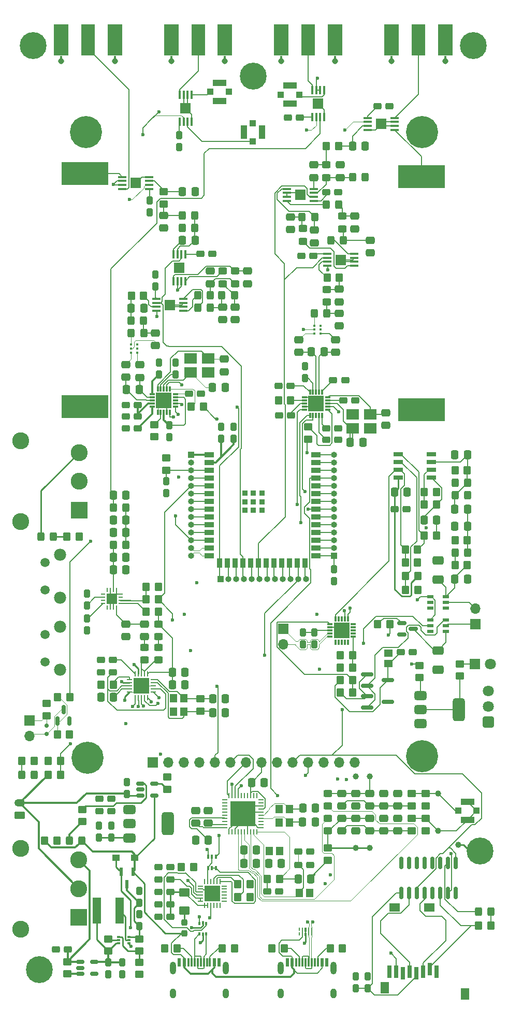
<source format=gbr>
%TF.GenerationSoftware,KiCad,Pcbnew,8.0.7*%
%TF.CreationDate,2025-02-17T14:25:55+00:00*%
%TF.ProjectId,PCB V3.1,50434220-5633-42e3-912e-6b696361645f,rev?*%
%TF.SameCoordinates,Original*%
%TF.FileFunction,Copper,L1,Top*%
%TF.FilePolarity,Positive*%
%FSLAX46Y46*%
G04 Gerber Fmt 4.6, Leading zero omitted, Abs format (unit mm)*
G04 Created by KiCad (PCBNEW 8.0.7) date 2025-02-17 14:25:55*
%MOMM*%
%LPD*%
G01*
G04 APERTURE LIST*
G04 Aperture macros list*
%AMRoundRect*
0 Rectangle with rounded corners*
0 $1 Rounding radius*
0 $2 $3 $4 $5 $6 $7 $8 $9 X,Y pos of 4 corners*
0 Add a 4 corners polygon primitive as box body*
4,1,4,$2,$3,$4,$5,$6,$7,$8,$9,$2,$3,0*
0 Add four circle primitives for the rounded corners*
1,1,$1+$1,$2,$3*
1,1,$1+$1,$4,$5*
1,1,$1+$1,$6,$7*
1,1,$1+$1,$8,$9*
0 Add four rect primitives between the rounded corners*
20,1,$1+$1,$2,$3,$4,$5,0*
20,1,$1+$1,$4,$5,$6,$7,0*
20,1,$1+$1,$6,$7,$8,$9,0*
20,1,$1+$1,$8,$9,$2,$3,0*%
G04 Aperture macros list end*
%TA.AperFunction,SMDPad,CuDef*%
%ADD10RoundRect,0.250000X-0.400000X-0.275000X0.400000X-0.275000X0.400000X0.275000X-0.400000X0.275000X0*%
%TD*%
%TA.AperFunction,SMDPad,CuDef*%
%ADD11C,1.000000*%
%TD*%
%TA.AperFunction,ComponentPad*%
%ADD12C,0.700000*%
%TD*%
%TA.AperFunction,ComponentPad*%
%ADD13C,4.400000*%
%TD*%
%TA.AperFunction,SMDPad,CuDef*%
%ADD14RoundRect,0.250000X-0.450000X0.350000X-0.450000X-0.350000X0.450000X-0.350000X0.450000X0.350000X0*%
%TD*%
%TA.AperFunction,SMDPad,CuDef*%
%ADD15RoundRect,0.250000X-0.325000X-0.450000X0.325000X-0.450000X0.325000X0.450000X-0.325000X0.450000X0*%
%TD*%
%TA.AperFunction,SMDPad,CuDef*%
%ADD16R,0.450000X1.400000*%
%TD*%
%TA.AperFunction,SMDPad,CuDef*%
%ADD17R,1.750000X1.750000*%
%TD*%
%TA.AperFunction,SMDPad,CuDef*%
%ADD18RoundRect,0.250000X0.450000X-0.325000X0.450000X0.325000X-0.450000X0.325000X-0.450000X-0.325000X0*%
%TD*%
%TA.AperFunction,SMDPad,CuDef*%
%ADD19RoundRect,0.250000X-0.350000X-0.450000X0.350000X-0.450000X0.350000X0.450000X-0.350000X0.450000X0*%
%TD*%
%TA.AperFunction,SMDPad,CuDef*%
%ADD20R,1.528000X0.650000*%
%TD*%
%TA.AperFunction,SMDPad,CuDef*%
%ADD21RoundRect,0.250000X-0.337500X-0.475000X0.337500X-0.475000X0.337500X0.475000X-0.337500X0.475000X0*%
%TD*%
%TA.AperFunction,SMDPad,CuDef*%
%ADD22RoundRect,0.250000X0.275000X-0.400000X0.275000X0.400000X-0.275000X0.400000X-0.275000X-0.400000X0*%
%TD*%
%TA.AperFunction,SMDPad,CuDef*%
%ADD23RoundRect,0.250000X0.400000X0.275000X-0.400000X0.275000X-0.400000X-0.275000X0.400000X-0.275000X0*%
%TD*%
%TA.AperFunction,SMDPad,CuDef*%
%ADD24RoundRect,0.237500X0.237500X-0.287500X0.237500X0.287500X-0.237500X0.287500X-0.237500X-0.287500X0*%
%TD*%
%TA.AperFunction,SMDPad,CuDef*%
%ADD25R,1.000000X1.000000*%
%TD*%
%TA.AperFunction,SMDPad,CuDef*%
%ADD26R,2.200000X1.050000*%
%TD*%
%TA.AperFunction,SMDPad,CuDef*%
%ADD27R,2.100000X1.800000*%
%TD*%
%TA.AperFunction,SMDPad,CuDef*%
%ADD28RoundRect,0.250000X0.350000X0.450000X-0.350000X0.450000X-0.350000X-0.450000X0.350000X-0.450000X0*%
%TD*%
%TA.AperFunction,SMDPad,CuDef*%
%ADD29RoundRect,0.250000X-0.450000X0.325000X-0.450000X-0.325000X0.450000X-0.325000X0.450000X0.325000X0*%
%TD*%
%TA.AperFunction,SMDPad,CuDef*%
%ADD30RoundRect,0.250000X0.475000X-0.337500X0.475000X0.337500X-0.475000X0.337500X-0.475000X-0.337500X0*%
%TD*%
%TA.AperFunction,SMDPad,CuDef*%
%ADD31RoundRect,0.100000X0.100000X-0.225000X0.100000X0.225000X-0.100000X0.225000X-0.100000X-0.225000X0*%
%TD*%
%TA.AperFunction,SMDPad,CuDef*%
%ADD32RoundRect,0.250000X0.337500X0.475000X-0.337500X0.475000X-0.337500X-0.475000X0.337500X-0.475000X0*%
%TD*%
%TA.AperFunction,SMDPad,CuDef*%
%ADD33RoundRect,0.250000X-0.475000X0.337500X-0.475000X-0.337500X0.475000X-0.337500X0.475000X0.337500X0*%
%TD*%
%TA.AperFunction,SMDPad,CuDef*%
%ADD34R,1.400000X0.450000*%
%TD*%
%TA.AperFunction,SMDPad,CuDef*%
%ADD35RoundRect,0.250000X0.325000X0.450000X-0.325000X0.450000X-0.325000X-0.450000X0.325000X-0.450000X0*%
%TD*%
%TA.AperFunction,SMDPad,CuDef*%
%ADD36R,0.950000X0.300000*%
%TD*%
%TA.AperFunction,SMDPad,CuDef*%
%ADD37R,0.300000X0.950000*%
%TD*%
%TA.AperFunction,ComponentPad*%
%ADD38C,0.500000*%
%TD*%
%TA.AperFunction,SMDPad,CuDef*%
%ADD39R,2.500000X2.500000*%
%TD*%
%TA.AperFunction,SMDPad,CuDef*%
%ADD40RoundRect,0.250000X-0.275000X0.400000X-0.275000X-0.400000X0.275000X-0.400000X0.275000X0.400000X0*%
%TD*%
%TA.AperFunction,ComponentPad*%
%ADD41C,1.515000*%
%TD*%
%TA.AperFunction,ComponentPad*%
%ADD42C,1.980000*%
%TD*%
%TA.AperFunction,ComponentPad*%
%ADD43R,1.000000X1.000000*%
%TD*%
%TA.AperFunction,ComponentPad*%
%ADD44O,1.000000X1.000000*%
%TD*%
%TA.AperFunction,ComponentPad*%
%ADD45RoundRect,0.250200X0.649800X-0.649800X0.649800X0.649800X-0.649800X0.649800X-0.649800X-0.649800X0*%
%TD*%
%TA.AperFunction,ComponentPad*%
%ADD46C,1.800000*%
%TD*%
%TA.AperFunction,SMDPad,CuDef*%
%ADD47RoundRect,0.162500X-0.837500X-0.162500X0.837500X-0.162500X0.837500X0.162500X-0.837500X0.162500X0*%
%TD*%
%TA.AperFunction,SMDPad,CuDef*%
%ADD48RoundRect,0.062500X-0.350000X-0.062500X0.350000X-0.062500X0.350000X0.062500X-0.350000X0.062500X0*%
%TD*%
%TA.AperFunction,SMDPad,CuDef*%
%ADD49RoundRect,0.062500X-0.062500X-0.350000X0.062500X-0.350000X0.062500X0.350000X-0.062500X0.350000X0*%
%TD*%
%TA.AperFunction,HeatsinkPad*%
%ADD50R,2.600000X2.600000*%
%TD*%
%TA.AperFunction,SMDPad,CuDef*%
%ADD51R,0.600000X1.450000*%
%TD*%
%TA.AperFunction,SMDPad,CuDef*%
%ADD52R,0.300000X1.450000*%
%TD*%
%TA.AperFunction,ComponentPad*%
%ADD53O,1.000000X2.100000*%
%TD*%
%TA.AperFunction,ComponentPad*%
%ADD54O,1.000000X1.600000*%
%TD*%
%TA.AperFunction,SMDPad,CuDef*%
%ADD55R,0.475000X0.300000*%
%TD*%
%TA.AperFunction,SMDPad,CuDef*%
%ADD56RoundRect,0.250000X0.450000X-0.350000X0.450000X0.350000X-0.450000X0.350000X-0.450000X-0.350000X0*%
%TD*%
%TA.AperFunction,SMDPad,CuDef*%
%ADD57R,7.620000X3.810000*%
%TD*%
%TA.AperFunction,ComponentPad*%
%ADD58R,1.700000X1.700000*%
%TD*%
%TA.AperFunction,ComponentPad*%
%ADD59O,1.700000X1.700000*%
%TD*%
%TA.AperFunction,ComponentPad*%
%ADD60C,0.800000*%
%TD*%
%TA.AperFunction,ComponentPad*%
%ADD61C,5.250000*%
%TD*%
%TA.AperFunction,SMDPad,CuDef*%
%ADD62R,1.100000X0.550000*%
%TD*%
%TA.AperFunction,SMDPad,CuDef*%
%ADD63RoundRect,0.150000X-0.587500X-0.150000X0.587500X-0.150000X0.587500X0.150000X-0.587500X0.150000X0*%
%TD*%
%TA.AperFunction,SMDPad,CuDef*%
%ADD64R,1.200000X1.400000*%
%TD*%
%TA.AperFunction,SMDPad,CuDef*%
%ADD65RoundRect,0.250000X0.650000X-0.412500X0.650000X0.412500X-0.650000X0.412500X-0.650000X-0.412500X0*%
%TD*%
%TA.AperFunction,SMDPad,CuDef*%
%ADD66RoundRect,0.150000X0.200000X-0.150000X0.200000X0.150000X-0.200000X0.150000X-0.200000X-0.150000X0*%
%TD*%
%TA.AperFunction,SMDPad,CuDef*%
%ADD67R,0.330000X0.410000*%
%TD*%
%TA.AperFunction,SMDPad,CuDef*%
%ADD68RoundRect,0.250001X0.624999X-0.462499X0.624999X0.462499X-0.624999X0.462499X-0.624999X-0.462499X0*%
%TD*%
%TA.AperFunction,SMDPad,CuDef*%
%ADD69RoundRect,0.093750X0.093750X-0.156250X0.093750X0.156250X-0.093750X0.156250X-0.093750X-0.156250X0*%
%TD*%
%TA.AperFunction,SMDPad,CuDef*%
%ADD70RoundRect,0.075000X0.075000X-0.250000X0.075000X0.250000X-0.075000X0.250000X-0.075000X-0.250000X0*%
%TD*%
%TA.AperFunction,SMDPad,CuDef*%
%ADD71R,1.050000X2.200000*%
%TD*%
%TA.AperFunction,SMDPad,CuDef*%
%ADD72RoundRect,0.062500X0.062500X-0.375000X0.062500X0.375000X-0.062500X0.375000X-0.062500X-0.375000X0*%
%TD*%
%TA.AperFunction,SMDPad,CuDef*%
%ADD73RoundRect,0.062500X0.375000X-0.062500X0.375000X0.062500X-0.375000X0.062500X-0.375000X-0.062500X0*%
%TD*%
%TA.AperFunction,HeatsinkPad*%
%ADD74R,4.100000X4.100000*%
%TD*%
%TA.AperFunction,SMDPad,CuDef*%
%ADD75R,1.200000X1.450000*%
%TD*%
%TA.AperFunction,SMDPad,CuDef*%
%ADD76R,0.558800X1.320800*%
%TD*%
%TA.AperFunction,SMDPad,CuDef*%
%ADD77R,2.290000X5.080000*%
%TD*%
%TA.AperFunction,SMDPad,CuDef*%
%ADD78R,2.420000X5.080000*%
%TD*%
%TA.AperFunction,SMDPad,CuDef*%
%ADD79R,0.460000X0.950000*%
%TD*%
%TA.AperFunction,ComponentPad*%
%ADD80C,0.970000*%
%TD*%
%TA.AperFunction,ComponentPad*%
%ADD81R,1.800000X1.800000*%
%TD*%
%TA.AperFunction,ComponentPad*%
%ADD82RoundRect,0.250000X0.625000X-0.350000X0.625000X0.350000X-0.625000X0.350000X-0.625000X-0.350000X0*%
%TD*%
%TA.AperFunction,ComponentPad*%
%ADD83O,1.750000X1.200000*%
%TD*%
%TA.AperFunction,SMDPad,CuDef*%
%ADD84R,1.400000X4.200000*%
%TD*%
%TA.AperFunction,SMDPad,CuDef*%
%ADD85RoundRect,0.062500X0.062500X-0.350000X0.062500X0.350000X-0.062500X0.350000X-0.062500X-0.350000X0*%
%TD*%
%TA.AperFunction,SMDPad,CuDef*%
%ADD86RoundRect,0.062500X0.350000X-0.062500X0.350000X0.062500X-0.350000X0.062500X-0.350000X-0.062500X0*%
%TD*%
%TA.AperFunction,HeatsinkPad*%
%ADD87R,2.500000X2.500000*%
%TD*%
%TA.AperFunction,SMDPad,CuDef*%
%ADD88R,0.800000X2.000000*%
%TD*%
%TA.AperFunction,SMDPad,CuDef*%
%ADD89R,1.800000X1.400000*%
%TD*%
%TA.AperFunction,SMDPad,CuDef*%
%ADD90R,1.400000X1.900000*%
%TD*%
%TA.AperFunction,SMDPad,CuDef*%
%ADD91RoundRect,0.150000X-0.512500X-0.150000X0.512500X-0.150000X0.512500X0.150000X-0.512500X0.150000X0*%
%TD*%
%TA.AperFunction,SMDPad,CuDef*%
%ADD92RoundRect,0.375000X-0.625000X-0.375000X0.625000X-0.375000X0.625000X0.375000X-0.625000X0.375000X0*%
%TD*%
%TA.AperFunction,SMDPad,CuDef*%
%ADD93RoundRect,0.500000X-0.500000X-1.400000X0.500000X-1.400000X0.500000X1.400000X-0.500000X1.400000X0*%
%TD*%
%TA.AperFunction,ComponentPad*%
%ADD94R,2.775000X2.775000*%
%TD*%
%TA.AperFunction,ComponentPad*%
%ADD95C,2.775000*%
%TD*%
%TA.AperFunction,SMDPad,CuDef*%
%ADD96R,0.250000X0.625000*%
%TD*%
%TA.AperFunction,SMDPad,CuDef*%
%ADD97R,0.450000X0.700000*%
%TD*%
%TA.AperFunction,SMDPad,CuDef*%
%ADD98R,0.450000X0.575000*%
%TD*%
%TA.AperFunction,SMDPad,CuDef*%
%ADD99RoundRect,0.150000X0.150000X-0.825000X0.150000X0.825000X-0.150000X0.825000X-0.150000X-0.825000X0*%
%TD*%
%TA.AperFunction,SMDPad,CuDef*%
%ADD100RoundRect,0.250000X-0.650000X0.412500X-0.650000X-0.412500X0.650000X-0.412500X0.650000X0.412500X0*%
%TD*%
%TA.AperFunction,SMDPad,CuDef*%
%ADD101R,1.450000X1.200000*%
%TD*%
%TA.AperFunction,SMDPad,CuDef*%
%ADD102R,0.254000X0.762000*%
%TD*%
%TA.AperFunction,SMDPad,CuDef*%
%ADD103R,0.762000X0.254000*%
%TD*%
%TA.AperFunction,SMDPad,CuDef*%
%ADD104R,1.752600X1.752600*%
%TD*%
%TA.AperFunction,SMDPad,CuDef*%
%ADD105RoundRect,0.150000X0.150000X-0.587500X0.150000X0.587500X-0.150000X0.587500X-0.150000X-0.587500X0*%
%TD*%
%TA.AperFunction,SMDPad,CuDef*%
%ADD106R,1.498600X0.889000*%
%TD*%
%TA.AperFunction,SMDPad,CuDef*%
%ADD107R,0.889000X1.498600*%
%TD*%
%TA.AperFunction,SMDPad,CuDef*%
%ADD108R,0.889000X0.889000*%
%TD*%
%TA.AperFunction,SMDPad,CuDef*%
%ADD109R,1.143000X1.092200*%
%TD*%
%TA.AperFunction,ViaPad*%
%ADD110C,0.600000*%
%TD*%
%TA.AperFunction,Conductor*%
%ADD111C,0.150000*%
%TD*%
%TA.AperFunction,Conductor*%
%ADD112C,0.237200*%
%TD*%
%TA.AperFunction,Conductor*%
%ADD113C,0.101600*%
%TD*%
%TA.AperFunction,Conductor*%
%ADD114C,0.200000*%
%TD*%
%TA.AperFunction,Conductor*%
%ADD115C,0.355600*%
%TD*%
G04 APERTURE END LIST*
D10*
%TO.P,C24,1*%
%TO.N,Net-(IC2-DCOUPL)*%
X92628500Y-84339200D03*
%TO.P,C24,2*%
%TO.N,GND*%
X94578500Y-84339200D03*
%TD*%
D11*
%TO.P,TP7,1,1*%
%TO.N,Net-(C34-Pad1)*%
X119882500Y-158639700D03*
%TD*%
D12*
%TO.P,H1,1,1*%
%TO.N,GND*%
X66473500Y-178487200D03*
X66956774Y-177320474D03*
X66956774Y-179653926D03*
X68123500Y-176837200D03*
D13*
X68123500Y-178487200D03*
D12*
X68123500Y-180137200D03*
X69290226Y-177320474D03*
X69290226Y-179653926D03*
X69773500Y-178487200D03*
%TD*%
D14*
%TO.P,R31,1*%
%TO.N,Net-(U10-XC1)*%
X94492500Y-134266200D03*
%TO.P,R31,2*%
%TO.N,Net-(U10-XC2)*%
X94492500Y-136266200D03*
%TD*%
D15*
%TO.P,D3,1,K*%
%TO.N,Net-(D3-K)*%
X65254500Y-146696200D03*
%TO.P,D3,2,A*%
%TO.N,+3V3*%
X67304500Y-146696200D03*
%TD*%
D16*
%TO.P,U13,1,V2*%
%TO.N,+3V3*%
X92034000Y-61554000D03*
%TO.P,U13,2,V1*%
%TO.N,/GPIO10_CC1101A_CTRL*%
X91384000Y-61554000D03*
%TO.P,U13,3,RFC*%
%TO.N,Net-(U13-RFC)*%
X90734000Y-61554000D03*
%TO.P,U13,4,GND*%
%TO.N,GND*%
X90084000Y-61554000D03*
%TO.P,U13,5,RF1*%
%TO.N,Net-(U13-RF1)*%
X90084000Y-65954000D03*
%TO.P,U13,6,GND*%
%TO.N,GND*%
X90734000Y-65954000D03*
%TO.P,U13,7,GND*%
X91384000Y-65954000D03*
%TO.P,U13,8,RF2*%
%TO.N,Net-(U13-RF2)*%
X92034000Y-65954000D03*
D17*
%TO.P,U13,9,EP*%
%TO.N,GND*%
X91059000Y-63754000D03*
%TD*%
D18*
%TO.P,L26,1,1*%
%TO.N,Net-(U16-RFC)*%
X115062000Y-49022000D03*
%TO.P,L26,2,2*%
%TO.N,Net-(C121-Pad1)*%
X115062000Y-46972000D03*
%TD*%
D19*
%TO.P,R35,1*%
%TO.N,Net-(U12-RXEN)*%
X85608500Y-117994200D03*
%TO.P,R35,2*%
%TO.N,/GPIO5_NRF24_CE*%
X87608500Y-117994200D03*
%TD*%
%TO.P,R51,1*%
%TO.N,Net-(U14-RFC)*%
X115199500Y-65416200D03*
%TO.P,R51,2*%
%TO.N,Net-(C116-Pad1)*%
X117199500Y-65416200D03*
%TD*%
D20*
%TO.P,U19,1*%
%TO.N,Net-(C120-Pad1)*%
X132245500Y-98055200D03*
%TO.P,U19,2,-*%
%TO.N,Net-(U19A--)*%
X132245500Y-96785200D03*
%TO.P,U19,3,+*%
%TO.N,Net-(D7-K)*%
X132245500Y-95515200D03*
%TO.P,U19,4,V-*%
%TO.N,GND*%
X132245500Y-94245200D03*
%TO.P,U19,5,+*%
%TO.N,Net-(U19B-+)*%
X126823500Y-94245200D03*
%TO.P,U19,6,-*%
%TO.N,Net-(U19B--)*%
X126823500Y-95515200D03*
%TO.P,U19,7*%
%TO.N,/RDM630_SIN*%
X126823500Y-96785200D03*
%TO.P,U19,8,V+*%
%TO.N,+5V*%
X126823500Y-98055200D03*
%TD*%
D21*
%TO.P,C43,1*%
%TO.N,Net-(U10-XC2)*%
X96503000Y-136536200D03*
%TO.P,C43,2*%
%TO.N,GND*%
X98578000Y-136536200D03*
%TD*%
D22*
%TO.P,C22,1*%
%TO.N,+3V3*%
X97921500Y-91752500D03*
%TO.P,C22,2*%
%TO.N,GND*%
X97921500Y-89802500D03*
%TD*%
D15*
%TO.P,L18,1,1*%
%TO.N,Net-(U14-RF2)*%
X115815000Y-59309000D03*
%TO.P,L18,2,2*%
%TO.N,Net-(C96-Pad1)*%
X117865000Y-59309000D03*
%TD*%
D23*
%TO.P,C2,1*%
%TO.N,Net-(U6-REGIN)*%
X89552500Y-165841200D03*
%TO.P,C2,2*%
%TO.N,GND*%
X87602500Y-165841200D03*
%TD*%
D24*
%TO.P,FB1,1*%
%TO.N,+V_USB*%
X91879500Y-172558200D03*
%TO.P,FB1,2*%
%TO.N,Net-(F1-Pad1)*%
X91879500Y-170808200D03*
%TD*%
D19*
%TO.P,R50,1*%
%TO.N,Net-(U19A--)*%
X131090500Y-100468200D03*
%TO.P,R50,2*%
%TO.N,GND*%
X133090500Y-100468200D03*
%TD*%
D25*
%TO.P,AE6,1,A*%
%TO.N,Net-(AE6-A)*%
X110623500Y-35487200D03*
D26*
%TO.P,AE6,2*%
%TO.N,N/C*%
X109123500Y-36962200D03*
D25*
X107623500Y-35487200D03*
D26*
X109123500Y-34012200D03*
%TD*%
D15*
%TO.P,D8,1,K*%
%TO.N,GND*%
X136113500Y-98944200D03*
%TO.P,D8,2,A*%
%TO.N,Net-(D7-K)*%
X138163500Y-98944200D03*
%TD*%
%TO.P,L16,1,1*%
%TO.N,GND*%
X91552500Y-57288200D03*
%TO.P,L16,2,2*%
%TO.N,Net-(U13-RFC)*%
X93602500Y-57288200D03*
%TD*%
D27*
%TO.P,Y1,1,1*%
%TO.N,Net-(IC2-XOSC_Q1)*%
X92905500Y-80917200D03*
%TO.P,Y1,2,2*%
%TO.N,GND*%
X95805500Y-80917200D03*
%TO.P,Y1,3,3*%
%TO.N,Net-(IC2-XOSC_Q2)*%
X95805500Y-78617200D03*
%TO.P,Y1,4*%
%TO.N,N/C*%
X92905500Y-78617200D03*
%TD*%
D21*
%TO.P,C26,1*%
%TO.N,Net-(IC2-XOSC_Q1)*%
X96471500Y-83323200D03*
%TO.P,C26,2*%
%TO.N,GND*%
X98546500Y-83323200D03*
%TD*%
D28*
%TO.P,R45,1*%
%TO.N,Net-(IC4-P1.2)*%
X119358500Y-129170200D03*
%TO.P,R45,2*%
%TO.N,GND*%
X117358500Y-129170200D03*
%TD*%
D10*
%TO.P,C56,1*%
%TO.N,Net-(IC3-AVDD)*%
X110519500Y-159230500D03*
%TO.P,C56,2*%
%TO.N,GND*%
X112469500Y-159230500D03*
%TD*%
D29*
%TO.P,L6,1,1*%
%TO.N,Net-(C49-Pad1)*%
X85354500Y-125859200D03*
%TO.P,L6,2,2*%
%TO.N,Net-(U10-ANT1)*%
X85354500Y-127909200D03*
%TD*%
D30*
%TO.P,C108,1*%
%TO.N,Net-(IC6-RF_P)*%
X116580500Y-77629700D03*
%TO.P,C108,2*%
%TO.N,Net-(FL2-BAL_2)*%
X116580500Y-75554700D03*
%TD*%
D18*
%TO.P,L24,1,1*%
%TO.N,Net-(C113-Pad1)*%
X115183500Y-69362200D03*
%TO.P,L24,2,2*%
%TO.N,Net-(C116-Pad1)*%
X115183500Y-67312200D03*
%TD*%
D31*
%TO.P,Q3,1,E1*%
%TO.N,/DTR*%
X95722500Y-161936200D03*
%TO.P,Q3,2,B1*%
%TO.N,/RTS*%
X96372500Y-161936200D03*
%TO.P,Q3,3,C2*%
X97022500Y-161936200D03*
%TO.P,Q3,4,E2*%
%TO.N,/EN{slash}RESET*%
X97022500Y-160036200D03*
%TO.P,Q3,5,B2*%
%TO.N,/DTR*%
X96372500Y-160036200D03*
%TO.P,Q3,6,C1*%
%TO.N,/IO0*%
X95722500Y-160036200D03*
%TD*%
D32*
%TO.P,C48,1*%
%TO.N,GND*%
X91974000Y-131964200D03*
%TO.P,C48,2*%
%TO.N,/NRF24_VDD_PA*%
X89899000Y-131964200D03*
%TD*%
D14*
%TO.P,R26,1*%
%TO.N,Net-(J5-In)*%
X131312500Y-149728200D03*
%TO.P,R26,2*%
%TO.N,GND*%
X131312500Y-151728200D03*
%TD*%
D33*
%TO.P,C53,1*%
%TO.N,Net-(C53-Pad1)*%
X100164000Y-70183000D03*
%TO.P,C53,2*%
%TO.N,GND*%
X100164000Y-72258000D03*
%TD*%
D19*
%TO.P,R4,1*%
%TO.N,Net-(Q2-G)*%
X71105500Y-140092200D03*
%TO.P,R4,2*%
%TO.N,GND*%
X73105500Y-140092200D03*
%TD*%
D34*
%TO.P,U17,1,V2*%
%TO.N,+3V3*%
X121879000Y-39284000D03*
%TO.P,U17,2,V1*%
%TO.N,/ANT_SWITCH_OUT*%
X121879000Y-39934000D03*
%TO.P,U17,3,RFC*%
%TO.N,/CC1101B_ANT_OUT*%
X121879000Y-40584000D03*
%TO.P,U17,4,GND*%
%TO.N,GND*%
X121879000Y-41234000D03*
%TO.P,U17,5,RF1*%
%TO.N,Net-(AE4-A)*%
X126279000Y-41234000D03*
%TO.P,U17,6,GND*%
%TO.N,GND*%
X126279000Y-40584000D03*
%TO.P,U17,7,GND*%
X126279000Y-39934000D03*
%TO.P,U17,8,RF2*%
%TO.N,Net-(AE3-A)*%
X126279000Y-39284000D03*
D17*
%TO.P,U17,9,EP*%
%TO.N,GND*%
X124079000Y-40259000D03*
%TD*%
D15*
%TO.P,L21,1,1*%
%TO.N,Net-(C97-Pad1)*%
X111116000Y-55499000D03*
%TO.P,L21,2,2*%
%TO.N,Net-(U16-RF1)*%
X113166000Y-55499000D03*
%TD*%
D35*
%TO.P,L25,1,1*%
%TO.N,GND*%
X121421000Y-49013000D03*
%TO.P,L25,2,2*%
%TO.N,Net-(U16-RFC)*%
X119371000Y-49013000D03*
%TD*%
D32*
%TO.P,C47,1*%
%TO.N,GND*%
X91974000Y-129932200D03*
%TO.P,C47,2*%
%TO.N,/NRF24_VDD_PA*%
X89899000Y-129932200D03*
%TD*%
D19*
%TO.P,R44,1*%
%TO.N,+3V3*%
X117358500Y-127138200D03*
%TO.P,R44,2*%
%TO.N,Net-(IC4-P1.2)*%
X119358500Y-127138200D03*
%TD*%
D23*
%TO.P,C68,1*%
%TO.N,+3V3*%
X84291500Y-90015500D03*
%TO.P,C68,2*%
%TO.N,GND*%
X82341500Y-90015500D03*
%TD*%
D22*
%TO.P,C32,1*%
%TO.N,+3V3*%
X87761500Y-81211500D03*
%TO.P,C32,2*%
%TO.N,GND*%
X87761500Y-79261500D03*
%TD*%
D36*
%TO.P,IC4,1,P0.0*%
%TO.N,Net-(IC4-P0.0)*%
X115696500Y-122074200D03*
%TO.P,IC4,2,GND*%
%TO.N,GND*%
X115696500Y-122574200D03*
%TO.P,IC4,3,VDD*%
%TO.N,+3V3*%
X115696500Y-123074200D03*
%TO.P,IC4,4,/RST/C2CK*%
%TO.N,/C2+*%
X115696500Y-123574200D03*
%TO.P,IC4,5,P2.0/C2D*%
%TO.N,/C2-*%
X115696500Y-124074200D03*
D37*
%TO.P,IC4,6,P1.7*%
%TO.N,unconnected-(IC4-P1.7-Pad6)*%
X116596500Y-124974200D03*
%TO.P,IC4,7,P1.6*%
%TO.N,unconnected-(IC4-P1.6-Pad7)*%
X117096500Y-124974200D03*
%TO.P,IC4,8,P1.5*%
%TO.N,unconnected-(IC4-P1.5-Pad8)*%
X117596500Y-124974200D03*
%TO.P,IC4,9,P1.4*%
%TO.N,unconnected-(IC4-P1.4-Pad9)*%
X118096500Y-124974200D03*
%TO.P,IC4,10,P1.3*%
%TO.N,unconnected-(IC4-P1.3-Pad10)*%
X118596500Y-124974200D03*
D36*
%TO.P,IC4,11,P1.2*%
%TO.N,Net-(IC4-P1.2)*%
X119496500Y-124074200D03*
%TO.P,IC4,12,P1.1*%
%TO.N,unconnected-(IC4-P1.1-Pad12)*%
X119496500Y-123574200D03*
%TO.P,IC4,13,P1.0*%
%TO.N,unconnected-(IC4-P1.0-Pad13)*%
X119496500Y-123074200D03*
%TO.P,IC4,14,P0.7*%
%TO.N,unconnected-(IC4-P0.7-Pad14)*%
X119496500Y-122574200D03*
%TO.P,IC4,15,P0.6*%
%TO.N,unconnected-(IC4-P0.6-Pad15)*%
X119496500Y-122074200D03*
D37*
%TO.P,IC4,16,P0.5*%
%TO.N,/GPIO21_RDM630_RX*%
X118596500Y-121174200D03*
%TO.P,IC4,17,P0.4*%
%TO.N,/GPIO14_RDM630_TX*%
X118096500Y-121174200D03*
%TO.P,IC4,18,P0.3*%
%TO.N,unconnected-(IC4-P0.3-Pad18)*%
X117596500Y-121174200D03*
%TO.P,IC4,19,P0.2*%
%TO.N,unconnected-(IC4-P0.2-Pad19)*%
X117096500Y-121174200D03*
%TO.P,IC4,20,P0.1*%
%TO.N,/RDM630_SIN*%
X116596500Y-121174200D03*
D38*
%TO.P,IC4,21,THERMAL_PAD*%
%TO.N,GND*%
X116834500Y-122312200D03*
X116834500Y-123074200D03*
X116834500Y-123836200D03*
X117596500Y-122312200D03*
X117596500Y-123074200D03*
D39*
X117596500Y-123074200D03*
D38*
X117596500Y-123836200D03*
X118358500Y-122312200D03*
X118358500Y-123074200D03*
X118358500Y-123836200D03*
%TD*%
D35*
%TO.P,L15,1,1*%
%TO.N,Net-(C78-Pad1)*%
X82299500Y-103008200D03*
%TO.P,L15,2,2*%
%TO.N,/NRF24_ANT_OUT*%
X80249500Y-103008200D03*
%TD*%
D21*
%TO.P,C104,1*%
%TO.N,Net-(IC6-RF_N)*%
X112622000Y-77481200D03*
%TO.P,C104,2*%
%TO.N,Net-(IC6-RF_P)*%
X114697000Y-77481200D03*
%TD*%
D40*
%TO.P,C94,1*%
%TO.N,+3V3*%
X86233000Y-52746000D03*
%TO.P,C94,2*%
%TO.N,GND*%
X86233000Y-54696000D03*
%TD*%
D21*
%TO.P,C42,1*%
%TO.N,Net-(U10-XC1)*%
X96503000Y-134250200D03*
%TO.P,C42,2*%
%TO.N,GND*%
X98578000Y-134250200D03*
%TD*%
D11*
%TO.P,TP3,1,1*%
%TO.N,Net-(J5-Ext)*%
X133344500Y-155808200D03*
%TD*%
D37*
%TO.P,IC6,1,SCLK*%
%TO.N,/GPIO17_VSPI_SCK*%
X112405500Y-87890200D03*
%TO.P,IC6,2,SO_(GDO1)*%
%TO.N,/GPIO15_VSPI_MISO*%
X112905500Y-87890200D03*
%TO.P,IC6,3,GDO2*%
%TO.N,unconnected-(IC6-GDO2-Pad3)*%
X113405500Y-87890200D03*
%TO.P,IC6,4,DVDD*%
%TO.N,+3V3*%
X113905500Y-87890200D03*
%TO.P,IC6,5,DCOUPL*%
%TO.N,Net-(IC6-DCOUPL)*%
X114405500Y-87890200D03*
D36*
%TO.P,IC6,6,GDO0_(ATEST)*%
%TO.N,Net-(IC6-GDO0_(ATEST))*%
X115305500Y-86990200D03*
%TO.P,IC6,7,CSN*%
%TO.N,/GPIO3_CC1101B_CS*%
X115305500Y-86490200D03*
%TO.P,IC6,8,XOSC_Q1*%
%TO.N,Net-(IC6-XOSC_Q1)*%
X115305500Y-85990200D03*
%TO.P,IC6,9,AVDD_1*%
%TO.N,+3V3*%
X115305500Y-85490200D03*
%TO.P,IC6,10,XOSC_Q2*%
%TO.N,Net-(IC6-XOSC_Q2)*%
X115305500Y-84990200D03*
D37*
%TO.P,IC6,11,AVDD_2*%
%TO.N,+3V3*%
X114405500Y-84090200D03*
%TO.P,IC6,12,RF_P*%
%TO.N,Net-(IC6-RF_P)*%
X113905500Y-84090200D03*
%TO.P,IC6,13,RF_N*%
%TO.N,Net-(IC6-RF_N)*%
X113405500Y-84090200D03*
%TO.P,IC6,14,AVDD_3*%
%TO.N,+3V3*%
X112905500Y-84090200D03*
%TO.P,IC6,15,AVDD_4*%
X112405500Y-84090200D03*
D36*
%TO.P,IC6,16,GND_1*%
%TO.N,GND*%
X111505500Y-84990200D03*
%TO.P,IC6,17,RBIAS*%
%TO.N,Net-(IC6-RBIAS)*%
X111505500Y-85490200D03*
%TO.P,IC6,18,DGUARD*%
%TO.N,+3V3*%
X111505500Y-85990200D03*
%TO.P,IC6,19,GND_2*%
%TO.N,GND*%
X111505500Y-86490200D03*
%TO.P,IC6,20,SI*%
%TO.N,/GPIO16_VSPI_MOSI*%
X111505500Y-86990200D03*
D38*
%TO.P,IC6,21,GND_3(EPAD)*%
%TO.N,GND*%
X112643500Y-86752200D03*
X113405500Y-86752200D03*
X114167500Y-86752200D03*
X112643500Y-85990200D03*
X113405500Y-85990200D03*
D39*
X113405500Y-85990200D03*
D38*
X114167500Y-85990200D03*
X112643500Y-85228200D03*
X113405500Y-85228200D03*
X114167500Y-85228200D03*
%TD*%
D41*
%TO.P,RESET1,1,COM*%
%TO.N,/EN{slash}RESET*%
X69082500Y-111986200D03*
%TO.P,RESET1,2,NO*%
%TO.N,GND*%
X69082500Y-116486200D03*
D42*
%TO.P,RESET1,MH1,MH1*%
X71572500Y-110731200D03*
%TO.P,RESET1,MH2,MH2*%
X71572500Y-117741200D03*
%TD*%
D23*
%TO.P,C7,1*%
%TO.N,Net-(U6-REGIN)*%
X89552500Y-169905200D03*
%TO.P,C7,2*%
%TO.N,GND*%
X87602500Y-169905200D03*
%TD*%
D43*
%TO.P,J10,1,Pin_1*%
%TO.N,/IO0*%
X116326500Y-110882200D03*
D44*
%TO.P,J10,2,Pin_2*%
%TO.N,/GPIO35_SCREEN_T_IRQ*%
X116326500Y-109612200D03*
%TO.P,J10,3,Pin_3*%
%TO.N,/GPIO36_SCREEN_T_CS*%
X116326500Y-108342200D03*
%TO.P,J10,4,Pin_4*%
%TO.N,/GPIO37_IR_RECEIVER*%
X116326500Y-107072200D03*
%TO.P,J10,5,Pin_5*%
%TO.N,/GPIO38_IR_LED*%
X116326500Y-105802200D03*
%TO.P,J10,6,Pin_6*%
%TO.N,/GPIO39_HSPI_SCK*%
X116326500Y-104532200D03*
%TO.P,J10,7,Pin_7*%
%TO.N,/GPIO40_HSPI_MOSI*%
X116326500Y-103262200D03*
%TO.P,J10,8,Pin_8*%
%TO.N,/GPIO41_HSPI_MISO*%
X116326500Y-101992200D03*
%TO.P,J10,9,Pin_9*%
%TO.N,/GPIO42_SD_CARD_CS*%
X116326500Y-100722200D03*
%TO.P,J10,10,Pin_10*%
%TO.N,/RX*%
X116326500Y-99452200D03*
%TO.P,J10,11,Pin_11*%
%TO.N,/TX*%
X116326500Y-98182200D03*
%TO.P,J10,12,Pin_12*%
%TO.N,/GPIO2_SCREEN_D{slash}C*%
X116326500Y-96912200D03*
%TO.P,J10,13,Pin_13*%
%TO.N,/GPIO1_SCREEN_CS*%
X116326500Y-95642200D03*
%TO.P,J10,14,Pin_14*%
%TO.N,GND*%
X116326500Y-94372200D03*
%TD*%
D33*
%TO.P,C97,1*%
%TO.N,Net-(C97-Pad1)*%
X109220000Y-55477500D03*
%TO.P,C97,2*%
%TO.N,GND*%
X109220000Y-57552500D03*
%TD*%
D23*
%TO.P,C4,1*%
%TO.N,Net-(U6-REGIN)*%
X89552500Y-167873200D03*
%TO.P,C4,2*%
%TO.N,GND*%
X87602500Y-167873200D03*
%TD*%
D45*
%TO.P,U5,1,OUT*%
%TO.N,/GPIO37_IR_RECEIVER*%
X141598500Y-138060200D03*
D46*
%TO.P,U5,2,GND*%
%TO.N,GND*%
X141598500Y-135520200D03*
%TO.P,U5,3,Vs*%
%TO.N,+3V3*%
X141598500Y-132980200D03*
%TD*%
D33*
%TO.P,C121,1*%
%TO.N,Net-(C121-Pad1)*%
X113030000Y-46959500D03*
%TO.P,C121,2*%
%TO.N,GND*%
X113030000Y-49034500D03*
%TD*%
D14*
%TO.P,R20,1*%
%TO.N,Net-(IC1-FB)*%
X84513500Y-177287200D03*
%TO.P,R20,2*%
%TO.N,GND*%
X84513500Y-179287200D03*
%TD*%
D30*
%TO.P,C49,1*%
%TO.N,Net-(C49-Pad1)*%
X85354500Y-124111700D03*
%TO.P,C49,2*%
%TO.N,Net-(U12-TXRX)*%
X85354500Y-122036700D03*
%TD*%
D33*
%TO.P,C29,1*%
%TO.N,GND*%
X126740500Y-153786700D03*
%TO.P,C29,2*%
%TO.N,Net-(C29-Pad2)*%
X126740500Y-155861700D03*
%TD*%
D21*
%TO.P,C99,1*%
%TO.N,Net-(IC7-NO_(SOURCE1))*%
X136101000Y-114692200D03*
%TO.P,C99,2*%
%TO.N,GND*%
X138176000Y-114692200D03*
%TD*%
D47*
%TO.P,Q5,1,B*%
%TO.N,Net-(Q5-B)*%
X121728500Y-130252200D03*
%TO.P,Q5,2,E*%
%TO.N,Net-(IC5-NO_(SOURCE1))*%
X121728500Y-132152200D03*
%TO.P,Q5,3,C*%
%TO.N,Net-(Q5-C)*%
X125148500Y-131202200D03*
%TD*%
D48*
%TO.P,U6,1,~{RI}*%
%TO.N,unconnected-(U6-~{RI}-Pad1)*%
X94514000Y-164845200D03*
%TO.P,U6,2,GND*%
%TO.N,GND*%
X94514000Y-165345200D03*
%TO.P,U6,3,D+*%
%TO.N,Net-(U6-D+)*%
X94514000Y-165845200D03*
%TO.P,U6,4,D-*%
%TO.N,Net-(U6-D-)*%
X94514000Y-166345200D03*
%TO.P,U6,5,VIO*%
%TO.N,+3.3VA*%
X94514000Y-166845200D03*
%TO.P,U6,6,VDD*%
X94514000Y-167345200D03*
D49*
%TO.P,U6,7,REGIN*%
%TO.N,Net-(U6-REGIN)*%
X95201500Y-168032700D03*
%TO.P,U6,8,VBUS*%
X95701500Y-168032700D03*
%TO.P,U6,9,~{RST}*%
%TO.N,Net-(U6-~{RST})*%
X96201500Y-168032700D03*
%TO.P,U6,10,NC*%
%TO.N,unconnected-(U6-NC-Pad10)*%
X96701500Y-168032700D03*
%TO.P,U6,11,GPIO.3*%
%TO.N,unconnected-(U6-GPIO.3-Pad11)*%
X97201500Y-168032700D03*
%TO.P,U6,12,RS485/GPIO.2*%
%TO.N,unconnected-(U6-RS485{slash}GPIO.2-Pad12)*%
X97701500Y-168032700D03*
D48*
%TO.P,U6,13,RXT/GPIO.1*%
%TO.N,unconnected-(U6-RXT{slash}GPIO.1-Pad13)*%
X98389000Y-167345200D03*
%TO.P,U6,14,TXT/GPIO.0*%
%TO.N,unconnected-(U6-TXT{slash}GPIO.0-Pad14)*%
X98389000Y-166845200D03*
%TO.P,U6,15,~{SUSPEND}*%
%TO.N,unconnected-(U6-~{SUSPEND}-Pad15)*%
X98389000Y-166345200D03*
%TO.P,U6,16,VPP*%
%TO.N,Net-(U6-VPP)*%
X98389000Y-165845200D03*
%TO.P,U6,17,SUSPEND*%
%TO.N,unconnected-(U6-SUSPEND-Pad17)*%
X98389000Y-165345200D03*
%TO.P,U6,18,~{CTS}*%
%TO.N,unconnected-(U6-~{CTS}-Pad18)*%
X98389000Y-164845200D03*
D49*
%TO.P,U6,19,~{RTS}*%
%TO.N,/RTS*%
X97701500Y-164157700D03*
%TO.P,U6,20,RXD*%
%TO.N,Net-(U6-RXD)*%
X97201500Y-164157700D03*
%TO.P,U6,21,TXD*%
%TO.N,Net-(U6-TXD)*%
X96701500Y-164157700D03*
%TO.P,U6,22,~{DSR}*%
%TO.N,unconnected-(U6-~{DSR}-Pad22)*%
X96201500Y-164157700D03*
%TO.P,U6,23,~{DTR}*%
%TO.N,/DTR*%
X95701500Y-164157700D03*
%TO.P,U6,24,~{DCD}*%
%TO.N,unconnected-(U6-~{DCD}-Pad24)*%
X95201500Y-164157700D03*
D38*
%TO.P,U6,25,GND*%
%TO.N,GND*%
X95562500Y-165206200D03*
X95562500Y-166095200D03*
X95562500Y-166984200D03*
X96451500Y-165206200D03*
X96451500Y-166095200D03*
D50*
X96451500Y-166095200D03*
D38*
X96451500Y-166984200D03*
X97340500Y-165206200D03*
X97340500Y-166095200D03*
X97340500Y-166984200D03*
%TD*%
D51*
%TO.P,USB_OTG1,A1,GND*%
%TO.N,GND*%
X108693500Y-177342200D03*
%TO.P,USB_OTG1,A4,VBUS*%
%TO.N,+V_USB*%
X109493500Y-177342200D03*
D52*
%TO.P,USB_OTG1,A5,CC1*%
%TO.N,Net-(USB_OTG1-CC1)*%
X110693500Y-177342200D03*
%TO.P,USB_OTG1,A6,D+*%
%TO.N,/D+*%
X111693500Y-177342200D03*
%TO.P,USB_OTG1,A7,D-*%
%TO.N,/D-*%
X112193500Y-177342200D03*
%TO.P,USB_OTG1,A8,SBU1*%
%TO.N,unconnected-(USB_OTG1-SBU1-PadA8)*%
X113193500Y-177342200D03*
D51*
%TO.P,USB_OTG1,A9,VBUS*%
%TO.N,+V_USB*%
X114393500Y-177342200D03*
%TO.P,USB_OTG1,A12,GND*%
%TO.N,GND*%
X115193500Y-177342200D03*
%TO.P,USB_OTG1,B1,GND*%
X115193500Y-177342200D03*
%TO.P,USB_OTG1,B4,VBUS*%
%TO.N,+V_USB*%
X114393500Y-177342200D03*
D52*
%TO.P,USB_OTG1,B5,CC2*%
%TO.N,Net-(USB_OTG1-CC2)*%
X113693500Y-177342200D03*
%TO.P,USB_OTG1,B6,D+*%
%TO.N,/D+*%
X112693500Y-177342200D03*
%TO.P,USB_OTG1,B7,D-*%
%TO.N,/D-*%
X111193500Y-177342200D03*
%TO.P,USB_OTG1,B8,SBU2*%
%TO.N,unconnected-(USB_OTG1-SBU2-PadB8)*%
X110193500Y-177342200D03*
D51*
%TO.P,USB_OTG1,B9,VBUS*%
%TO.N,+V_USB*%
X109493500Y-177342200D03*
%TO.P,USB_OTG1,B12,GND*%
%TO.N,GND*%
X108693500Y-177342200D03*
D53*
%TO.P,USB_OTG1,S1,SHIELD*%
X107623500Y-178257200D03*
D54*
X107623500Y-182437200D03*
D53*
X116263500Y-178257200D03*
D54*
X116263500Y-182437200D03*
%TD*%
D19*
%TO.P,R59,1*%
%TO.N,Net-(D9-K)*%
X72654500Y-107707200D03*
%TO.P,R59,2*%
%TO.N,GND*%
X74654500Y-107707200D03*
%TD*%
D22*
%TO.P,C25,1*%
%TO.N,+3V3*%
X87116500Y-66860500D03*
%TO.P,C25,2*%
%TO.N,GND*%
X87116500Y-64910500D03*
%TD*%
D51*
%TO.P,USB_UART1,A1,GND*%
%TO.N,GND*%
X91053500Y-177342200D03*
%TO.P,USB_UART1,A4,VBUS*%
%TO.N,+V_USB*%
X91853500Y-177342200D03*
D52*
%TO.P,USB_UART1,A5,CC1*%
%TO.N,Net-(USB_UART1-CC1)*%
X93053500Y-177342200D03*
%TO.P,USB_UART1,A6,D+*%
%TO.N,Net-(U2-I{slash}O2-Pad3)*%
X94053500Y-177342200D03*
%TO.P,USB_UART1,A7,D-*%
%TO.N,Net-(U2-I{slash}O1-Pad1)*%
X94553500Y-177342200D03*
%TO.P,USB_UART1,A8,SBU1*%
%TO.N,unconnected-(USB_UART1-SBU1-PadA8)*%
X95553500Y-177342200D03*
D51*
%TO.P,USB_UART1,A9,VBUS*%
%TO.N,+V_USB*%
X96753500Y-177342200D03*
%TO.P,USB_UART1,A12,GND*%
%TO.N,GND*%
X97553500Y-177342200D03*
%TO.P,USB_UART1,B1,GND*%
X97553500Y-177342200D03*
%TO.P,USB_UART1,B4,VBUS*%
%TO.N,+V_USB*%
X96753500Y-177342200D03*
D52*
%TO.P,USB_UART1,B5,CC2*%
%TO.N,Net-(USB_UART1-CC2)*%
X96053500Y-177342200D03*
%TO.P,USB_UART1,B6,D+*%
%TO.N,Net-(U2-I{slash}O2-Pad3)*%
X95053500Y-177342200D03*
%TO.P,USB_UART1,B7,D-*%
%TO.N,Net-(U2-I{slash}O1-Pad1)*%
X93553500Y-177342200D03*
%TO.P,USB_UART1,B8,SBU2*%
%TO.N,unconnected-(USB_UART1-SBU2-PadB8)*%
X92553500Y-177342200D03*
D51*
%TO.P,USB_UART1,B9,VBUS*%
%TO.N,+V_USB*%
X91853500Y-177342200D03*
%TO.P,USB_UART1,B12,GND*%
%TO.N,GND*%
X91053500Y-177342200D03*
D53*
%TO.P,USB_UART1,S1,SHIELD*%
X89983500Y-178257200D03*
D54*
X89983500Y-182437200D03*
D53*
X98623500Y-178257200D03*
D54*
X98623500Y-182437200D03*
%TD*%
D55*
%TO.P,IC1,1,FB*%
%TO.N,Net-(IC1-FB)*%
X81135500Y-173215200D03*
%TO.P,IC1,2,EN*%
%TO.N,Net-(IC1-EN)*%
X81135500Y-173715200D03*
%TO.P,IC1,3,VIN*%
%TO.N,Net-(IC1-VIN)*%
X81135500Y-174215200D03*
%TO.P,IC1,4,GND*%
%TO.N,GND*%
X82811500Y-174215200D03*
%TO.P,IC1,5,SW*%
%TO.N,Net-(IC1-SW)*%
X82811500Y-173715200D03*
%TO.P,IC1,6,VOUT*%
%TO.N,+V_BAT_5V*%
X82811500Y-173215200D03*
%TD*%
D29*
%TO.P,L9,1,1*%
%TO.N,Net-(C33-Pad2)*%
X115310500Y-149719200D03*
%TO.P,L9,2,2*%
%TO.N,Net-(IC3-TX1)*%
X115310500Y-151769200D03*
%TD*%
D35*
%TO.P,L22,1,1*%
%TO.N,Net-(C100-Pad1)*%
X117103000Y-53467000D03*
%TO.P,L22,2,2*%
%TO.N,Net-(U16-RF2)*%
X115053000Y-53467000D03*
%TD*%
D21*
%TO.P,C84,1*%
%TO.N,/CC1101A_ANT_OUT*%
X91540000Y-51319200D03*
%TO.P,C84,2*%
%TO.N,GND*%
X93615000Y-51319200D03*
%TD*%
D33*
%TO.P,C38,1*%
%TO.N,Net-(C34-Pad1)*%
X117596500Y-153770700D03*
%TO.P,C38,2*%
%TO.N,Net-(C29-Pad2)*%
X117596500Y-155845700D03*
%TD*%
D28*
%TO.P,R16,1*%
%TO.N,/GPIO4_ADC1_3_BAT\u0025*%
X71606500Y-144410200D03*
%TO.P,R16,2*%
%TO.N,GND*%
X69606500Y-144410200D03*
%TD*%
D56*
%TO.P,R21,1*%
%TO.N,Net-(Q4-B)*%
X130296500Y-130797200D03*
%TO.P,R21,2*%
%TO.N,/GPIO38_IR_LED*%
X130296500Y-128797200D03*
%TD*%
D21*
%TO.P,C69,1*%
%TO.N,Net-(U12-ANT)*%
X80237000Y-113168200D03*
%TO.P,C69,2*%
%TO.N,GND*%
X82312000Y-113168200D03*
%TD*%
D32*
%TO.P,C44,1*%
%TO.N,+3V3*%
X107722000Y-161135500D03*
%TO.P,C44,2*%
%TO.N,GND*%
X105647000Y-161135500D03*
%TD*%
D18*
%TO.P,L11,1,1*%
%TO.N,Net-(C53-Pad1)*%
X98132000Y-66382000D03*
%TO.P,L11,2,2*%
%TO.N,Net-(U13-RF2)*%
X98132000Y-64332000D03*
%TD*%
D19*
%TO.P,R18,1*%
%TO.N,Net-(U6-RXD)*%
X100604500Y-164564500D03*
%TO.P,R18,2*%
%TO.N,/TX*%
X102604500Y-164564500D03*
%TD*%
D57*
%TO.P,AE4,1,A*%
%TO.N,Net-(AE4-A)*%
X130623500Y-48887200D03*
%TO.P,AE4,2*%
%TO.N,N/C*%
X130623500Y-86987200D03*
%TD*%
D23*
%TO.P,C14,1*%
%TO.N,+3.3VA*%
X89552500Y-161777200D03*
%TO.P,C14,2*%
%TO.N,GND*%
X87602500Y-161777200D03*
%TD*%
D28*
%TO.P,R53,1*%
%TO.N,/CC1101B_ANT_OUT*%
X117078000Y-43933000D03*
%TO.P,R53,2*%
%TO.N,Net-(C121-Pad1)*%
X115078000Y-43933000D03*
%TD*%
D22*
%TO.P,C17,1*%
%TO.N,+3V3*%
X119882500Y-181580200D03*
%TO.P,C17,2*%
%TO.N,GND*%
X119882500Y-179630200D03*
%TD*%
D21*
%TO.P,C81,1*%
%TO.N,/NRF24_ANT_OUT*%
X80237000Y-100976200D03*
%TO.P,C81,2*%
%TO.N,GND*%
X82312000Y-100976200D03*
%TD*%
D57*
%TO.P,AE2,1,A*%
%TO.N,Net-(AE2-A)*%
X75623500Y-48417200D03*
%TO.P,AE2,2*%
%TO.N,N/C*%
X75623500Y-86517200D03*
%TD*%
D33*
%TO.P,C90,1*%
%TO.N,Net-(IC6-XOSC_Q2)*%
X124835500Y-87492700D03*
%TO.P,C90,2*%
%TO.N,GND*%
X124835500Y-89567700D03*
%TD*%
D34*
%TO.P,U14,1,V2*%
%TO.N,+3V3*%
X115275000Y-61509000D03*
%TO.P,U14,2,V1*%
%TO.N,/GPIO12_CC1101B_CTRL*%
X115275000Y-62159000D03*
%TO.P,U14,3,RFC*%
%TO.N,Net-(U14-RFC)*%
X115275000Y-62809000D03*
%TO.P,U14,4,GND*%
%TO.N,GND*%
X115275000Y-63459000D03*
%TO.P,U14,5,RF1*%
%TO.N,Net-(U14-RF1)*%
X119675000Y-63459000D03*
%TO.P,U14,6,GND*%
%TO.N,GND*%
X119675000Y-62809000D03*
%TO.P,U14,7,GND*%
X119675000Y-62159000D03*
%TO.P,U14,8,RF2*%
%TO.N,Net-(U14-RF2)*%
X119675000Y-61509000D03*
D17*
%TO.P,U14,9,EP*%
%TO.N,GND*%
X117475000Y-62484000D03*
%TD*%
D58*
%TO.P,SCREEN1,1,VCC*%
%TO.N,+3V3*%
X86742400Y-144619700D03*
D59*
%TO.P,SCREEN1,2,GND*%
%TO.N,GND*%
X89282400Y-144619700D03*
%TO.P,SCREEN1,3,CS*%
%TO.N,/GPIO1_SCREEN_CS*%
X91822400Y-144619700D03*
%TO.P,SCREEN1,4,RESET*%
%TO.N,/EN{slash}RESET*%
X94362400Y-144619700D03*
%TO.P,SCREEN1,5,DC/RS*%
%TO.N,/GPIO2_SCREEN_D{slash}C*%
X96902400Y-144619700D03*
%TO.P,SCREEN1,6,SDI(MOSI)*%
%TO.N,/GPIO40_HSPI_MOSI*%
X99442400Y-144619700D03*
%TO.P,SCREEN1,7,SCK*%
%TO.N,/GPIO39_HSPI_SCK*%
X101982400Y-144619700D03*
%TO.P,SCREEN1,8,LED*%
%TO.N,+3V3*%
X104522400Y-144619700D03*
%TO.P,SCREEN1,9,SDO(MISO)*%
%TO.N,unconnected-(SCREEN1-SDO(MISO)-Pad9)*%
X107062400Y-144619700D03*
%TO.P,SCREEN1,10,T_CLK*%
%TO.N,/GPIO39_HSPI_SCK*%
X109602400Y-144619700D03*
%TO.P,SCREEN1,11,T_CS*%
%TO.N,/GPIO36_SCREEN_T_CS*%
X112142400Y-144619700D03*
%TO.P,SCREEN1,12,T_DIN*%
%TO.N,/GPIO40_HSPI_MOSI*%
X114682400Y-144619700D03*
%TO.P,SCREEN1,13,T_DO*%
%TO.N,/GPIO41_HSPI_MISO*%
X117222400Y-144619700D03*
%TO.P,SCREEN1,14,T_IRQ*%
%TO.N,/GPIO35_SCREEN_T_IRQ*%
X119762400Y-144619700D03*
D60*
%TO.P,SCREEN1,15,MH*%
%TO.N,GND*%
X73652400Y-41579700D03*
X73906400Y-143873700D03*
X74414400Y-39882644D03*
X74414400Y-43276756D03*
X74668400Y-142176644D03*
X74668400Y-145570756D03*
X75802400Y-39499700D03*
D61*
X75802400Y-41579700D03*
D60*
X75802400Y-43817700D03*
X76056400Y-141793700D03*
D61*
X76056400Y-143873700D03*
D60*
X76056400Y-146111700D03*
X77208400Y-39882644D03*
X77208400Y-43276756D03*
X77462400Y-142176644D03*
X77462400Y-145570756D03*
X77970400Y-41579700D03*
X78224400Y-143873700D03*
X128552400Y-41579700D03*
X128552400Y-143619700D03*
X129314400Y-39882644D03*
X129314400Y-43276756D03*
X129314400Y-141922644D03*
X129314400Y-145316756D03*
X130702400Y-39499700D03*
D61*
X130702400Y-41579700D03*
D60*
X130702400Y-43817700D03*
X130702400Y-141539700D03*
D61*
X130702400Y-143619700D03*
D60*
X130702400Y-145857700D03*
X132108400Y-39882644D03*
X132108400Y-43276756D03*
X132108400Y-141922644D03*
X132108400Y-145316756D03*
X132870400Y-41579700D03*
X132870400Y-143619700D03*
%TD*%
D23*
%TO.P,C13,1*%
%TO.N,+3.3VA*%
X89552500Y-163809200D03*
%TO.P,C13,2*%
%TO.N,GND*%
X87602500Y-163809200D03*
%TD*%
D35*
%TO.P,L13,1,1*%
%TO.N,Net-(C71-Pad1)*%
X85220500Y-72401200D03*
%TO.P,L13,2,2*%
%TO.N,Net-(C77-Pad1)*%
X83170500Y-72401200D03*
%TD*%
D62*
%TO.P,IC7,1,IN*%
%TO.N,/GPIO13_RDM630_CTRL*%
X132044500Y-117552200D03*
%TO.P,IC7,2,V+*%
%TO.N,+3V3*%
X132044500Y-118502200D03*
%TO.P,IC7,3,GND*%
%TO.N,GND*%
X132044500Y-119452200D03*
%TO.P,IC7,4,NC_(SOURCE2)*%
X134644500Y-119452200D03*
%TO.P,IC7,5,COM*%
%TO.N,Net-(IC7-COM)*%
X134644500Y-118502200D03*
%TO.P,IC7,6,NO_(SOURCE1)*%
%TO.N,Net-(IC7-NO_(SOURCE1))*%
X134644500Y-117552200D03*
%TD*%
D32*
%TO.P,C115,1*%
%TO.N,Net-(D7-K)*%
X138176000Y-94372200D03*
%TO.P,C115,2*%
%TO.N,GND*%
X136101000Y-94372200D03*
%TD*%
D19*
%TO.P,R54,1*%
%TO.N,Net-(U19B-+)*%
X131074500Y-107580200D03*
%TO.P,R54,2*%
%TO.N,Net-(C120-Pad2)*%
X133074500Y-107580200D03*
%TD*%
D21*
%TO.P,C23,1*%
%TO.N,GND*%
X78215000Y-133996200D03*
%TO.P,C23,2*%
%TO.N,Net-(U10-DVDD)*%
X80290000Y-133996200D03*
%TD*%
D63*
%TO.P,Q7,1,B*%
%TO.N,Net-(Q7-B)*%
X127405500Y-121870200D03*
%TO.P,Q7,2,E*%
%TO.N,GND*%
X127405500Y-123770200D03*
%TO.P,Q7,3,C*%
%TO.N,Net-(IC5-NC_(SOURCE2))*%
X129280500Y-122820200D03*
%TD*%
D64*
%TO.P,Y2,1,1*%
%TO.N,Net-(U10-XC2)*%
X91786500Y-136366200D03*
%TO.P,Y2,2,2*%
%TO.N,Net-(U10-XC1)*%
X91786500Y-134166200D03*
%TO.P,Y2,3*%
%TO.N,N/C*%
X90086500Y-134166200D03*
%TO.P,Y2,4*%
X90086500Y-136366200D03*
%TD*%
D28*
%TO.P,R49,1*%
%TO.N,Net-(D7-K)*%
X138138500Y-96912200D03*
%TO.P,R49,2*%
%TO.N,GND*%
X136138500Y-96912200D03*
%TD*%
D65*
%TO.P,C98,1*%
%TO.N,Net-(IC7-NO_(SOURCE1))*%
X133344500Y-114730700D03*
%TO.P,C98,2*%
%TO.N,GND*%
X133344500Y-111605700D03*
%TD*%
D47*
%TO.P,Q6,1,B*%
%TO.N,Net-(Q5-B)*%
X121728500Y-133808200D03*
%TO.P,Q6,2,E*%
%TO.N,Net-(IC5-NO_(SOURCE1))*%
X121728500Y-135708200D03*
%TO.P,Q6,3,C*%
%TO.N,GND*%
X125148500Y-134758200D03*
%TD*%
D19*
%TO.P,R40,1*%
%TO.N,Net-(Q5-C)*%
X117358500Y-131202200D03*
%TO.P,R40,2*%
%TO.N,Net-(IC4-P0.0)*%
X119358500Y-131202200D03*
%TD*%
D22*
%TO.P,C39,1*%
%TO.N,+3V3*%
X90418500Y-81211500D03*
%TO.P,C39,2*%
%TO.N,GND*%
X90418500Y-79261500D03*
%TD*%
D33*
%TO.P,C36,1*%
%TO.N,Net-(C33-Pad2)*%
X119882500Y-149706700D03*
%TO.P,C36,2*%
%TO.N,GND*%
X119882500Y-151781700D03*
%TD*%
D56*
%TO.P,R27,1*%
%TO.N,GND*%
X131312500Y-155808200D03*
%TO.P,R27,2*%
%TO.N,Net-(J5-Ext)*%
X131312500Y-153808200D03*
%TD*%
D23*
%TO.P,C66,1*%
%TO.N,+3V3*%
X84291500Y-88110500D03*
%TO.P,C66,2*%
%TO.N,GND*%
X82341500Y-88110500D03*
%TD*%
D10*
%TO.P,C72,1*%
%TO.N,+3V3*%
X94488000Y-61468000D03*
%TO.P,C72,2*%
%TO.N,GND*%
X96438000Y-61468000D03*
%TD*%
%TO.P,C91,1*%
%TO.N,+3V3*%
X117860500Y-85482200D03*
%TO.P,C91,2*%
%TO.N,GND*%
X119810500Y-85482200D03*
%TD*%
D22*
%TO.P,C16,1*%
%TO.N,+V_BAT_5V*%
X84513500Y-167578200D03*
%TO.P,C16,2*%
%TO.N,GND*%
X84513500Y-165628200D03*
%TD*%
D19*
%TO.P,R43,1*%
%TO.N,Net-(Q7-B)*%
X123454500Y-122058200D03*
%TO.P,R43,2*%
%TO.N,/GPIO47_RDM630_EMULATION*%
X125454500Y-122058200D03*
%TD*%
D40*
%TO.P,C5,1*%
%TO.N,Net-(IC1-VIN)*%
X79433500Y-177312200D03*
%TO.P,C5,2*%
%TO.N,GND*%
X79433500Y-179262200D03*
%TD*%
D66*
%TO.P,D1,1,K*%
%TO.N,Net-(D1-K)*%
X69311500Y-138630200D03*
%TO.P,D1,2,A*%
%TO.N,Net-(D1-A)*%
X69311500Y-140030200D03*
%TD*%
D12*
%TO.P,H3,1,1*%
%TO.N,GND*%
X65473500Y-27487200D03*
X65956774Y-26320474D03*
X65956774Y-28653926D03*
X67123500Y-25837200D03*
D13*
X67123500Y-27487200D03*
D12*
X67123500Y-29137200D03*
X68290226Y-26320474D03*
X68290226Y-28653926D03*
X68773500Y-27487200D03*
%TD*%
D67*
%TO.P,FL2,1,UNBAL*%
%TO.N,Net-(FL2-UNBAL)*%
X113151500Y-73240200D03*
%TO.P,FL2,2,GND*%
%TO.N,GND*%
X113151500Y-73900200D03*
%TO.P,FL2,3,BAL_1*%
%TO.N,Net-(FL2-BAL_1)*%
X113151500Y-74560200D03*
%TO.P,FL2,4,BAL_2*%
%TO.N,Net-(FL2-BAL_2)*%
X114141500Y-74560200D03*
%TO.P,FL2,5,DNC*%
%TO.N,unconnected-(FL2-DNC-Pad5)*%
X114141500Y-73900200D03*
%TO.P,FL2,6,NC*%
%TO.N,unconnected-(FL2-NC-Pad6)*%
X114141500Y-73240200D03*
%TD*%
D33*
%TO.P,C82,1*%
%TO.N,Net-(C82-Pad1)*%
X88513500Y-55213200D03*
%TO.P,C82,2*%
%TO.N,GND*%
X88513500Y-57288200D03*
%TD*%
D21*
%TO.P,C117,1*%
%TO.N,+5V*%
X126211000Y-100468200D03*
%TO.P,C117,2*%
%TO.N,GND*%
X128286000Y-100468200D03*
%TD*%
D68*
%TO.P,F1,1*%
%TO.N,Net-(F1-Pad1)*%
X91879500Y-168852700D03*
%TO.P,F1,2*%
%TO.N,Net-(U6-REGIN)*%
X91879500Y-165877700D03*
%TD*%
D21*
%TO.P,C89,1*%
%TO.N,Net-(IC6-XOSC_Q1)*%
X118972000Y-92340200D03*
%TO.P,C89,2*%
%TO.N,GND*%
X121047000Y-92340200D03*
%TD*%
D19*
%TO.P,R34,1*%
%TO.N,Net-(U12-TXEN)*%
X85608500Y-120026200D03*
%TO.P,R34,2*%
%TO.N,/NRF24_VDD_PA*%
X87608500Y-120026200D03*
%TD*%
D69*
%TO.P,U2,1,I/O1*%
%TO.N,Net-(U2-I{slash}O1-Pad1)*%
X94360500Y-172699200D03*
D70*
%TO.P,U2,2,GND*%
%TO.N,GND*%
X94898000Y-172774200D03*
D69*
%TO.P,U2,3,I/O2*%
%TO.N,Net-(U2-I{slash}O2-Pad3)*%
X95435500Y-172699200D03*
%TO.P,U2,4,I/O2*%
%TO.N,Net-(U6-D+)*%
X95435500Y-170999200D03*
D70*
%TO.P,U2,5,VBUS*%
%TO.N,+5V*%
X94898000Y-170924200D03*
D69*
%TO.P,U2,6,I/O1*%
%TO.N,Net-(U6-D-)*%
X94360500Y-170999200D03*
%TD*%
D14*
%TO.P,R39,1*%
%TO.N,/CC1101A_ANT_OUT*%
X88513500Y-51335200D03*
%TO.P,R39,2*%
%TO.N,Net-(C82-Pad1)*%
X88513500Y-53335200D03*
%TD*%
D21*
%TO.P,C120,1*%
%TO.N,Net-(C120-Pad1)*%
X131058500Y-105040200D03*
%TO.P,C120,2*%
%TO.N,Net-(C120-Pad2)*%
X133133500Y-105040200D03*
%TD*%
D18*
%TO.P,L19,1,1*%
%TO.N,Net-(U14-RF1)*%
X111252000Y-59445000D03*
%TO.P,L19,2,2*%
%TO.N,Net-(C97-Pad1)*%
X111252000Y-57395000D03*
%TD*%
D32*
%TO.P,C102,1*%
%TO.N,Net-(D6-K)*%
X138154500Y-106056200D03*
%TO.P,C102,2*%
%TO.N,GND*%
X136079500Y-106056200D03*
%TD*%
D27*
%TO.P,Y4,1,1*%
%TO.N,Net-(IC6-XOSC_Q1)*%
X119374500Y-90068200D03*
%TO.P,Y4,2,2*%
%TO.N,GND*%
X122274500Y-90068200D03*
%TO.P,Y4,3,3*%
%TO.N,Net-(IC6-XOSC_Q2)*%
X122274500Y-87768200D03*
%TO.P,Y4,4*%
%TO.N,N/C*%
X119374500Y-87768200D03*
%TD*%
D22*
%TO.P,C15,1*%
%TO.N,+V_BAT_5V*%
X84513500Y-171388200D03*
%TO.P,C15,2*%
%TO.N,GND*%
X84513500Y-169438200D03*
%TD*%
D15*
%TO.P,L4,1,1*%
%TO.N,Net-(U11-RF2)*%
X94059000Y-70310000D03*
%TO.P,L4,2,2*%
%TO.N,Net-(C45-Pad1)*%
X96109000Y-70310000D03*
%TD*%
D19*
%TO.P,R17,1*%
%TO.N,Net-(U6-TXD)*%
X100614500Y-166684800D03*
%TO.P,R17,2*%
%TO.N,/RX*%
X102614500Y-166684800D03*
%TD*%
D23*
%TO.P,C11,1*%
%TO.N,+3V3*%
X79900500Y-150601200D03*
%TO.P,C11,2*%
%TO.N,GND*%
X77950500Y-150601200D03*
%TD*%
D40*
%TO.P,C67,1*%
%TO.N,+3V3*%
X75940500Y-121083200D03*
%TO.P,C67,2*%
%TO.N,GND*%
X75940500Y-123033200D03*
%TD*%
D33*
%TO.P,C45,1*%
%TO.N,Net-(C45-Pad1)*%
X98132000Y-70183000D03*
%TO.P,C45,2*%
%TO.N,GND*%
X98132000Y-72258000D03*
%TD*%
D25*
%TO.P,J7,1,In*%
%TO.N,Net-(J7-In)*%
X103055500Y-43135200D03*
D71*
%TO.P,J7,2,Ext*%
%TO.N,unconnected-(J7-Ext-Pad2)_1*%
X101580500Y-41635200D03*
D25*
%TO.N,unconnected-(J7-Ext-Pad2)*%
X103055500Y-40135200D03*
D71*
%TO.N,unconnected-(J7-Ext-Pad2)_2*%
X104530500Y-41635200D03*
%TD*%
D32*
%TO.P,C78,1*%
%TO.N,Net-(C78-Pad1)*%
X82312000Y-107072200D03*
%TO.P,C78,2*%
%TO.N,GND*%
X80237000Y-107072200D03*
%TD*%
D72*
%TO.P,IC3,1,DVSS*%
%TO.N,GND*%
X99182500Y-155961700D03*
%TO.P,IC3,2,LOADMOD*%
%TO.N,unconnected-(IC3-LOADMOD-Pad2)*%
X99682500Y-155961700D03*
%TO.P,IC3,3,TVSS1*%
%TO.N,GND*%
X100182500Y-155961700D03*
%TO.P,IC3,4,TX1*%
%TO.N,Net-(IC3-TX1)*%
X100682500Y-155961700D03*
%TO.P,IC3,5,TVDD*%
%TO.N,Net-(IC3-TVDD)*%
X101182500Y-155961700D03*
%TO.P,IC3,6,TX2*%
%TO.N,Net-(IC3-TX2)*%
X101682500Y-155961700D03*
%TO.P,IC3,7,TVSS2*%
%TO.N,GND*%
X102182500Y-155961700D03*
%TO.P,IC3,8,AVDD*%
%TO.N,Net-(IC3-AVDD)*%
X102682500Y-155961700D03*
%TO.P,IC3,9,VMID*%
%TO.N,Net-(IC3-VMID)*%
X103182500Y-155961700D03*
%TO.P,IC3,10,RX*%
%TO.N,Net-(IC3-RX)*%
X103682500Y-155961700D03*
D73*
%TO.P,IC3,11,AVSS*%
%TO.N,GND*%
X104370000Y-155274200D03*
%TO.P,IC3,12,AUX1*%
%TO.N,/PN532_AUX1*%
X104370000Y-154774200D03*
%TO.P,IC3,13,AUX2*%
%TO.N,/PN532_AUX2*%
X104370000Y-154274200D03*
%TO.P,IC3,14,OSCIN*%
%TO.N,Net-(IC3-OSCIN)*%
X104370000Y-153774200D03*
%TO.P,IC3,15,OSCOUT*%
%TO.N,Net-(IC3-OSCOUT)*%
X104370000Y-153274200D03*
%TO.P,IC3,16,I0*%
%TO.N,GND*%
X104370000Y-152774200D03*
%TO.P,IC3,17,I1*%
%TO.N,+3V3*%
X104370000Y-152274200D03*
%TO.P,IC3,18,TESTEN*%
%TO.N,GND*%
X104370000Y-151774200D03*
%TO.P,IC3,19,P35*%
%TO.N,/PN532_P35*%
X104370000Y-151274200D03*
%TO.P,IC3,20,N.C._1*%
%TO.N,unconnected-(IC3-N.C._1-Pad20)*%
X104370000Y-150774200D03*
D72*
%TO.P,IC3,21,N.C._2*%
%TO.N,unconnected-(IC3-N.C._2-Pad21)*%
X103682500Y-150086700D03*
%TO.P,IC3,22,N.C._3*%
%TO.N,unconnected-(IC3-N.C._3-Pad22)*%
X103182500Y-150086700D03*
%TO.P,IC3,23,PVDD*%
%TO.N,+3V3*%
X102682500Y-150086700D03*
%TO.P,IC3,24,P30_/UART_RX*%
%TO.N,/PN532_P30_UART_RX*%
X102182500Y-150086700D03*
%TO.P,IC3,25,P70_IRQ*%
%TO.N,/PN532_IRQ*%
X101682500Y-150086700D03*
%TO.P,IC3,26,RSTOUT_N*%
%TO.N,/PN532_RSTOUT_N*%
X101182500Y-150086700D03*
%TO.P,IC3,27,NSS_/_P50_SCL_/_HSU_RX*%
%TO.N,/GPIO48_PN532_CS*%
X100682500Y-150086700D03*
%TO.P,IC3,28,MOSI_/_SDA_/_HSU_TX*%
%TO.N,/GPIO40_HSPI_MOSI*%
X100182500Y-150086700D03*
%TO.P,IC3,29,MISO_/_P71*%
%TO.N,/GPIO41_HSPI_MISO*%
X99682500Y-150086700D03*
%TO.P,IC3,30,SCK_/_P72*%
%TO.N,/GPIO39_HSPI_SCK*%
X99182500Y-150086700D03*
D73*
%TO.P,IC3,31,P31_/_UART_TX*%
%TO.N,/PN532_P31_UART_TX*%
X98495000Y-150774200D03*
%TO.P,IC3,32,P32_INT0*%
%TO.N,/PN532_P32*%
X98495000Y-151274200D03*
%TO.P,IC3,33,P33_INT1*%
%TO.N,/PN532_P33*%
X98495000Y-151774200D03*
%TO.P,IC3,34,P34_/_SIC_CLK*%
%TO.N,/PN532_P34_SIC_CLK*%
X98495000Y-152274200D03*
%TO.P,IC3,35,SIGOUT*%
%TO.N,/PN532_SIGOUT*%
X98495000Y-152774200D03*
%TO.P,IC3,36,SIGIN*%
%TO.N,/PN532_SIGIN*%
X98495000Y-153274200D03*
%TO.P,IC3,37,SVDD*%
%TO.N,Net-(IC3-SVDD)*%
X98495000Y-153774200D03*
%TO.P,IC3,38,RSTPD_N*%
%TO.N,/PN532_RSTPD_N*%
X98495000Y-154274200D03*
%TO.P,IC3,39,DVDD*%
%TO.N,+3V3*%
X98495000Y-154774200D03*
%TO.P,IC3,40,VBAT*%
X98495000Y-155274200D03*
D38*
%TO.P,IC3,41,EPAD*%
%TO.N,GND*%
X99632500Y-154824200D03*
X100832500Y-154824200D03*
X102032500Y-154824200D03*
X103232500Y-154824200D03*
X100670500Y-153786200D03*
X102194500Y-153786200D03*
X99632500Y-153624200D03*
X103232500Y-153624200D03*
X101432500Y-153024200D03*
D74*
X101432500Y-153024200D03*
D38*
X99632500Y-152424200D03*
X103232500Y-152424200D03*
X100670500Y-152262200D03*
X102194500Y-152262200D03*
X99632500Y-151224200D03*
X100832500Y-151224200D03*
X102032500Y-151224200D03*
X103232500Y-151224200D03*
%TD*%
D22*
%TO.P,C6,1*%
%TO.N,+5V*%
X79941500Y-156910200D03*
%TO.P,C6,2*%
%TO.N,GND*%
X79941500Y-154960200D03*
%TD*%
D10*
%TO.P,C92,1*%
%TO.N,+3V3*%
X115097500Y-91920500D03*
%TO.P,C92,2*%
%TO.N,GND*%
X117047500Y-91920500D03*
%TD*%
D23*
%TO.P,C70,1*%
%TO.N,+3V3*%
X84291500Y-86205500D03*
%TO.P,C70,2*%
%TO.N,GND*%
X82341500Y-86205500D03*
%TD*%
D33*
%TO.P,C54,1*%
%TO.N,Net-(U13-RF1)*%
X102196000Y-64319500D03*
%TO.P,C54,2*%
%TO.N,GND*%
X102196000Y-66394500D03*
%TD*%
D14*
%TO.P,R19,1*%
%TO.N,+V_BAT_5V*%
X84513500Y-173477200D03*
%TO.P,R19,2*%
%TO.N,Net-(IC1-FB)*%
X84513500Y-175477200D03*
%TD*%
D30*
%TO.P,C28,1*%
%TO.N,Net-(C28-Pad1)*%
X126740500Y-151781700D03*
%TO.P,C28,2*%
%TO.N,GND*%
X126740500Y-149706700D03*
%TD*%
D28*
%TO.P,R47,1*%
%TO.N,Net-(IC6-RBIAS)*%
X109249500Y-85482200D03*
%TO.P,R47,2*%
%TO.N,GND*%
X107249500Y-85482200D03*
%TD*%
D33*
%TO.P,C100,1*%
%TO.N,Net-(C100-Pad1)*%
X119761000Y-55350500D03*
%TO.P,C100,2*%
%TO.N,GND*%
X119761000Y-57425500D03*
%TD*%
D11*
%TO.P,TP6,1,1*%
%TO.N,Net-(C34-Pad1)*%
X122168500Y-158639700D03*
%TD*%
D35*
%TO.P,D5,1,K*%
%TO.N,Net-(D5-K)*%
X141989500Y-169048200D03*
%TO.P,D5,2,A*%
%TO.N,Net-(D5-A)*%
X139939500Y-169048200D03*
%TD*%
D11*
%TO.P,TP5,1,1*%
%TO.N,GND*%
X119882500Y-146955700D03*
%TD*%
D40*
%TO.P,C60,1*%
%TO.N,+3V3*%
X89402500Y-89548500D03*
%TO.P,C60,2*%
%TO.N,GND*%
X89402500Y-91498500D03*
%TD*%
D75*
%TO.P,FB2,1*%
%TO.N,+3V3*%
X107430500Y-159103500D03*
%TO.P,FB2,2*%
%TO.N,Net-(IC3-TVDD)*%
X105730500Y-159103500D03*
%TD*%
D21*
%TO.P,C80,1*%
%TO.N,GND*%
X91540000Y-59320200D03*
%TO.P,C80,2*%
%TO.N,Net-(U13-RFC)*%
X93615000Y-59320200D03*
%TD*%
D10*
%TO.P,C93,1*%
%TO.N,Net-(Q5-C)*%
X127289500Y-126630200D03*
%TO.P,C93,2*%
%TO.N,GND*%
X129239500Y-126630200D03*
%TD*%
D76*
%TO.P,Q1,1,G*%
%TO.N,+V_USB*%
X83446700Y-162539200D03*
%TO.P,Q1,2,S*%
%TO.N,+5V*%
X81516300Y-162539200D03*
%TO.P,Q1,3,D*%
%TO.N,+V_BAT_5V*%
X82481500Y-164571200D03*
%TD*%
D77*
%TO.P,AE7,1,A*%
%TO.N,Net-(AE7-A)*%
X94123500Y-26557200D03*
D78*
%TO.P,AE7,2*%
%TO.N,N/C*%
X98503500Y-26557200D03*
X89743500Y-26557200D03*
D79*
X98503500Y-29547200D03*
X89743500Y-29547200D03*
D80*
X98503500Y-29997200D03*
X89743500Y-29997200D03*
%TD*%
D22*
%TO.P,C110,1*%
%TO.N,+3V3*%
X111627500Y-81846500D03*
%TO.P,C110,2*%
%TO.N,GND*%
X111627500Y-79896500D03*
%TD*%
D10*
%TO.P,C87,1*%
%TO.N,Net-(IC6-DCOUPL)*%
X115056500Y-90015500D03*
%TO.P,C87,2*%
%TO.N,GND*%
X117006500Y-90015500D03*
%TD*%
D14*
%TO.P,R12,1*%
%TO.N,Net-(IC1-EN)*%
X79433500Y-173477200D03*
%TO.P,R12,2*%
%TO.N,Net-(IC1-VIN)*%
X79433500Y-175477200D03*
%TD*%
D10*
%TO.P,C58,1*%
%TO.N,Net-(IC3-VMID)*%
X105439500Y-165707500D03*
%TO.P,C58,2*%
%TO.N,GND*%
X107389500Y-165707500D03*
%TD*%
D81*
%TO.P,D4,1,K*%
%TO.N,Net-(D4-K)*%
X139348500Y-128520200D03*
D46*
%TO.P,D4,2,A*%
%TO.N,+3V3*%
X141888500Y-128520200D03*
%TD*%
D25*
%TO.P,J5,1,In*%
%TO.N,Net-(J5-In)*%
X136656500Y-152538200D03*
D26*
%TO.P,J5,2,Ext*%
%TO.N,Net-(J5-Ext)*%
X138156500Y-151063200D03*
D25*
X139656500Y-152538200D03*
D26*
X138156500Y-154013200D03*
%TD*%
D14*
%TO.P,R23,1*%
%TO.N,+3V3*%
X88904500Y-94896200D03*
%TO.P,R23,2*%
%TO.N,/EN{slash}RESET*%
X88904500Y-96896200D03*
%TD*%
D19*
%TO.P,R15,1*%
%TO.N,+V_BAT*%
X69606500Y-146696200D03*
%TO.P,R15,2*%
%TO.N,/GPIO4_ADC1_3_BAT\u0025*%
X71606500Y-146696200D03*
%TD*%
D28*
%TO.P,R52,1*%
%TO.N,Net-(C120-Pad1)*%
X133074500Y-102500200D03*
%TO.P,R52,2*%
%TO.N,Net-(U19A--)*%
X131074500Y-102500200D03*
%TD*%
D30*
%TO.P,C46,1*%
%TO.N,Net-(C46-Pad1)*%
X96100000Y-66394500D03*
%TO.P,C46,2*%
%TO.N,GND*%
X96100000Y-64319500D03*
%TD*%
D35*
%TO.P,D6,1,K*%
%TO.N,Net-(D6-K)*%
X138163500Y-110374200D03*
%TO.P,D6,2,A*%
%TO.N,Net-(D6-A)*%
X136113500Y-110374200D03*
%TD*%
D11*
%TO.P,TP2,1,1*%
%TO.N,GND*%
X136646500Y-158126200D03*
%TD*%
D62*
%TO.P,IC5,1,IN*%
%TO.N,/GPIO13_RDM630_CTRL*%
X132044500Y-121362200D03*
%TO.P,IC5,2,V+*%
%TO.N,+3V3*%
X132044500Y-122312200D03*
%TO.P,IC5,3,GND*%
%TO.N,GND*%
X132044500Y-123262200D03*
%TO.P,IC5,4,NC_(SOURCE2)*%
%TO.N,Net-(IC5-NC_(SOURCE2))*%
X134644500Y-123262200D03*
%TO.P,IC5,5,COM*%
%TO.N,Net-(IC5-COM)*%
X134644500Y-122312200D03*
%TO.P,IC5,6,NO_(SOURCE1)*%
%TO.N,Net-(IC5-NO_(SOURCE1))*%
X134644500Y-121362200D03*
%TD*%
D19*
%TO.P,R36,1*%
%TO.N,Net-(IC3-VMID)*%
X105414500Y-163675500D03*
%TO.P,R36,2*%
%TO.N,Net-(IC3-RX)*%
X107414500Y-163675500D03*
%TD*%
D32*
%TO.P,C57,1*%
%TO.N,Net-(C57-Pad1)*%
X112532000Y-163675500D03*
%TO.P,C57,2*%
%TO.N,Net-(IC3-RX)*%
X110457000Y-163675500D03*
%TD*%
D21*
%TO.P,C123,1*%
%TO.N,/CC1101B_ANT_OUT*%
X119358500Y-43933000D03*
%TO.P,C123,2*%
%TO.N,GND*%
X121433500Y-43933000D03*
%TD*%
D12*
%TO.P,H2,1,1*%
%TO.N,GND*%
X138552500Y-159142200D03*
X139035774Y-157975474D03*
X139035774Y-160308926D03*
X140202500Y-157492200D03*
D13*
X140202500Y-159142200D03*
D12*
X140202500Y-160792200D03*
X141369226Y-157975474D03*
X141369226Y-160308926D03*
X141852500Y-159142200D03*
%TD*%
D82*
%TO.P,JSTPH1,1,Pin_1*%
%TO.N,GND*%
X64987000Y-153273000D03*
D83*
%TO.P,JSTPH1,2,Pin_2*%
%TO.N,+V_BAT*%
X64987000Y-151273000D03*
%TD*%
D33*
%TO.P,C116,1*%
%TO.N,Net-(C116-Pad1)*%
X117215500Y-67299700D03*
%TO.P,C116,2*%
%TO.N,GND*%
X117215500Y-69374700D03*
%TD*%
D23*
%TO.P,C1,1*%
%TO.N,Net-(PWR_SW1-OUT)*%
X72788500Y-175239200D03*
%TO.P,C1,2*%
%TO.N,GND*%
X70838500Y-175239200D03*
%TD*%
D84*
%TO.P,L1,1,1*%
%TO.N,Net-(IC1-VIN)*%
X77583500Y-168889200D03*
%TO.P,L1,2,2*%
%TO.N,Net-(IC1-SW)*%
X81283500Y-168889200D03*
%TD*%
D28*
%TO.P,R55,1*%
%TO.N,+5V*%
X130026500Y-114184200D03*
%TO.P,R55,2*%
%TO.N,Net-(U19B--)*%
X128026500Y-114184200D03*
%TD*%
D33*
%TO.P,C118,1*%
%TO.N,GND*%
X117348000Y-46959500D03*
%TO.P,C118,2*%
%TO.N,Net-(U16-RFC)*%
X117348000Y-49034500D03*
%TD*%
D15*
%TO.P,L7,1,1*%
%TO.N,Net-(C45-Pad1)*%
X97996000Y-68278000D03*
%TO.P,L7,2,2*%
%TO.N,Net-(C53-Pad1)*%
X100046000Y-68278000D03*
%TD*%
D22*
%TO.P,C3,1*%
%TO.N,+5V*%
X77909500Y-156910200D03*
%TO.P,C3,2*%
%TO.N,GND*%
X77909500Y-154960200D03*
%TD*%
D58*
%TO.P,J1,1,Pin_1*%
%TO.N,Net-(D1-K)*%
X66542500Y-137826200D03*
D59*
%TO.P,J1,2,Pin_2*%
%TO.N,Net-(D1-A)*%
X66542500Y-140366200D03*
%TD*%
D56*
%TO.P,R1,1*%
%TO.N,Net-(U1-PROG)*%
X89085500Y-149045200D03*
%TO.P,R1,2*%
%TO.N,GND*%
X89085500Y-147045200D03*
%TD*%
D10*
%TO.P,C119,1*%
%TO.N,+5V*%
X126273500Y-103262200D03*
%TO.P,C119,2*%
%TO.N,GND*%
X128223500Y-103262200D03*
%TD*%
D40*
%TO.P,C86,1*%
%TO.N,+3V3*%
X113157000Y-123369200D03*
%TO.P,C86,2*%
%TO.N,GND*%
X113157000Y-125319200D03*
%TD*%
D30*
%TO.P,C62,1*%
%TO.N,Net-(IC2-RF_N)*%
X82290500Y-81693700D03*
%TO.P,C62,2*%
%TO.N,Net-(FL1-BAL_1)*%
X82290500Y-79618700D03*
%TD*%
D34*
%TO.P,U16,1,V2*%
%TO.N,+3V3*%
X113030000Y-52832000D03*
%TO.P,U16,2,V1*%
%TO.N,/GPIO12_CC1101B_CTRL*%
X113030000Y-52182000D03*
%TO.P,U16,3,RFC*%
%TO.N,Net-(U16-RFC)*%
X113030000Y-51532000D03*
%TO.P,U16,4,GND*%
%TO.N,GND*%
X113030000Y-50882000D03*
%TO.P,U16,5,RF1*%
%TO.N,Net-(U16-RF1)*%
X108630000Y-50882000D03*
%TO.P,U16,6,GND*%
%TO.N,GND*%
X108630000Y-51532000D03*
%TO.P,U16,7,GND*%
X108630000Y-52182000D03*
%TO.P,U16,8,RF2*%
%TO.N,Net-(U16-RF2)*%
X108630000Y-52832000D03*
D17*
%TO.P,U16,9,EP*%
%TO.N,GND*%
X110830000Y-51857000D03*
%TD*%
D85*
%TO.P,U10,1,CE*%
%TO.N,/GPIO5_NRF24_CE*%
X83862500Y-134061200D03*
%TO.P,U10,2,CSN*%
%TO.N,/GPIO6_NRF24_CSN*%
X84362500Y-134061200D03*
%TO.P,U10,3,SCK*%
%TO.N,/GPIO39_HSPI_SCK*%
X84862500Y-134061200D03*
%TO.P,U10,4,MOSI*%
%TO.N,/GPIO40_HSPI_MOSI*%
X85362500Y-134061200D03*
%TO.P,U10,5,MISO*%
%TO.N,/GPIO41_HSPI_MISO*%
X85862500Y-134061200D03*
D86*
%TO.P,U10,6,IRQ*%
%TO.N,/GPIO7_NRF24_IRQ*%
X86800000Y-133123700D03*
%TO.P,U10,7,VDD*%
%TO.N,+3V3*%
X86800000Y-132623700D03*
%TO.P,U10,8,VSS*%
%TO.N,GND*%
X86800000Y-132123700D03*
%TO.P,U10,9,XC2*%
%TO.N,Net-(U10-XC2)*%
X86800000Y-131623700D03*
%TO.P,U10,10,XC1*%
%TO.N,Net-(U10-XC1)*%
X86800000Y-131123700D03*
D85*
%TO.P,U10,11,VDD_PA*%
%TO.N,/NRF24_VDD_PA*%
X85862500Y-130186200D03*
%TO.P,U10,12,ANT1*%
%TO.N,Net-(U10-ANT1)*%
X85362500Y-130186200D03*
%TO.P,U10,13,ANT2*%
X84862500Y-130186200D03*
%TO.P,U10,14,VSS*%
%TO.N,GND*%
X84362500Y-130186200D03*
%TO.P,U10,15,VDD*%
%TO.N,+3V3*%
X83862500Y-130186200D03*
D86*
%TO.P,U10,16,IREF*%
%TO.N,Net-(U10-IREF)*%
X82925000Y-131123700D03*
%TO.P,U10,17,VSS*%
%TO.N,GND*%
X82925000Y-131623700D03*
%TO.P,U10,18,VDD*%
%TO.N,+3V3*%
X82925000Y-132123700D03*
%TO.P,U10,19,DVDD*%
%TO.N,Net-(U10-DVDD)*%
X82925000Y-132623700D03*
%TO.P,U10,20,VSS*%
%TO.N,GND*%
X82925000Y-133123700D03*
D38*
%TO.P,U10,21,GND*%
X84100500Y-132885700D03*
X84862500Y-132885700D03*
X85624500Y-132885700D03*
X84100500Y-132123700D03*
X84862500Y-132123700D03*
D87*
X84862500Y-132123700D03*
D38*
X85624500Y-132123700D03*
X84100500Y-131361700D03*
X84862500Y-131361700D03*
X85624500Y-131361700D03*
%TD*%
D18*
%TO.P,L20,1,1*%
%TO.N,Net-(C96-Pad1)*%
X117729000Y-57413000D03*
%TO.P,L20,2,2*%
%TO.N,Net-(C100-Pad1)*%
X117729000Y-55363000D03*
%TD*%
D23*
%TO.P,C88,1*%
%TO.N,+3V3*%
X112989000Y-61849000D03*
%TO.P,C88,2*%
%TO.N,GND*%
X111039000Y-61849000D03*
%TD*%
D30*
%TO.P,C33,1*%
%TO.N,Net-(C28-Pad1)*%
X122168500Y-151781700D03*
%TO.P,C33,2*%
%TO.N,Net-(C33-Pad2)*%
X122168500Y-149706700D03*
%TD*%
D77*
%TO.P,AE1,1,A*%
%TO.N,Net-(AE1-A)*%
X76123500Y-26557200D03*
D78*
%TO.P,AE1,2*%
%TO.N,N/C*%
X80503500Y-26557200D03*
X71743500Y-26557200D03*
D79*
X80503500Y-29547200D03*
X71743500Y-29547200D03*
D80*
X80503500Y-29997200D03*
X71743500Y-29997200D03*
%TD*%
D21*
%TO.P,C77,1*%
%TO.N,Net-(C77-Pad1)*%
X83158000Y-70369200D03*
%TO.P,C77,2*%
%TO.N,GND*%
X85233000Y-70369200D03*
%TD*%
D19*
%TO.P,R2,1*%
%TO.N,+V_USB*%
X69035500Y-157459200D03*
%TO.P,R2,2*%
%TO.N,GND*%
X71035500Y-157459200D03*
%TD*%
%TO.P,R14,1*%
%TO.N,Net-(D3-K)*%
X65304500Y-144410200D03*
%TO.P,R14,2*%
%TO.N,GND*%
X67304500Y-144410200D03*
%TD*%
%TO.P,R57,1*%
%TO.N,/RDM630_SIN*%
X128010500Y-109866200D03*
%TO.P,R57,2*%
%TO.N,Net-(U19B-+)*%
X130010500Y-109866200D03*
%TD*%
D75*
%TO.P,FB3,1*%
%TO.N,+3V3*%
X112344500Y-165961500D03*
%TO.P,FB3,2*%
%TO.N,Net-(IC3-AVDD)*%
X110644500Y-165961500D03*
%TD*%
D15*
%TO.P,L5,1,1*%
%TO.N,Net-(U11-RF1)*%
X94059000Y-68278000D03*
%TO.P,L5,2,2*%
%TO.N,Net-(C46-Pad1)*%
X96109000Y-68278000D03*
%TD*%
D88*
%TO.P,J3,1,DAT2*%
%TO.N,unconnected-(J3-DAT2-Pad1)*%
X133113500Y-178866000D03*
%TO.P,J3,2,CD/DAT3*%
%TO.N,Net-(J3-CD{slash}DAT3)*%
X132013500Y-178466000D03*
%TO.P,J3,3,CMD*%
%TO.N,Net-(J3-CMD)*%
X130913500Y-178866000D03*
%TO.P,J3,4,VDD*%
%TO.N,+3V3*%
X129813500Y-179066000D03*
%TO.P,J3,5,CLK*%
%TO.N,Net-(J3-CLK)*%
X128713500Y-178866000D03*
%TO.P,J3,6,VSS*%
%TO.N,GND*%
X127613500Y-179066000D03*
%TO.P,J3,7,DAT0*%
%TO.N,/GPIO41_HSPI_MISO*%
X126513500Y-178866000D03*
%TO.P,J3,8,DAT1*%
%TO.N,unconnected-(J3-DAT1-Pad8)*%
X125413500Y-178866000D03*
D89*
%TO.P,J3,9,CD1*%
%TO.N,unconnected-(J3-CD1-Pad9)*%
X126223500Y-168316000D03*
%TO.P,J3,10,CD2*%
%TO.N,unconnected-(J3-CD2-Pad10)*%
X131923500Y-168316000D03*
D90*
%TO.P,J3,11,GND*%
%TO.N,GND*%
X124623500Y-181466000D03*
%TO.P,J3,12,GND*%
X137773500Y-182466000D03*
%TD*%
D40*
%TO.P,C8,1*%
%TO.N,Net-(IC1-VIN)*%
X81719500Y-177312200D03*
%TO.P,C8,2*%
%TO.N,GND*%
X81719500Y-179262200D03*
%TD*%
D23*
%TO.P,C12,1*%
%TO.N,+3V3*%
X79900500Y-152633200D03*
%TO.P,C12,2*%
%TO.N,GND*%
X77950500Y-152633200D03*
%TD*%
D41*
%TO.P,BOOT1,1,COM*%
%TO.N,/IO0*%
X69082500Y-123741200D03*
%TO.P,BOOT1,2,NO*%
%TO.N,GND*%
X69082500Y-128241200D03*
D42*
%TO.P,BOOT1,MH1,MH1*%
X71572500Y-122486200D03*
%TO.P,BOOT1,MH2,MH2*%
X71572500Y-129496200D03*
%TD*%
D35*
%TO.P,L17,1,1*%
%TO.N,Net-(U13-RFC)*%
X93602500Y-55256200D03*
%TO.P,L17,2,2*%
%TO.N,Net-(C82-Pad1)*%
X91552500Y-55256200D03*
%TD*%
D18*
%TO.P,L10,1,1*%
%TO.N,Net-(C34-Pad1)*%
X115310500Y-155833200D03*
%TO.P,L10,2,2*%
%TO.N,Net-(IC3-TX2)*%
X115310500Y-153783200D03*
%TD*%
D91*
%TO.P,U1,1,STAT*%
%TO.N,Net-(U1-STAT)*%
X84646000Y-148127200D03*
%TO.P,U1,2,V_{SS}*%
%TO.N,GND*%
X84646000Y-149077200D03*
%TO.P,U1,3,V_{BAT}*%
%TO.N,+V_BAT*%
X84646000Y-150027200D03*
%TO.P,U1,4,V_{DD}*%
%TO.N,+V_USB*%
X86921000Y-150027200D03*
%TO.P,U1,5,PROG*%
%TO.N,Net-(U1-PROG)*%
X86921000Y-148127200D03*
%TD*%
D40*
%TO.P,C85,1*%
%TO.N,+3V3*%
X111246500Y-123369200D03*
%TO.P,C85,2*%
%TO.N,GND*%
X111246500Y-125319200D03*
%TD*%
D18*
%TO.P,L8,1,1*%
%TO.N,Net-(C46-Pad1)*%
X100164000Y-66382000D03*
%TO.P,L8,2,2*%
%TO.N,Net-(U13-RF1)*%
X100164000Y-64332000D03*
%TD*%
D11*
%TO.P,TP1,1,1*%
%TO.N,Net-(J5-In)*%
X133344500Y-149712200D03*
%TD*%
D21*
%TO.P,C75,1*%
%TO.N,GND*%
X93720500Y-157364200D03*
%TO.P,C75,2*%
%TO.N,Net-(IC3-SVDD)*%
X95795500Y-157364200D03*
%TD*%
D30*
%TO.P,C35,1*%
%TO.N,Net-(C28-Pad1)*%
X117596500Y-151781700D03*
%TO.P,C35,2*%
%TO.N,Net-(C33-Pad2)*%
X117596500Y-149706700D03*
%TD*%
D64*
%TO.P,Y3,1,1*%
%TO.N,Net-(IC3-OSCIN)*%
X109037000Y-154488500D03*
%TO.P,Y3,2,2*%
%TO.N,Net-(IC3-OSCOUT)*%
X109037000Y-152288500D03*
%TO.P,Y3,3*%
%TO.N,N/C*%
X107337000Y-152288500D03*
%TO.P,Y3,4*%
X107337000Y-154488500D03*
%TD*%
D23*
%TO.P,C111,1*%
%TO.N,+3V3*%
X110744000Y-39243000D03*
%TO.P,C111,2*%
%TO.N,GND*%
X108794000Y-39243000D03*
%TD*%
D77*
%TO.P,AE3,1,A*%
%TO.N,Net-(AE3-A)*%
X130123500Y-26557200D03*
D78*
%TO.P,AE3,2*%
%TO.N,N/C*%
X134503500Y-26557200D03*
X125743500Y-26557200D03*
D79*
X134503500Y-29547200D03*
X125743500Y-29547200D03*
D80*
X134503500Y-29997200D03*
X125743500Y-29997200D03*
%TD*%
D12*
%TO.P,H5,1,1*%
%TO.N,GND*%
X101473500Y-32487200D03*
X101956774Y-31320474D03*
X101956774Y-33653926D03*
X103123500Y-30837200D03*
D13*
X103123500Y-32487200D03*
D12*
X103123500Y-34137200D03*
X104290226Y-31320474D03*
X104290226Y-33653926D03*
X104773500Y-32487200D03*
%TD*%
D92*
%TO.P,U4,1,GND*%
%TO.N,GND*%
X82887500Y-152365200D03*
%TO.P,U4,2,VO*%
%TO.N,+3V3*%
X82887500Y-154665200D03*
D93*
X89187500Y-154665200D03*
D92*
%TO.P,U4,3,VI*%
%TO.N,+5V*%
X82887500Y-156965200D03*
%TD*%
D15*
%TO.P,D2,1,K*%
%TO.N,Net-(D2-K)*%
X73074500Y-157459200D03*
%TO.P,D2,2,A*%
%TO.N,+V_USB*%
X75124500Y-157459200D03*
%TD*%
D19*
%TO.P,R13,1*%
%TO.N,+3.3VA*%
X91387500Y-161777200D03*
%TO.P,R13,2*%
%TO.N,Net-(U6-~{RST})*%
X93387500Y-161777200D03*
%TD*%
D56*
%TO.P,R29,1*%
%TO.N,Net-(C29-Pad2)*%
X129026500Y-155824200D03*
%TO.P,R29,2*%
%TO.N,Net-(J5-Ext)*%
X129026500Y-153824200D03*
%TD*%
D33*
%TO.P,C51,1*%
%TO.N,Net-(U12-TXRX)*%
X82306500Y-122036700D03*
%TO.P,C51,2*%
%TO.N,GND*%
X82306500Y-124111700D03*
%TD*%
D23*
%TO.P,C40,1*%
%TO.N,+3V3*%
X80227500Y-129932200D03*
%TO.P,C40,2*%
%TO.N,GND*%
X78277500Y-129932200D03*
%TD*%
D33*
%TO.P,C101,1*%
%TO.N,Net-(U16-RF1)*%
X113157000Y-57636500D03*
%TO.P,C101,2*%
%TO.N,GND*%
X113157000Y-59711500D03*
%TD*%
D30*
%TO.P,C65,1*%
%TO.N,+3V3*%
X95752500Y-154591700D03*
%TO.P,C65,2*%
%TO.N,GND*%
X95752500Y-152516700D03*
%TD*%
D18*
%TO.P,L3,1,1*%
%TO.N,Net-(L2-Pad1)*%
X87640500Y-124099200D03*
%TO.P,L3,2,2*%
%TO.N,/NRF24_VDD_PA*%
X87640500Y-122049200D03*
%TD*%
D19*
%TO.P,R9,1*%
%TO.N,Net-(USB_OTG1-CC2)*%
X115707500Y-175017200D03*
%TO.P,R9,2*%
%TO.N,GND*%
X117707500Y-175017200D03*
%TD*%
D21*
%TO.P,C76,1*%
%TO.N,Net-(IC3-OSCOUT)*%
X111235000Y-152118500D03*
%TO.P,C76,2*%
%TO.N,GND*%
X113310000Y-152118500D03*
%TD*%
%TO.P,C74,1*%
%TO.N,Net-(U12-ANT)*%
X80237000Y-111136200D03*
%TO.P,C74,2*%
%TO.N,GND*%
X82312000Y-111136200D03*
%TD*%
D28*
%TO.P,R38,1*%
%TO.N,Net-(U11-RFC)*%
X85195500Y-68337200D03*
%TO.P,R38,2*%
%TO.N,Net-(C77-Pad1)*%
X83195500Y-68337200D03*
%TD*%
D22*
%TO.P,C21,1*%
%TO.N,+3V3*%
X99953500Y-91752500D03*
%TO.P,C21,2*%
%TO.N,GND*%
X99953500Y-89802500D03*
%TD*%
D25*
%TO.P,AE8,1,A*%
%TO.N,Net-(AE8-A)*%
X96123500Y-35012200D03*
D26*
%TO.P,AE8,2*%
%TO.N,N/C*%
X97623500Y-33537200D03*
D25*
X99123500Y-35012200D03*
D26*
X97623500Y-36487200D03*
%TD*%
D94*
%TO.P,ANT_SW1,1,NC*%
%TO.N,unconnected-(ANT_SW1-NC-Pad1)*%
X74653500Y-103392200D03*
D95*
%TO.P,ANT_SW1,2,IN*%
%TO.N,+3V3*%
X74653500Y-98692200D03*
%TO.P,ANT_SW1,3,OUT*%
%TO.N,/ANT_SWITCH_OUT*%
X74653500Y-93992200D03*
%TO.P,ANT_SW1,MH1,MH1*%
%TO.N,GND*%
X65123500Y-105297200D03*
%TO.P,ANT_SW1,MH2,MH2*%
X65123500Y-92087200D03*
%TD*%
D12*
%TO.P,H4,1,1*%
%TO.N,GND*%
X137473500Y-27487200D03*
X137956774Y-26320474D03*
X137956774Y-28653926D03*
X139123500Y-25837200D03*
D13*
X139123500Y-27487200D03*
D12*
X139123500Y-29137200D03*
X140290226Y-26320474D03*
X140290226Y-28653926D03*
X140773500Y-27487200D03*
%TD*%
D21*
%TO.P,C50,1*%
%TO.N,Net-(IC3-TVDD)*%
X101567000Y-161135500D03*
%TO.P,C50,2*%
%TO.N,GND*%
X103642000Y-161135500D03*
%TD*%
D14*
%TO.P,R6,1*%
%TO.N,+3V3*%
X69311500Y-135028200D03*
%TO.P,R6,2*%
%TO.N,Net-(D1-K)*%
X69311500Y-137028200D03*
%TD*%
%TO.P,R28,1*%
%TO.N,Net-(J5-In)*%
X129026500Y-149744200D03*
%TO.P,R28,2*%
%TO.N,Net-(C28-Pad1)*%
X129026500Y-151744200D03*
%TD*%
D40*
%TO.P,C20,1*%
%TO.N,/IO0*%
X116326500Y-113082200D03*
%TO.P,C20,2*%
%TO.N,GND*%
X116326500Y-115032200D03*
%TD*%
D19*
%TO.P,R41,1*%
%TO.N,Net-(Q5-B)*%
X117358500Y-133234200D03*
%TO.P,R41,2*%
%TO.N,Net-(IC4-P0.0)*%
X119358500Y-133234200D03*
%TD*%
%TO.P,R3,1*%
%TO.N,Net-(Q2-G)*%
X71121500Y-133996200D03*
%TO.P,R3,2*%
%TO.N,/GPIO18_VIBRO*%
X73121500Y-133996200D03*
%TD*%
D34*
%TO.P,U11,1,V2*%
%TO.N,+3V3*%
X87335000Y-68875000D03*
%TO.P,U11,2,V1*%
%TO.N,/GPIO10_CC1101A_CTRL*%
X87335000Y-69525000D03*
%TO.P,U11,3,RFC*%
%TO.N,Net-(U11-RFC)*%
X87335000Y-70175000D03*
%TO.P,U11,4,GND*%
%TO.N,GND*%
X87335000Y-70825000D03*
%TO.P,U11,5,RF1*%
%TO.N,Net-(U11-RF1)*%
X91735000Y-70825000D03*
%TO.P,U11,6,GND*%
%TO.N,GND*%
X91735000Y-70175000D03*
%TO.P,U11,7,GND*%
X91735000Y-69525000D03*
%TO.P,U11,8,RF2*%
%TO.N,Net-(U11-RF2)*%
X91735000Y-68875000D03*
D17*
%TO.P,U11,9,EP*%
%TO.N,GND*%
X89535000Y-69850000D03*
%TD*%
D10*
%TO.P,C52,1*%
%TO.N,Net-(IC3-AVDD)*%
X110519500Y-161389500D03*
%TO.P,C52,2*%
%TO.N,GND*%
X112469500Y-161389500D03*
%TD*%
D23*
%TO.P,C103,1*%
%TO.N,+3V3*%
X109351500Y-87895200D03*
%TO.P,C103,2*%
%TO.N,GND*%
X107401500Y-87895200D03*
%TD*%
D32*
%TO.P,C106,1*%
%TO.N,Net-(D6-K)*%
X138176000Y-103262200D03*
%TO.P,C106,2*%
%TO.N,Net-(D7-K)*%
X136101000Y-103262200D03*
%TD*%
D14*
%TO.P,R33,1*%
%TO.N,Net-(IC2-RBIAS)*%
X86989500Y-89412500D03*
%TO.P,R33,2*%
%TO.N,GND*%
X86989500Y-91412500D03*
%TD*%
D19*
%TO.P,R24,1*%
%TO.N,Net-(J3-CD{slash}DAT3)*%
X139964500Y-171334200D03*
%TO.P,R24,2*%
%TO.N,Net-(D5-K)*%
X141964500Y-171334200D03*
%TD*%
D14*
%TO.P,R42,1*%
%TO.N,Net-(IC6-GDO0_(ATEST))*%
X112135500Y-89816200D03*
%TO.P,R42,2*%
%TO.N,/GPIO11_CC1101B_GD0*%
X112135500Y-91816200D03*
%TD*%
D96*
%TO.P,U7,1*%
%TO.N,/D+*%
X112707500Y-171924200D03*
%TO.P,U7,2*%
%TO.N,/D-*%
X112207500Y-171924200D03*
D97*
%TO.P,U7,3,VSS*%
%TO.N,GND*%
X111707500Y-171961700D03*
D96*
%TO.P,U7,4*%
%TO.N,+V_USB*%
X111207500Y-171924200D03*
%TO.P,U7,5*%
%TO.N,unconnected-(U7-Pad5)*%
X110707500Y-171924200D03*
%TO.P,U7,6,NC*%
%TO.N,unconnected-(U7-NC-Pad6)*%
X110707500Y-172699200D03*
%TO.P,U7,7,NC*%
%TO.N,+V_USB*%
X111207500Y-172699200D03*
D98*
%TO.P,U7,8,VSS*%
%TO.N,GND*%
X111707500Y-172724200D03*
D96*
%TO.P,U7,9,NC*%
%TO.N,/D-*%
X112207500Y-172699200D03*
%TO.P,U7,10,NC*%
%TO.N,/D+*%
X112707500Y-172699200D03*
%TD*%
D33*
%TO.P,C34,1*%
%TO.N,Net-(C34-Pad1)*%
X122168500Y-153786700D03*
%TO.P,C34,2*%
%TO.N,Net-(C29-Pad2)*%
X122168500Y-155861700D03*
%TD*%
D58*
%TO.P,J2,1,Pin_1*%
%TO.N,/C2+*%
X108077000Y-122804000D03*
D59*
%TO.P,J2,2,Pin_2*%
%TO.N,/C2-*%
X108077000Y-125344000D03*
%TD*%
D16*
%TO.P,U18,1,V2*%
%TO.N,+3V3*%
X112776000Y-39157000D03*
%TO.P,U18,2,V1*%
%TO.N,/ANT_SWITCH_OUT*%
X113426000Y-39157000D03*
%TO.P,U18,3,RFC*%
%TO.N,/NRF24_ANT_OUT*%
X114076000Y-39157000D03*
%TO.P,U18,4,GND*%
%TO.N,GND*%
X114726000Y-39157000D03*
%TO.P,U18,5,RF1*%
%TO.N,Net-(AE6-A)*%
X114726000Y-34757000D03*
%TO.P,U18,6,GND*%
%TO.N,GND*%
X114076000Y-34757000D03*
%TO.P,U18,7,GND*%
X113426000Y-34757000D03*
%TO.P,U18,8,RF2*%
%TO.N,Net-(AE5-A)*%
X112776000Y-34757000D03*
D17*
%TO.P,U18,9,EP*%
%TO.N,GND*%
X113751000Y-36957000D03*
%TD*%
D15*
%TO.P,L14,1,1*%
%TO.N,Net-(U12-ANT)*%
X80249500Y-109104200D03*
%TO.P,L14,2,2*%
%TO.N,Net-(C78-Pad1)*%
X82299500Y-109104200D03*
%TD*%
D22*
%TO.P,C64,1*%
%TO.N,+3V3*%
X75940500Y-118969200D03*
%TO.P,C64,2*%
%TO.N,GND*%
X75940500Y-117019200D03*
%TD*%
D30*
%TO.P,C30,1*%
%TO.N,Net-(C28-Pad1)*%
X124454500Y-151781700D03*
%TO.P,C30,2*%
%TO.N,GND*%
X124454500Y-149706700D03*
%TD*%
D99*
%TO.P,U8,1,VCC*%
%TO.N,+3V3*%
X127381000Y-165989000D03*
%TO.P,U8,2*%
%TO.N,Net-(J3-CLK)*%
X128651000Y-165989000D03*
%TO.P,U8,3*%
%TO.N,/GPIO39_HSPI_SCK*%
X129921000Y-165989000D03*
%TO.P,U8,4*%
%TO.N,Net-(J3-CMD)*%
X131191000Y-165989000D03*
%TO.P,U8,5*%
%TO.N,/GPIO40_HSPI_MOSI*%
X132461000Y-165989000D03*
%TO.P,U8,6*%
%TO.N,Net-(J3-CD{slash}DAT3)*%
X133731000Y-165989000D03*
%TO.P,U8,7*%
%TO.N,/GPIO42_SD_CARD_CS*%
X135001000Y-165989000D03*
%TO.P,U8,8,VSS*%
%TO.N,GND*%
X136271000Y-165989000D03*
%TO.P,U8,9*%
%TO.N,/GPIO39_HSPI_SCK*%
X136271000Y-161039000D03*
%TO.P,U8,10*%
%TO.N,Net-(D5-A)*%
X135001000Y-161039000D03*
%TO.P,U8,11*%
%TO.N,GND*%
X133731000Y-161039000D03*
%TO.P,U8,12*%
%TO.N,unconnected-(U8-Pad12)*%
X132461000Y-161039000D03*
%TO.P,U8,13*%
%TO.N,N/C*%
X131191000Y-161039000D03*
%TO.P,U8,14*%
%TO.N,GND*%
X129921000Y-161039000D03*
%TO.P,U8,15*%
%TO.N,unconnected-(U8-Pad15)*%
X128651000Y-161039000D03*
%TO.P,U8,16*%
%TO.N,N/C*%
X127381000Y-161039000D03*
%TD*%
D23*
%TO.P,C109,1*%
%TO.N,+3V3*%
X109224500Y-83069200D03*
%TO.P,C109,2*%
%TO.N,GND*%
X107274500Y-83069200D03*
%TD*%
D32*
%TO.P,C79,1*%
%TO.N,Net-(C78-Pad1)*%
X82312000Y-105040200D03*
%TO.P,C79,2*%
%TO.N,GND*%
X80237000Y-105040200D03*
%TD*%
D30*
%TO.P,C107,1*%
%TO.N,Net-(IC6-RF_N)*%
X110611500Y-77629700D03*
%TO.P,C107,2*%
%TO.N,Net-(FL2-BAL_1)*%
X110611500Y-75554700D03*
%TD*%
D33*
%TO.P,C27,1*%
%TO.N,Net-(IC2-XOSC_Q2)*%
X98419500Y-78708200D03*
%TO.P,C27,2*%
%TO.N,GND*%
X98419500Y-80783200D03*
%TD*%
D19*
%TO.P,R37,1*%
%TO.N,Net-(U12-RXEN)*%
X85608500Y-115962200D03*
%TO.P,R37,2*%
%TO.N,GND*%
X87608500Y-115962200D03*
%TD*%
D33*
%TO.P,C96,1*%
%TO.N,Net-(C96-Pad1)*%
X122301000Y-59287500D03*
%TO.P,C96,2*%
%TO.N,GND*%
X122301000Y-61362500D03*
%TD*%
D91*
%TO.P,U3,1,IN*%
%TO.N,Net-(PWR_SW1-OUT)*%
X74861500Y-177271200D03*
%TO.P,U3,2,GND*%
%TO.N,GND*%
X74861500Y-178221200D03*
%TO.P,U3,3,EN*%
%TO.N,Net-(U3-EN)*%
X74861500Y-179171200D03*
%TO.P,U3,4,NC*%
%TO.N,unconnected-(U3-NC-Pad4)*%
X77136500Y-179171200D03*
%TO.P,U3,5,OUT*%
%TO.N,Net-(IC1-VIN)*%
X77136500Y-177271200D03*
%TD*%
D30*
%TO.P,C59,1*%
%TO.N,+3V3*%
X93720500Y-154591700D03*
%TO.P,C59,2*%
%TO.N,GND*%
X93720500Y-152516700D03*
%TD*%
D11*
%TO.P,TP4,1,1*%
%TO.N,Net-(C33-Pad2)*%
X122168500Y-146955700D03*
%TD*%
D40*
%TO.P,C122,1*%
%TO.N,+3V3*%
X91059000Y-42078000D03*
%TO.P,C122,2*%
%TO.N,GND*%
X91059000Y-44028000D03*
%TD*%
D22*
%TO.P,C18,1*%
%TO.N,+3V3*%
X121882500Y-181580200D03*
%TO.P,C18,2*%
%TO.N,GND*%
X121882500Y-179630200D03*
%TD*%
D100*
%TO.P,C95,1*%
%TO.N,Net-(IC5-NC_(SOURCE2))*%
X133344500Y-126337700D03*
%TO.P,C95,2*%
%TO.N,GND*%
X133344500Y-129462700D03*
%TD*%
D28*
%TO.P,R11,1*%
%TO.N,Net-(USB_OTG1-CC1)*%
X108198500Y-175017200D03*
%TO.P,R11,2*%
%TO.N,GND*%
X106198500Y-175017200D03*
%TD*%
D30*
%TO.P,C63,1*%
%TO.N,Net-(IC2-RF_P)*%
X84576500Y-81715200D03*
%TO.P,C63,2*%
%TO.N,Net-(FL1-BAL_2)*%
X84576500Y-79640200D03*
%TD*%
D19*
%TO.P,R56,1*%
%TO.N,Net-(U19B--)*%
X128026500Y-116470200D03*
%TO.P,R56,2*%
%TO.N,GND*%
X130026500Y-116470200D03*
%TD*%
D28*
%TO.P,R48,1*%
%TO.N,Net-(D6-K)*%
X138138500Y-108342200D03*
%TO.P,R48,2*%
%TO.N,GND*%
X136138500Y-108342200D03*
%TD*%
D58*
%TO.P,J6,1,Pin_1*%
%TO.N,Net-(IC5-COM)*%
X139440500Y-122063200D03*
D59*
%TO.P,J6,2,Pin_2*%
%TO.N,Net-(IC7-COM)*%
X139440500Y-119523200D03*
%TD*%
D33*
%TO.P,C31,1*%
%TO.N,GND*%
X124454500Y-153786700D03*
%TO.P,C31,2*%
%TO.N,Net-(C29-Pad2)*%
X124454500Y-155861700D03*
%TD*%
D43*
%TO.P,J8,1,Pin_1*%
%TO.N,GND*%
X92958500Y-94372200D03*
D44*
%TO.P,J8,2,Pin_2*%
%TO.N,+3V3*%
X92958500Y-95642200D03*
%TO.P,J8,3,Pin_3*%
%TO.N,/EN{slash}RESET*%
X92958500Y-96912200D03*
%TO.P,J8,4,Pin_4*%
%TO.N,/GPIO4_ADC1_3_BAT\u0025*%
X92958500Y-98182200D03*
%TO.P,J8,5,Pin_5*%
%TO.N,/GPIO5_NRF24_CE*%
X92958500Y-99452200D03*
%TO.P,J8,6,Pin_6*%
%TO.N,/GPIO6_NRF24_CSN*%
X92958500Y-100722200D03*
%TO.P,J8,7,Pin_7*%
%TO.N,/GPIO7_NRF24_IRQ*%
X92958500Y-101992200D03*
%TO.P,J8,8,Pin_8*%
%TO.N,/GPIO15_VSPI_MISO*%
X92958500Y-103262200D03*
%TO.P,J8,9,Pin_9*%
%TO.N,/GPIO16_VSPI_MOSI*%
X92958500Y-104532200D03*
%TO.P,J8,10,Pin_10*%
%TO.N,/GPIO17_VSPI_SCK*%
X92958500Y-105802200D03*
%TO.P,J8,11,Pin_11*%
%TO.N,/GPIO18_VIBRO*%
X92958500Y-107072200D03*
%TO.P,J8,12,Pin_12*%
%TO.N,/GPIO8_CC1101A_CS*%
X92958500Y-108342200D03*
%TO.P,J8,13,Pin_13*%
%TO.N,/D-*%
X92958500Y-109612200D03*
%TO.P,J8,14,Pin_14*%
%TO.N,/D+*%
X92958500Y-110882200D03*
%TD*%
D101*
%TO.P,FB4,1*%
%TO.N,Net-(Q5-C)*%
X125216500Y-128496200D03*
%TO.P,FB4,2*%
%TO.N,+5V*%
X125216500Y-126796200D03*
%TD*%
D36*
%TO.P,IC2,1,SCLK*%
%TO.N,/GPIO39_HSPI_SCK*%
X90413500Y-86482200D03*
%TO.P,IC2,2,SO_(GDO1)*%
%TO.N,/GPIO41_HSPI_MISO*%
X90413500Y-85982200D03*
%TO.P,IC2,3,GDO2*%
%TO.N,unconnected-(IC2-GDO2-Pad3)*%
X90413500Y-85482200D03*
%TO.P,IC2,4,DVDD*%
%TO.N,+3V3*%
X90413500Y-84982200D03*
%TO.P,IC2,5,DCOUPL*%
%TO.N,Net-(IC2-DCOUPL)*%
X90413500Y-84482200D03*
D37*
%TO.P,IC2,6,GDO0_(ATEST)*%
%TO.N,Net-(IC2-GDO0_(ATEST))*%
X89513500Y-83582200D03*
%TO.P,IC2,7,CSN*%
%TO.N,/GPIO8_CC1101A_CS*%
X89013500Y-83582200D03*
%TO.P,IC2,8,XOSC_Q1*%
%TO.N,Net-(IC2-XOSC_Q1)*%
X88513500Y-83582200D03*
%TO.P,IC2,9,AVDD_1*%
%TO.N,+3V3*%
X88013500Y-83582200D03*
%TO.P,IC2,10,XOSC_Q2*%
%TO.N,Net-(IC2-XOSC_Q2)*%
X87513500Y-83582200D03*
D36*
%TO.P,IC2,11,AVDD_2*%
%TO.N,+3V3*%
X86613500Y-84482200D03*
%TO.P,IC2,12,RF_P*%
%TO.N,Net-(IC2-RF_P)*%
X86613500Y-84982200D03*
%TO.P,IC2,13,RF_N*%
%TO.N,Net-(IC2-RF_N)*%
X86613500Y-85482200D03*
%TO.P,IC2,14,AVDD_3*%
%TO.N,+3V3*%
X86613500Y-85982200D03*
%TO.P,IC2,15,AVDD_4*%
X86613500Y-86482200D03*
D37*
%TO.P,IC2,16,GND_1*%
%TO.N,GND*%
X87513500Y-87382200D03*
%TO.P,IC2,17,RBIAS*%
%TO.N,Net-(IC2-RBIAS)*%
X88013500Y-87382200D03*
%TO.P,IC2,18,DGUARD*%
%TO.N,+3V3*%
X88513500Y-87382200D03*
%TO.P,IC2,19,GND_2*%
%TO.N,GND*%
X89013500Y-87382200D03*
%TO.P,IC2,20,SI*%
%TO.N,/GPIO40_HSPI_MOSI*%
X89513500Y-87382200D03*
D38*
%TO.P,IC2,21,GND_3(EPAD)*%
%TO.N,GND*%
X89275500Y-86244200D03*
X89275500Y-85482200D03*
X89275500Y-84720200D03*
X88513500Y-86244200D03*
X88513500Y-85482200D03*
D39*
X88513500Y-85482200D03*
D38*
X88513500Y-84720200D03*
X87751500Y-86244200D03*
X87751500Y-85482200D03*
X87751500Y-84720200D03*
%TD*%
D21*
%TO.P,C55,1*%
%TO.N,Net-(IC3-TVDD)*%
X101567000Y-158976500D03*
%TO.P,C55,2*%
%TO.N,GND*%
X103642000Y-158976500D03*
%TD*%
D34*
%TO.P,U15,1,V2*%
%TO.N,+3V3*%
X86147000Y-50886000D03*
%TO.P,U15,2,V1*%
%TO.N,/ANT_SWITCH_OUT*%
X86147000Y-50236000D03*
%TO.P,U15,3,RFC*%
%TO.N,/CC1101A_ANT_OUT*%
X86147000Y-49586000D03*
%TO.P,U15,4,GND*%
%TO.N,GND*%
X86147000Y-48936000D03*
%TO.P,U15,5,RF1*%
%TO.N,Net-(AE2-A)*%
X81747000Y-48936000D03*
%TO.P,U15,6,GND*%
%TO.N,GND*%
X81747000Y-49586000D03*
%TO.P,U15,7,GND*%
X81747000Y-50236000D03*
%TO.P,U15,8,RF2*%
%TO.N,Net-(AE1-A)*%
X81747000Y-50886000D03*
D17*
%TO.P,U15,9,EP*%
%TO.N,GND*%
X83947000Y-49911000D03*
%TD*%
D40*
%TO.P,C19,1*%
%TO.N,/EN{slash}RESET*%
X88904500Y-98709700D03*
%TO.P,C19,2*%
%TO.N,GND*%
X88904500Y-100659700D03*
%TD*%
D102*
%TO.P,U12,1,NC*%
%TO.N,unconnected-(U12-NC-Pad1)*%
X79266499Y-119365800D03*
%TO.P,U12,2,GND*%
%TO.N,GND*%
X79766500Y-119365800D03*
%TO.P,U12,3,GND*%
X80266500Y-119365800D03*
%TO.P,U12,4,TXRX*%
%TO.N,Net-(U12-TXRX)*%
X80766501Y-119365800D03*
D103*
%TO.P,U12,5,TXEN*%
%TO.N,Net-(U12-TXEN)*%
X81464300Y-118668001D03*
%TO.P,U12,6,RXEN*%
%TO.N,Net-(U12-RXEN)*%
X81464300Y-118168000D03*
%TO.P,U12,7,NC*%
%TO.N,unconnected-(U12-NC-Pad7)*%
X81464300Y-117668000D03*
%TO.P,U12,8,GND*%
%TO.N,GND*%
X81464300Y-117167999D03*
D102*
%TO.P,U12,9,GND*%
X80766501Y-116470200D03*
%TO.P,U12,10,ANT*%
%TO.N,Net-(U12-ANT)*%
X80266500Y-116470200D03*
%TO.P,U12,11,GND*%
%TO.N,GND*%
X79766500Y-116470200D03*
%TO.P,U12,12,NC*%
%TO.N,unconnected-(U12-NC-Pad12)*%
X79266499Y-116470200D03*
D103*
%TO.P,U12,13,DNC*%
%TO.N,unconnected-(U12-DNC-Pad13)*%
X78568700Y-117167999D03*
%TO.P,U12,14,VDD*%
%TO.N,+3V3*%
X78568700Y-117668000D03*
%TO.P,U12,15,NC*%
%TO.N,unconnected-(U12-NC-Pad15)*%
X78568700Y-118168000D03*
%TO.P,U12,16,VDD*%
%TO.N,+3V3*%
X78568700Y-118668001D03*
D38*
%TO.P,U12,17,GND*%
%TO.N,GND*%
X79508500Y-118426000D03*
X80524500Y-118426000D03*
X80016500Y-117918000D03*
D104*
X80016500Y-117918000D03*
D38*
X79508500Y-117410000D03*
X80524500Y-117410000D03*
%TD*%
D33*
%TO.P,C113,1*%
%TO.N,Net-(C113-Pad1)*%
X117215500Y-71236700D03*
%TO.P,C113,2*%
%TO.N,GND*%
X117215500Y-73311700D03*
%TD*%
D14*
%TO.P,R32,1*%
%TO.N,Net-(C34-Pad1)*%
X115310500Y-158650200D03*
%TO.P,R32,2*%
%TO.N,Net-(C57-Pad1)*%
X115310500Y-160650200D03*
%TD*%
%TO.P,R22,1*%
%TO.N,Net-(D4-K)*%
X136900500Y-128543200D03*
%TO.P,R22,2*%
%TO.N,Net-(Q4-C-Pad2)*%
X136900500Y-130543200D03*
%TD*%
D19*
%TO.P,R46,1*%
%TO.N,Net-(D6-A)*%
X136138500Y-112406200D03*
%TO.P,R46,2*%
%TO.N,Net-(IC7-NO_(SOURCE1))*%
X138138500Y-112406200D03*
%TD*%
D10*
%TO.P,C114,1*%
%TO.N,+3V3*%
X115103000Y-51435000D03*
%TO.P,C114,2*%
%TO.N,GND*%
X117053000Y-51435000D03*
%TD*%
D19*
%TO.P,R30,1*%
%TO.N,Net-(IC2-GDO0_(ATEST))*%
X92990500Y-86498200D03*
%TO.P,R30,2*%
%TO.N,/GPIO9_CC1101A_GD0*%
X94990500Y-86498200D03*
%TD*%
D28*
%TO.P,R25,1*%
%TO.N,Net-(U10-IREF)*%
X80252500Y-131964200D03*
%TO.P,R25,2*%
%TO.N,GND*%
X78252500Y-131964200D03*
%TD*%
D23*
%TO.P,C41,1*%
%TO.N,+3V3*%
X80227500Y-127900200D03*
%TO.P,C41,2*%
%TO.N,GND*%
X78277500Y-127900200D03*
%TD*%
D19*
%TO.P,R5,1*%
%TO.N,Net-(USB_UART1-CC2)*%
X98054500Y-175017200D03*
%TO.P,R5,2*%
%TO.N,GND*%
X100054500Y-175017200D03*
%TD*%
D16*
%TO.P,U20,1,V2*%
%TO.N,+3V3*%
X91100000Y-39919000D03*
%TO.P,U20,2,V1*%
%TO.N,/ANT_SWITCH_OUT*%
X91750000Y-39919000D03*
%TO.P,U20,3,RFC*%
%TO.N,Net-(J7-In)*%
X92400000Y-39919000D03*
%TO.P,U20,4,GND*%
%TO.N,GND*%
X93050000Y-39919000D03*
%TO.P,U20,5,RF1*%
%TO.N,Net-(AE8-A)*%
X93050000Y-35519000D03*
%TO.P,U20,6,GND*%
%TO.N,GND*%
X92400000Y-35519000D03*
%TO.P,U20,7,GND*%
X91750000Y-35519000D03*
%TO.P,U20,8,RF2*%
%TO.N,Net-(AE7-A)*%
X91100000Y-35519000D03*
D17*
%TO.P,U20,9,EP*%
%TO.N,GND*%
X92075000Y-37719000D03*
%TD*%
D15*
%TO.P,L23,1,1*%
%TO.N,Net-(FL2-UNBAL)*%
X113142500Y-71258200D03*
%TO.P,L23,2,2*%
%TO.N,Net-(C113-Pad1)*%
X115192500Y-71258200D03*
%TD*%
D14*
%TO.P,R10,1*%
%TO.N,Net-(U1-STAT)*%
X75178500Y-152316200D03*
%TO.P,R10,2*%
%TO.N,Net-(D2-K)*%
X75178500Y-154316200D03*
%TD*%
D35*
%TO.P,D9,1,K*%
%TO.N,Net-(D9-K)*%
X70488500Y-107707200D03*
%TO.P,D9,2,A*%
%TO.N,/ANT_SWITCH_OUT*%
X68438500Y-107707200D03*
%TD*%
D10*
%TO.P,C105,1*%
%TO.N,+3V3*%
X123485000Y-37338000D03*
%TO.P,C105,2*%
%TO.N,GND*%
X125435000Y-37338000D03*
%TD*%
D105*
%TO.P,Q2,1,G*%
%TO.N,Net-(Q2-G)*%
X71155500Y-137903200D03*
%TO.P,Q2,2,S*%
%TO.N,GND*%
X73055500Y-137903200D03*
%TO.P,Q2,3,D*%
%TO.N,Net-(D1-A)*%
X72105500Y-136028200D03*
%TD*%
D15*
%TO.P,L12,1,1*%
%TO.N,Net-(FL1-UNBAL)*%
X83179500Y-74433200D03*
%TO.P,L12,2,2*%
%TO.N,Net-(C71-Pad1)*%
X85229500Y-74433200D03*
%TD*%
D21*
%TO.P,C83,1*%
%TO.N,+3V3*%
X102843000Y-147966200D03*
%TO.P,C83,2*%
%TO.N,GND*%
X104918000Y-147966200D03*
%TD*%
D106*
%TO.P,U9,1,GND*%
%TO.N,GND*%
X95897500Y-94315200D03*
%TO.P,U9,2,3V3*%
%TO.N,+3V3*%
X95897500Y-95585200D03*
%TO.P,U9,3,EN*%
%TO.N,/EN{slash}RESET*%
X95897500Y-96855200D03*
%TO.P,U9,4,IO4*%
%TO.N,/GPIO4_ADC1_3_BAT\u0025*%
X95897500Y-98125200D03*
%TO.P,U9,5,IO5*%
%TO.N,/GPIO5_NRF24_CE*%
X95897500Y-99395200D03*
%TO.P,U9,6,IO6*%
%TO.N,/GPIO6_NRF24_CSN*%
X95897500Y-100665200D03*
%TO.P,U9,7,IO7*%
%TO.N,/GPIO7_NRF24_IRQ*%
X95897500Y-101935200D03*
%TO.P,U9,8,IO15*%
%TO.N,/GPIO15_VSPI_MISO*%
X95897500Y-103205200D03*
%TO.P,U9,9,IO16*%
%TO.N,/GPIO16_VSPI_MOSI*%
X95897500Y-104475200D03*
%TO.P,U9,10,IO17*%
%TO.N,/GPIO17_VSPI_SCK*%
X95897500Y-105745200D03*
%TO.P,U9,11,IO18*%
%TO.N,/GPIO18_VIBRO*%
X95897500Y-107015200D03*
%TO.P,U9,12,IO8*%
%TO.N,/GPIO8_CC1101A_CS*%
X95897500Y-108285200D03*
%TO.P,U9,13,IO19*%
%TO.N,/D-*%
X95897500Y-109555200D03*
%TO.P,U9,14,IO20*%
%TO.N,/D+*%
X95897500Y-110825200D03*
D107*
%TO.P,U9,15,IO3*%
%TO.N,/GPIO3_CC1101B_CS*%
X97662500Y-112075202D03*
%TO.P,U9,16,IO46*%
%TO.N,/ESP32_PIN16_DNC*%
X98932500Y-112075202D03*
%TO.P,U9,17,IO9*%
%TO.N,/GPIO9_CC1101A_GD0*%
X100202500Y-112075202D03*
%TO.P,U9,18,IO10*%
%TO.N,/GPIO10_CC1101A_CTRL*%
X101472500Y-112075202D03*
%TO.P,U9,19,IO11*%
%TO.N,/GPIO11_CC1101B_GD0*%
X102742500Y-112075202D03*
%TO.P,U9,20,IO12*%
%TO.N,/GPIO12_CC1101B_CTRL*%
X104012500Y-112075202D03*
%TO.P,U9,21,IO13*%
%TO.N,/GPIO13_RDM630_CTRL*%
X105282500Y-112075202D03*
%TO.P,U9,22,IO14*%
%TO.N,/GPIO14_RDM630_TX*%
X106552500Y-112075202D03*
%TO.P,U9,23,IO21*%
%TO.N,/GPIO21_RDM630_RX*%
X107822500Y-112075202D03*
%TO.P,U9,24,IO47*%
%TO.N,/GPIO47_RDM630_EMULATION*%
X109092500Y-112075202D03*
%TO.P,U9,25,IO48*%
%TO.N,/GPIO48_PN532_CS*%
X110362500Y-112075202D03*
%TO.P,U9,26,IO45*%
%TO.N,/ESP32_PIN26_DNC*%
X111632500Y-112075202D03*
D106*
%TO.P,U9,27,IO0*%
%TO.N,/IO0*%
X113397500Y-110825200D03*
%TO.P,U9,28,IO35*%
%TO.N,/GPIO35_SCREEN_T_IRQ*%
X113397500Y-109555200D03*
%TO.P,U9,29,IO36*%
%TO.N,/GPIO36_SCREEN_T_CS*%
X113397500Y-108285200D03*
%TO.P,U9,30,IO37*%
%TO.N,/GPIO37_IR_RECEIVER*%
X113397500Y-107015200D03*
%TO.P,U9,31,IO38*%
%TO.N,/GPIO38_IR_LED*%
X113397500Y-105745200D03*
%TO.P,U9,32,IO39*%
%TO.N,/GPIO39_HSPI_SCK*%
X113397500Y-104475200D03*
%TO.P,U9,33,IO40*%
%TO.N,/GPIO40_HSPI_MOSI*%
X113397500Y-103205200D03*
%TO.P,U9,34,IO41*%
%TO.N,/GPIO41_HSPI_MISO*%
X113397500Y-101935200D03*
%TO.P,U9,35,IO42*%
%TO.N,/GPIO42_SD_CARD_CS*%
X113397500Y-100665200D03*
%TO.P,U9,36,RXD0*%
%TO.N,/RX*%
X113397500Y-99395200D03*
%TO.P,U9,37,TXD0*%
%TO.N,/TX*%
X113397500Y-98125200D03*
%TO.P,U9,38,IO2*%
%TO.N,/GPIO2_SCREEN_D{slash}C*%
X113397500Y-96855200D03*
%TO.P,U9,39,IO1*%
%TO.N,/GPIO1_SCREEN_CS*%
X113397500Y-95585200D03*
%TO.P,U9,40,GND*%
%TO.N,GND*%
X113397500Y-94315200D03*
D38*
%TO.P,U9,41,GND*%
X103147500Y-102035200D03*
D108*
X103147500Y-102035200D03*
D38*
%TO.P,U9,42,GND*%
X101747500Y-100635200D03*
D108*
X101747500Y-100635200D03*
D38*
%TO.P,U9,43,GND*%
X101747500Y-102035200D03*
D108*
X101747500Y-102035200D03*
D38*
%TO.P,U9,44,GND*%
X101747500Y-103435200D03*
D108*
X101747500Y-103435200D03*
D38*
%TO.P,U9,45,GND*%
X103147500Y-103435200D03*
D108*
X103147500Y-103435200D03*
D38*
%TO.P,U9,46,GND*%
X104547500Y-103435200D03*
D108*
X104547500Y-103435200D03*
D38*
%TO.P,U9,47,GND*%
X104547500Y-102035200D03*
D108*
X104547500Y-102035200D03*
D38*
%TO.P,U9,48,GND*%
X104547500Y-100635200D03*
D108*
X104547500Y-100635200D03*
D38*
%TO.P,U9,49,GND*%
X103147500Y-100635200D03*
D108*
X103147500Y-100635200D03*
%TD*%
D30*
%TO.P,C37,1*%
%TO.N,GND*%
X119882500Y-155861700D03*
%TO.P,C37,2*%
%TO.N,Net-(C34-Pad1)*%
X119882500Y-153786700D03*
%TD*%
D10*
%TO.P,C112,1*%
%TO.N,+3V3*%
X116209500Y-82180200D03*
%TO.P,C112,2*%
%TO.N,GND*%
X118159500Y-82180200D03*
%TD*%
D15*
%TO.P,D7,1,K*%
%TO.N,Net-(D7-K)*%
X136113500Y-100976200D03*
%TO.P,D7,2,A*%
%TO.N,GND*%
X138163500Y-100976200D03*
%TD*%
D94*
%TO.P,PWR_SW1,1,NC*%
%TO.N,unconnected-(PWR_SW1-NC-Pad1)*%
X74623500Y-169987200D03*
D95*
%TO.P,PWR_SW1,2,IN*%
%TO.N,+V_BAT*%
X74623500Y-165287200D03*
%TO.P,PWR_SW1,3,OUT*%
%TO.N,Net-(PWR_SW1-OUT)*%
X74623500Y-160587200D03*
%TO.P,PWR_SW1,MH1,MH1*%
%TO.N,GND*%
X65093500Y-171892200D03*
%TO.P,PWR_SW1,MH2,MH2*%
X65093500Y-158682200D03*
%TD*%
D32*
%TO.P,C73,1*%
%TO.N,GND*%
X113288500Y-154404500D03*
%TO.P,C73,2*%
%TO.N,Net-(IC3-OSCIN)*%
X111213500Y-154404500D03*
%TD*%
D28*
%TO.P,R8,1*%
%TO.N,Net-(USB_UART1-CC1)*%
X90656500Y-175017200D03*
%TO.P,R8,2*%
%TO.N,GND*%
X88656500Y-175017200D03*
%TD*%
D43*
%TO.P,J9,1,Pin_1*%
%TO.N,/GPIO3_CC1101B_CS*%
X97784500Y-114692200D03*
D44*
%TO.P,J9,2,Pin_2*%
%TO.N,/ESP32_PIN16_DNC*%
X99054500Y-114692200D03*
%TO.P,J9,3,Pin_3*%
%TO.N,/GPIO9_CC1101A_GD0*%
X100324500Y-114692200D03*
%TO.P,J9,4,Pin_4*%
%TO.N,/GPIO10_CC1101A_CTRL*%
X101594500Y-114692200D03*
%TO.P,J9,5,Pin_5*%
%TO.N,/GPIO11_CC1101B_GD0*%
X102864500Y-114692200D03*
%TO.P,J9,6,Pin_6*%
%TO.N,/GPIO12_CC1101B_CTRL*%
X104134500Y-114692200D03*
%TO.P,J9,7,Pin_7*%
%TO.N,/GPIO13_RDM630_CTRL*%
X105404500Y-114692200D03*
%TO.P,J9,8,Pin_8*%
%TO.N,/GPIO14_RDM630_TX*%
X106674500Y-114692200D03*
%TO.P,J9,9,Pin_9*%
%TO.N,/GPIO21_RDM630_RX*%
X107944500Y-114692200D03*
%TO.P,J9,10,Pin_10*%
%TO.N,/GPIO47_RDM630_EMULATION*%
X109214500Y-114692200D03*
%TO.P,J9,11,Pin_11*%
%TO.N,/GPIO48_PN532_CS*%
X110484500Y-114692200D03*
%TO.P,J9,12,Pin_12*%
%TO.N,/ESP32_PIN26_DNC*%
X111754500Y-114692200D03*
%TD*%
D22*
%TO.P,C10,1*%
%TO.N,+V_BAT*%
X82481500Y-149819700D03*
%TO.P,C10,2*%
%TO.N,GND*%
X82481500Y-147869700D03*
%TD*%
D56*
%TO.P,R7,1*%
%TO.N,Net-(U3-EN)*%
X72697000Y-179221200D03*
%TO.P,R7,2*%
%TO.N,Net-(PWR_SW1-OUT)*%
X72697000Y-177221200D03*
%TD*%
D33*
%TO.P,C71,1*%
%TO.N,Net-(C71-Pad1)*%
X87116500Y-74433200D03*
%TO.P,C71,2*%
%TO.N,GND*%
X87116500Y-76508200D03*
%TD*%
D92*
%TO.P,Q4,1,B*%
%TO.N,Net-(Q4-B)*%
X130448500Y-133728200D03*
%TO.P,Q4,2,C*%
%TO.N,Net-(Q4-C-Pad2)*%
X130448500Y-136028200D03*
D93*
X136748500Y-136028200D03*
D92*
%TO.P,Q4,3,E*%
%TO.N,GND*%
X130448500Y-138328200D03*
%TD*%
D19*
%TO.P,R58,1*%
%TO.N,/RDM630_SIN*%
X128010500Y-111952200D03*
%TO.P,R58,2*%
%TO.N,GND*%
X130010500Y-111952200D03*
%TD*%
D109*
%TO.P,CR1,1*%
%TO.N,+5V*%
X80690800Y-160253200D03*
%TO.P,CR1,2*%
%TO.N,+V_USB*%
X83764200Y-160253200D03*
%TD*%
D67*
%TO.P,FL1,1,UNBAL*%
%TO.N,Net-(FL1-UNBAL)*%
X83179500Y-76313200D03*
%TO.P,FL1,2,GND*%
%TO.N,GND*%
X83179500Y-76973200D03*
%TO.P,FL1,3,BAL_1*%
%TO.N,Net-(FL1-BAL_1)*%
X83179500Y-77633200D03*
%TO.P,FL1,4,BAL_2*%
%TO.N,Net-(FL1-BAL_2)*%
X84169500Y-77633200D03*
%TO.P,FL1,5,DNC*%
%TO.N,unconnected-(FL1-DNC-Pad5)*%
X84169500Y-76973200D03*
%TO.P,FL1,6,NC*%
%TO.N,unconnected-(FL1-NC-Pad6)*%
X84169500Y-76313200D03*
%TD*%
D21*
%TO.P,C61,1*%
%TO.N,Net-(IC2-RF_N)*%
X82396000Y-83704200D03*
%TO.P,C61,2*%
%TO.N,Net-(IC2-RF_P)*%
X84471000Y-83704200D03*
%TD*%
D29*
%TO.P,L2,1,1*%
%TO.N,Net-(L2-Pad1)*%
X87640500Y-125859200D03*
%TO.P,L2,2,2*%
%TO.N,Net-(U10-ANT1)*%
X87640500Y-127909200D03*
%TD*%
D77*
%TO.P,AE5,1,A*%
%TO.N,Net-(AE5-A)*%
X112123500Y-26557200D03*
D78*
%TO.P,AE5,2*%
%TO.N,N/C*%
X116503500Y-26557200D03*
X107743500Y-26557200D03*
D79*
X116503500Y-29547200D03*
X107743500Y-29547200D03*
D80*
X116503500Y-29997200D03*
X107743500Y-29997200D03*
%TD*%
D110*
%TO.N,GND*%
X79941500Y-154897500D03*
X121047500Y-92340200D03*
X91974000Y-129932500D03*
X87761500Y-79261500D03*
X78215000Y-133996500D03*
X69606500Y-144410500D03*
X117707500Y-175017500D03*
X108794000Y-39243000D03*
X112531500Y-161389500D03*
X105647500Y-161135500D03*
X87116500Y-76508200D03*
X83697500Y-128623500D03*
X107401500Y-87895200D03*
X74654500Y-107707500D03*
X136138500Y-96912500D03*
X137773500Y-182466000D03*
X128223500Y-103262500D03*
X80237000Y-107072500D03*
X113665000Y-32766000D03*
X82173500Y-134465500D03*
X113030000Y-49034500D03*
X100054500Y-175017500D03*
X113751000Y-36957000D03*
X81719500Y-179324500D03*
X90805000Y-67437000D03*
X87540000Y-169905500D03*
X87540000Y-161777500D03*
X133344500Y-111605500D03*
X73105500Y-140092500D03*
X86233000Y-54696000D03*
X86989500Y-91412500D03*
X131312500Y-151728500D03*
X87540000Y-163809500D03*
X78215000Y-129932500D03*
X104917500Y-147966500D03*
X82341500Y-90015500D03*
X124835500Y-89567700D03*
X119882500Y-151781500D03*
X107389500Y-165707500D03*
X124454500Y-153786500D03*
X82312000Y-100976500D03*
X84513500Y-165565500D03*
X122301000Y-61362500D03*
X124454500Y-149749500D03*
X85233000Y-70369200D03*
X83947000Y-49911000D03*
X75940500Y-123095500D03*
X77909500Y-154897500D03*
X84513500Y-179287500D03*
X113157000Y-59711500D03*
X97921500Y-89802500D03*
X116326500Y-115032500D03*
X83189500Y-174724500D03*
X124079000Y-40259000D03*
X133731000Y-161039000D03*
X119761000Y-57425500D03*
X136101500Y-94372200D03*
X129921000Y-161039000D03*
X94492500Y-174089500D03*
X111246500Y-125319200D03*
X125435000Y-37338000D03*
X89402500Y-91498500D03*
X126740500Y-149749500D03*
X90418500Y-79261500D03*
X84513500Y-169375500D03*
X129301500Y-126630500D03*
X98419500Y-80783200D03*
X95805500Y-80917200D03*
X117053000Y-51435000D03*
X87116500Y-64910500D03*
X98578000Y-134250500D03*
X113397500Y-94315200D03*
X82887500Y-152365500D03*
X91053500Y-177342500D03*
X113157000Y-125319200D03*
X89085500Y-147045500D03*
X73055500Y-137903500D03*
X103641500Y-161135500D03*
X138175500Y-114692500D03*
X111039000Y-61849000D03*
X97553500Y-177342500D03*
X119882500Y-146955500D03*
X82312000Y-113168500D03*
X93615000Y-51319200D03*
X118159500Y-82180200D03*
X81665500Y-131417500D03*
X119882500Y-179630500D03*
X124623500Y-181466000D03*
X127613500Y-179066000D03*
X87608500Y-115962500D03*
X128285500Y-100468500D03*
X107274500Y-83069200D03*
X115193500Y-177342500D03*
X111627500Y-79896500D03*
X92075000Y-37719000D03*
X82306500Y-124111500D03*
X117006500Y-90015500D03*
X122274500Y-90068200D03*
X132044500Y-123262500D03*
X91552500Y-57288200D03*
X88513500Y-57288200D03*
X88904500Y-100659500D03*
X131312500Y-155808500D03*
X87540000Y-165841500D03*
X117475000Y-62484000D03*
X108693500Y-177342500D03*
X84646000Y-149077500D03*
X138163500Y-100976500D03*
X130026500Y-116470500D03*
X67304500Y-144410500D03*
X102196000Y-66394500D03*
X136113500Y-98944500D03*
X106198500Y-175017500D03*
X87376000Y-71755000D03*
X82481500Y-147807500D03*
X70776000Y-175239500D03*
X82341500Y-86205500D03*
X130448500Y-138328500D03*
X78252500Y-131964500D03*
X111510500Y-174216500D03*
X71114500Y-157364500D03*
X75940500Y-116956500D03*
X133090500Y-100468500D03*
X109220000Y-57552500D03*
X121421000Y-49013000D03*
X91974000Y-131964500D03*
X87540000Y-167873500D03*
X107249500Y-85482200D03*
X74861500Y-178221500D03*
X95752500Y-152516500D03*
X115316000Y-64135000D03*
X93720500Y-157364500D03*
X98546500Y-83323200D03*
X117047500Y-91920500D03*
X80237000Y-105040500D03*
X82341500Y-88110500D03*
X133344500Y-129462500D03*
X132044500Y-119452500D03*
X103641500Y-158976500D03*
X91059000Y-63754000D03*
X136079500Y-106056500D03*
X117215500Y-73311700D03*
X94578500Y-84339200D03*
X132245500Y-94245200D03*
X110766500Y-51793500D03*
X96100000Y-64319500D03*
X121882500Y-179630500D03*
X82312000Y-111136500D03*
X121433000Y-43933000D03*
X117215500Y-69374700D03*
X127405500Y-123770500D03*
X117358500Y-129170500D03*
X136138500Y-108342500D03*
X88656500Y-175017500D03*
X136271000Y-165989000D03*
X98578000Y-136536500D03*
X119810500Y-85482200D03*
X126740500Y-153786500D03*
X113288500Y-154404500D03*
X93720500Y-152516500D03*
X91540000Y-59320200D03*
X113309500Y-152118500D03*
X98132000Y-72258000D03*
X117348000Y-46959500D03*
X96438000Y-61468000D03*
X125148500Y-134758500D03*
X91059000Y-44028000D03*
X111383500Y-73886500D03*
X100164000Y-72258000D03*
X99953500Y-89802500D03*
X77888000Y-152633500D03*
X119882500Y-155861500D03*
X89535000Y-69850000D03*
X130010500Y-111952500D03*
X77888000Y-150601500D03*
X134644500Y-119452500D03*
X95897500Y-94315200D03*
X80264000Y-50165000D03*
X112531500Y-159230500D03*
X79433500Y-179324500D03*
X78215000Y-127900500D03*
%TO.N,+3V3*%
X87761500Y-81211500D03*
X84291500Y-86205500D03*
X90418500Y-81211500D03*
X94488000Y-61468000D03*
X115097500Y-91920500D03*
X132044500Y-122312500D03*
X115103000Y-51435000D03*
X102843500Y-147966500D03*
X121162500Y-125194500D03*
X110744000Y-39243000D03*
X79900500Y-150601500D03*
X93720500Y-154591500D03*
X86233000Y-52746000D03*
X80227500Y-127900500D03*
X117358500Y-127138500D03*
X119882500Y-181580500D03*
X88904500Y-94896200D03*
X67304500Y-146696500D03*
X107721500Y-161135500D03*
X111627500Y-81846500D03*
X80227500Y-129932500D03*
X84291500Y-90015500D03*
X111246500Y-123369200D03*
X82887500Y-154665500D03*
X87116500Y-66860500D03*
X75940500Y-121083500D03*
X95752500Y-154591500D03*
X109351500Y-87895200D03*
X109224500Y-83069200D03*
X79900500Y-152633500D03*
X89187500Y-154665500D03*
X91059000Y-42078000D03*
X107430500Y-159103500D03*
X69311500Y-135028500D03*
X97921500Y-91752500D03*
X117860500Y-85482200D03*
X116209500Y-82180200D03*
X123485000Y-37338000D03*
X112344500Y-165961500D03*
X99953500Y-91752500D03*
X112989000Y-61849000D03*
X75940500Y-118969500D03*
X132044500Y-118502500D03*
X89402500Y-89548500D03*
%TO.N,+5V*%
X130026500Y-114184500D03*
X80690800Y-160253500D03*
X82887500Y-156965500D03*
X83062500Y-171676500D03*
X125216500Y-126796500D03*
X93095500Y-171676500D03*
%TO.N,+3.3VA*%
X89552500Y-161777500D03*
X91387500Y-161777500D03*
X89552500Y-163809500D03*
%TO.N,/IO0*%
X91902200Y-120405700D03*
X95616600Y-158900500D03*
%TO.N,/EN{slash}RESET*%
X93928000Y-115249100D03*
X97533400Y-156560000D03*
%TO.N,/GPIO48_PN532_CS*%
X101223500Y-148435500D03*
X105033500Y-127099500D03*
%TO.N,/GPIO40_HSPI_MOSI*%
X87559200Y-134981900D03*
X112125400Y-103231600D03*
X114913200Y-164419500D03*
X90128200Y-88151700D03*
X88012400Y-143282200D03*
X132461000Y-166116000D03*
%TO.N,/GPIO41_HSPI_MISO*%
X125656800Y-175841200D03*
X91446500Y-86104000D03*
X99699500Y-148232700D03*
X116944300Y-147389800D03*
X86414500Y-134773500D03*
%TO.N,/GPIO39_HSPI_SCK*%
X85161200Y-135416000D03*
X90886200Y-87764900D03*
X117663700Y-135983000D03*
%TO.N,/GPIO8_CC1101A_CS*%
X90428500Y-104366500D03*
X90936500Y-98016500D03*
X91444500Y-82903500D03*
%TO.N,/GPIO17_VSPI_SCK*%
X110933800Y-105479700D03*
%TO.N,/GPIO15_VSPI_MISO*%
X111562700Y-100345300D03*
%TO.N,/GPIO16_VSPI_MOSI*%
X110292000Y-102494500D03*
%TO.N,/GPIO3_CC1101B_CS*%
X100498100Y-86529100D03*
X117091800Y-87355700D03*
%TO.N,/GPIO21_RDM630_RX*%
X118922500Y-119455700D03*
%TO.N,/GPIO14_RDM630_TX*%
X118061000Y-119874000D03*
%TO.N,/GPIO13_RDM630_CTRL*%
X129965300Y-118042100D03*
%TO.N,/GPIO18_VIBRO*%
X76568500Y-108464900D03*
%TO.N,/GPIO4_ADC1_3_BAT\u0025*%
X73239300Y-141605000D03*
X82338900Y-138316900D03*
%TO.N,/GPIO5_NRF24_CE*%
X89920500Y-121384500D03*
X83443500Y-135481500D03*
%TO.N,/GPIO11_CC1101B_GD0*%
X111927500Y-94030800D03*
%TO.N,/GPIO6_NRF24_CSN*%
X84332500Y-135541500D03*
%TO.N,/GPIO9_CC1101A_GD0*%
X97196900Y-88478000D03*
%TO.N,/GPIO7_NRF24_IRQ*%
X87754600Y-134078300D03*
%TO.N,/GPIO1_SCREEN_CS*%
X113538000Y-120399000D03*
X92904900Y-126376100D03*
%TO.N,/GPIO47_RDM630_EMULATION*%
X125213900Y-123821300D03*
%TO.N,/GPIO42_SD_CARD_CS*%
X135467400Y-159512000D03*
X131435100Y-106322700D03*
%TO.N,/GPIO36_SCREEN_T_CS*%
X111713000Y-146745000D03*
X118340000Y-147443300D03*
%TO.N,/GPIO2_SCREEN_D{slash}C*%
X113973300Y-129363400D03*
X97196900Y-132189000D03*
%TO.N,/GPIO38_IR_LED*%
X128997100Y-128559800D03*
%TO.N,Net-(U6-~{RST})*%
X93387500Y-161777500D03*
X96016500Y-170025500D03*
%TO.N,/RX*%
X102614500Y-166684500D03*
X115767300Y-163000100D03*
%TO.N,/TX*%
X102604500Y-164564500D03*
X107097500Y-150025900D03*
%TO.N,Net-(U6-D-)*%
X94365500Y-169898500D03*
X92460500Y-163929500D03*
%TO.N,/D+*%
X112882500Y-170688500D03*
%TO.N,/D-*%
X112032500Y-170688500D03*
%TO.N,Net-(IC1-VIN)*%
X77583500Y-168889200D03*
%TO.N,Net-(IC3-TVDD)*%
X101567000Y-159103500D03*
X105795500Y-159103500D03*
%TO.N,Net-(IC1-SW)*%
X81283500Y-168889200D03*
%TO.N,/ANT_SWITCH_OUT*%
X82935500Y-52649900D03*
X87693500Y-38290500D03*
X85090000Y-42037000D03*
X118110000Y-41275000D03*
X111887000Y-41275000D03*
%TD*%
D111*
%TO.N,Net-(AE1-A)*%
X82847000Y-50636000D02*
X82847000Y-34675700D01*
X81747000Y-50886000D02*
X82597000Y-50886000D01*
X82847000Y-34675700D02*
X76123500Y-27952200D01*
X82597000Y-50886000D02*
X82847000Y-50636000D01*
X76123500Y-27952200D02*
X76123500Y-26557200D01*
%TO.N,Net-(AE2-A)*%
X81228200Y-48417200D02*
X81747000Y-48936000D01*
X75623500Y-48417200D02*
X81228200Y-48417200D01*
%TO.N,Net-(AE3-A)*%
X126279000Y-39284000D02*
X130123500Y-35439500D01*
X130123500Y-35439500D02*
X130123500Y-26557200D01*
%TO.N,Net-(AE4-A)*%
X130623500Y-45578500D02*
X126279000Y-41234000D01*
X130623500Y-48887200D02*
X130623500Y-45578500D01*
%TO.N,Net-(AE5-A)*%
X112776000Y-33907000D02*
X112123500Y-33254500D01*
X112123500Y-33254500D02*
X112123500Y-26557200D01*
X112776000Y-34757000D02*
X112776000Y-33907000D01*
%TO.N,Net-(AE6-A)*%
X110950300Y-35814000D02*
X114394000Y-35814000D01*
X114394000Y-35814000D02*
X114726000Y-35482000D01*
X110623500Y-35487200D02*
X110950300Y-35814000D01*
X114726000Y-35482000D02*
X114726000Y-34757000D01*
%TO.N,GND*%
X111505500Y-86490200D02*
X112905500Y-86490200D01*
X83947000Y-49911000D02*
X84922000Y-48936000D01*
D112*
X82811500Y-174215500D02*
X82811500Y-174346500D01*
D111*
X93050000Y-38694000D02*
X92075000Y-37719000D01*
X110766500Y-51793500D02*
X110830000Y-51857000D01*
X100182500Y-155474500D02*
X100832500Y-154824500D01*
D113*
X83366300Y-76973200D02*
X83697500Y-76642000D01*
D111*
X90084000Y-60776200D02*
X91540000Y-59320200D01*
D114*
X113397500Y-94315200D02*
X116269500Y-94315200D01*
D111*
X90084000Y-61554000D02*
X90084000Y-60776200D01*
X113426000Y-34757000D02*
X113426000Y-33005000D01*
X103482500Y-154824500D02*
X103232500Y-154824500D01*
X81463800Y-117168500D02*
X80766500Y-117168500D01*
X91384000Y-66858000D02*
X91384000Y-65954000D01*
D112*
X82925000Y-133123500D02*
X82173500Y-133875500D01*
D111*
X79766500Y-119365500D02*
X79766500Y-118168500D01*
D112*
X137536500Y-158126500D02*
X138552400Y-159142300D01*
X81871700Y-131623500D02*
X82924800Y-131623500D01*
D111*
X87376000Y-70866000D02*
X87335000Y-70825000D01*
D112*
X94898000Y-173684500D02*
X94492500Y-174089500D01*
D111*
X99182500Y-155961500D02*
X99182500Y-155524500D01*
X90734000Y-65954000D02*
X90734000Y-67366000D01*
D112*
X84362500Y-130186200D02*
X84362500Y-129288500D01*
D111*
X80843000Y-49586000D02*
X81747000Y-49586000D01*
X115316000Y-63500000D02*
X115275000Y-63459000D01*
X113751000Y-36957000D02*
X114726000Y-37932000D01*
D113*
X83862500Y-133123500D02*
X82925200Y-133123500D01*
D111*
X84922000Y-48936000D02*
X86147000Y-48936000D01*
D113*
X83946600Y-75664500D02*
X86872500Y-75664500D01*
D111*
X89535000Y-69850000D02*
X91410000Y-69850000D01*
X114726000Y-37932000D02*
X114726000Y-39157000D01*
X94892200Y-165345500D02*
X94992200Y-165445500D01*
X124404000Y-39934000D02*
X124079000Y-40259000D01*
D113*
X87513500Y-87382200D02*
X87513500Y-86482200D01*
X83179500Y-76973200D02*
X83366300Y-76973200D01*
D115*
X93015500Y-94315200D02*
X92958500Y-94372200D01*
D111*
X111505500Y-84990200D02*
X112405500Y-84990200D01*
X123104000Y-41234000D02*
X124079000Y-40259000D01*
X92400000Y-35519000D02*
X92400000Y-37394000D01*
X89860000Y-70175000D02*
X89535000Y-69850000D01*
D113*
X111397500Y-73900200D02*
X111383500Y-73886500D01*
D111*
X99182500Y-155524500D02*
X99632500Y-155074500D01*
X91750000Y-37394000D02*
X92075000Y-37719000D01*
D113*
X83697500Y-76642000D02*
X83697500Y-75913600D01*
D111*
X87376000Y-71755000D02*
X87376000Y-70866000D01*
X114076000Y-34757000D02*
X113426000Y-34757000D01*
X91750000Y-35519000D02*
X91750000Y-37394000D01*
D112*
X82173500Y-133875500D02*
X82173500Y-134465500D01*
D111*
X91735000Y-70175000D02*
X89860000Y-70175000D01*
X126279000Y-40584000D02*
X124404000Y-40584000D01*
X79766500Y-116470500D02*
X79766500Y-117668500D01*
X92400000Y-37394000D02*
X92075000Y-37719000D01*
X103232500Y-151774500D02*
X104369500Y-151774500D01*
X119350000Y-62484000D02*
X119675000Y-62159000D01*
X93050000Y-39919000D02*
X93050000Y-38694000D01*
X113426000Y-33005000D02*
X113665000Y-32766000D01*
X113030000Y-50882000D02*
X113030000Y-49034500D01*
X103932500Y-155274500D02*
X103482500Y-154824500D01*
X91410000Y-69850000D02*
X91735000Y-69525000D01*
D113*
X85624500Y-132123500D02*
X86799800Y-132123500D01*
X86872500Y-75664500D02*
X87116500Y-75908500D01*
D111*
X115316000Y-64135000D02*
X115316000Y-63500000D01*
D112*
X84362500Y-129288500D02*
X83697500Y-128623500D01*
D111*
X104369500Y-152774500D02*
X102757400Y-152774500D01*
X80335000Y-50236000D02*
X81747000Y-50236000D01*
D112*
X81665500Y-131417500D02*
X81871700Y-131623500D01*
X82811500Y-174346500D02*
X83189500Y-174724500D01*
X111707500Y-172724500D02*
X111707500Y-174019500D01*
D111*
X108630000Y-51532000D02*
X108630000Y-52182000D01*
X80264000Y-50165000D02*
X80335000Y-50236000D01*
X102182500Y-155961500D02*
X102182500Y-154974500D01*
D112*
X111707500Y-174019500D02*
X111510500Y-174216500D01*
D111*
X108630000Y-51532000D02*
X110505000Y-51532000D01*
D113*
X113151500Y-73900200D02*
X111397500Y-73900200D01*
D111*
X115696800Y-122574500D02*
X117096500Y-122574500D01*
X110505000Y-51532000D02*
X110766500Y-51793500D01*
D112*
X94898000Y-172774500D02*
X94898000Y-173684500D01*
X136646500Y-158126500D02*
X137536500Y-158126500D01*
D114*
X111707500Y-171961700D02*
X111707500Y-172724200D01*
D111*
X117475000Y-62484000D02*
X119350000Y-62484000D01*
X80264000Y-50165000D02*
X80843000Y-49586000D01*
D113*
X83697500Y-75913600D02*
X83946600Y-75664500D01*
D111*
X90734000Y-67366000D02*
X90805000Y-67437000D01*
X124404000Y-40584000D02*
X124079000Y-40259000D01*
D115*
X95897500Y-94315200D02*
X93015500Y-94315200D01*
D111*
X100182500Y-155961500D02*
X100182500Y-155474500D01*
X94514300Y-165345500D02*
X94892200Y-165345500D01*
X126279000Y-39934000D02*
X124404000Y-39934000D01*
X80266500Y-119365500D02*
X80266500Y-118168500D01*
X104369500Y-155274500D02*
X103932500Y-155274500D01*
X89013500Y-87382200D02*
X89013500Y-86506200D01*
D113*
X87116500Y-75908500D02*
X87116500Y-76508200D01*
D111*
X99632500Y-155074500D02*
X99632500Y-154824500D01*
X90805000Y-67437000D02*
X91384000Y-66858000D01*
X119675000Y-62809000D02*
X117800000Y-62809000D01*
X121879000Y-41234000D02*
X123104000Y-41234000D01*
X94992200Y-165445500D02*
X95801500Y-165445500D01*
X117800000Y-62809000D02*
X117475000Y-62484000D01*
X80766500Y-116470500D02*
X80766500Y-117168500D01*
%TO.N,+3V3*%
X111384500Y-83069200D02*
X112405500Y-84090200D01*
X88006700Y-132623500D02*
X88861500Y-133478500D01*
X109351500Y-87469200D02*
X110830500Y-85990200D01*
X87116500Y-68656500D02*
X87335000Y-68875000D01*
X121162500Y-122800810D02*
X121162500Y-125194500D01*
X113905500Y-90728500D02*
X115097500Y-91920500D01*
X86233000Y-50972000D02*
X86147000Y-50886000D01*
X121879000Y-39284000D02*
X121879000Y-38944000D01*
X115305500Y-85490200D02*
X117852500Y-85490200D01*
X93720500Y-154591500D02*
X94295300Y-155166500D01*
X89709200Y-81211500D02*
X90418500Y-81211500D01*
X109224500Y-83069200D02*
X111384500Y-83069200D01*
X102843500Y-147966500D02*
X104522400Y-146287600D01*
D115*
X89402500Y-89548500D02*
X88513500Y-88659500D01*
X95840500Y-95642200D02*
X95897500Y-95585200D01*
D111*
X92034000Y-61554000D02*
X94402000Y-61554000D01*
X88013500Y-82907200D02*
X89709200Y-81211500D01*
X126788500Y-182641000D02*
X129813500Y-179616000D01*
X129813500Y-179616000D02*
X129813500Y-179066000D01*
X94295300Y-155166500D02*
X94912100Y-155166500D01*
X114405500Y-83984200D02*
X114514500Y-83875400D01*
D115*
X88513500Y-88659500D02*
X88513500Y-87382200D01*
D111*
X114514500Y-83875400D02*
X116209500Y-82180200D01*
D114*
X119882500Y-181580500D02*
X121882500Y-181580500D01*
D111*
X104522400Y-146287600D02*
X104522400Y-144619700D01*
D115*
X85965650Y-85982200D02*
X86613500Y-85982200D01*
D111*
X91784500Y-89548500D02*
X92079500Y-89253500D01*
X80826900Y-132939500D02*
X79678100Y-132939500D01*
D115*
X97921500Y-91752500D02*
X97921500Y-94666100D01*
D111*
X114234322Y-52832000D02*
X115103000Y-51963322D01*
X77241700Y-117668500D02*
X78568200Y-117668500D01*
X122632500Y-169857000D02*
X126500500Y-165989000D01*
X81642400Y-132123500D02*
X80826900Y-132939500D01*
D115*
X97921500Y-94666100D02*
X99953500Y-92634100D01*
D111*
X122632500Y-180830200D02*
X122632500Y-169857000D01*
X132044500Y-122312500D02*
X130821500Y-122312500D01*
D115*
X97002400Y-95585200D02*
X99953500Y-92634100D01*
D111*
X113631200Y-123074200D02*
X115696500Y-123074200D01*
X91059000Y-39960000D02*
X91100000Y-39919000D01*
X103886500Y-149374500D02*
X102978500Y-149374500D01*
X79377500Y-132638500D02*
X79377500Y-130782500D01*
X92079500Y-89253500D02*
X92079500Y-85316500D01*
D115*
X84291500Y-87656350D02*
X85965650Y-85982200D01*
D111*
X87116500Y-66860500D02*
X87116500Y-68656500D01*
X104370300Y-152274500D02*
X104807500Y-152274500D01*
X76153500Y-121083500D02*
X78568700Y-118668500D01*
X113329000Y-61509000D02*
X115275000Y-61509000D01*
X88523500Y-136116500D02*
X80848400Y-136116500D01*
D115*
X84291500Y-88110500D02*
X84291500Y-87656350D01*
D111*
X123229810Y-120733500D02*
X121162500Y-122800810D01*
X129242500Y-120733500D02*
X123229810Y-120733500D01*
X130821500Y-122312500D02*
X129242500Y-120733500D01*
X94912100Y-155166500D02*
X95019800Y-155274500D01*
X89402500Y-89548500D02*
X91784500Y-89548500D01*
X126500500Y-165989000D02*
X127381000Y-165989000D01*
X95019800Y-155274500D02*
X98494700Y-155274500D01*
X112905500Y-82651500D02*
X112907500Y-82649500D01*
X115103000Y-51963322D02*
X115103000Y-51435000D01*
X112905500Y-84090200D02*
X112905500Y-82651500D01*
X121882500Y-181580200D02*
X122632500Y-180830200D01*
X110744000Y-39243000D02*
X111125000Y-39243000D01*
X88861500Y-133478500D02*
X88861500Y-135778500D01*
X113157000Y-123369200D02*
X113336200Y-123369200D01*
X113905500Y-87890200D02*
X113905500Y-90728500D01*
X113030000Y-52832000D02*
X114234322Y-52832000D01*
X92079500Y-85316500D02*
X91745200Y-84982200D01*
X111125000Y-39243000D02*
X111211000Y-39157000D01*
X80227800Y-127900500D02*
X81576500Y-127900500D01*
X95935000Y-154774500D02*
X98494700Y-154774500D01*
D115*
X84291500Y-86205500D02*
X84291500Y-88110500D01*
D111*
X122943300Y-182641000D02*
X126788500Y-182641000D01*
X88861500Y-135778500D02*
X88523500Y-136116500D01*
X102978500Y-149374500D02*
X102682500Y-149670500D01*
X82924800Y-132123500D02*
X81642400Y-132123500D01*
D115*
X86613500Y-82359500D02*
X86613500Y-84482200D01*
X84291500Y-90015500D02*
X86613500Y-87693500D01*
D111*
X81576500Y-127900500D02*
X83862500Y-130186500D01*
X86233000Y-52746000D02*
X86233000Y-50972000D01*
X94402000Y-61554000D02*
X94488000Y-61468000D01*
X104807500Y-152274500D02*
X105082500Y-151999500D01*
X79377500Y-134645500D02*
X79377500Y-132638500D01*
X121879000Y-38944000D02*
X123485000Y-37338000D01*
X75940500Y-118969500D02*
X77241700Y-117668500D01*
X79377500Y-130782500D02*
X80227500Y-129932500D01*
X91059000Y-42078000D02*
X91059000Y-39960000D01*
X121882500Y-181580200D02*
X122943300Y-182641000D01*
X105082500Y-150570500D02*
X103886500Y-149374500D01*
X86800200Y-132623500D02*
X88006700Y-132623500D01*
X112907500Y-82649500D02*
X112104500Y-81846500D01*
X80848400Y-136116500D02*
X79377500Y-134645500D01*
D115*
X97921500Y-94666100D02*
X97002400Y-95585200D01*
D111*
X111211000Y-39157000D02*
X112776000Y-39157000D01*
X79678100Y-132939500D02*
X79377500Y-132638500D01*
X110830500Y-85990200D02*
X111505500Y-85990200D01*
D115*
X86613500Y-87693500D02*
X86613500Y-86482200D01*
D111*
X112989000Y-61849000D02*
X113329000Y-61509000D01*
X112104500Y-81846500D02*
X111627500Y-81846500D01*
D115*
X97002400Y-95585200D02*
X95897500Y-95585200D01*
D111*
X111246500Y-123369200D02*
X113157000Y-123369200D01*
X105082500Y-151999500D02*
X105082500Y-150570500D01*
X91745200Y-84982200D02*
X90413500Y-84982200D01*
X102682500Y-149670500D02*
X102682500Y-148310500D01*
X88013500Y-83582200D02*
X88013500Y-82907200D01*
X113336200Y-123369200D02*
X113631200Y-123074200D01*
D115*
X99953500Y-92634100D02*
X99953500Y-91752500D01*
X87761500Y-81211500D02*
X86613500Y-82359500D01*
D112*
%TO.N,+5V*%
X126273500Y-103262200D02*
X126273500Y-100530500D01*
X93095500Y-171676500D02*
X93495000Y-171676500D01*
X81516300Y-165649500D02*
X83062500Y-167196500D01*
X93495000Y-171676500D02*
X94518900Y-171676500D01*
X126273500Y-116328500D02*
X126273500Y-103262200D01*
X80690800Y-160253500D02*
X80690800Y-161713500D01*
X130026500Y-114184500D02*
X128945500Y-115265500D01*
X80690800Y-161713500D02*
X81213100Y-162236100D01*
X79941800Y-156910500D02*
X82832500Y-156910500D01*
X94518900Y-171676500D02*
X94898000Y-171297500D01*
X83062500Y-167196500D02*
X83062500Y-171676500D01*
X81516300Y-162539500D02*
X81516300Y-165649500D01*
D111*
X81516200Y-162539200D02*
X81213100Y-162236100D01*
D112*
X128741500Y-117488500D02*
X127434500Y-117488500D01*
X126211500Y-100468500D02*
X126823500Y-99855500D01*
X126823500Y-99855500D02*
X126823500Y-98055500D01*
X94898000Y-171297500D02*
X94898000Y-170924500D01*
X81213100Y-162236100D02*
X81516300Y-162539500D01*
X128945500Y-115265500D02*
X128945500Y-117284500D01*
X128945500Y-117284500D02*
X128741500Y-117488500D01*
X127434500Y-117488500D02*
X126273500Y-116328500D01*
X77909500Y-156910500D02*
X79941800Y-156910500D01*
%TO.N,Net-(U6-REGIN)*%
X89552500Y-166857300D02*
X89552500Y-165841500D01*
D111*
X95201300Y-168032500D02*
X95701500Y-168032500D01*
X89552500Y-166857300D02*
X89552500Y-165841200D01*
D112*
X89552500Y-169905200D02*
X89552500Y-167873200D01*
D111*
X94034500Y-168032500D02*
X95201300Y-168032500D01*
D112*
X89552500Y-167873200D02*
X89552500Y-166857300D01*
X89552500Y-165841500D02*
X91843000Y-165841500D01*
D111*
X91879500Y-165877500D02*
X94034500Y-168032500D01*
D115*
%TO.N,+V_BAT*%
X74623500Y-165287500D02*
X68057700Y-158721500D01*
X75862300Y-149698500D02*
X82360200Y-149698500D01*
X74287800Y-151273000D02*
X64987000Y-151273000D01*
X68057700Y-154343700D02*
X64987000Y-151273000D01*
D112*
X83707700Y-150027500D02*
X82689000Y-150027500D01*
D115*
X69606500Y-146696200D02*
X69563800Y-146696200D01*
D111*
X84645700Y-150027500D02*
X83707700Y-150027500D01*
D115*
X68057700Y-158721500D02*
X68057700Y-154343700D01*
D112*
X84646000Y-150027500D02*
X83707700Y-150027500D01*
D115*
X75862300Y-149698500D02*
X74287800Y-151273000D01*
X69563800Y-146696200D02*
X64987000Y-151273000D01*
D111*
%TO.N,+3.3VA*%
X93722900Y-166845500D02*
X94514000Y-166845500D01*
X93029500Y-166151500D02*
X93722900Y-166845500D01*
X93029500Y-165190500D02*
X93029500Y-166151500D01*
X92728900Y-164890500D02*
X93029500Y-165190500D01*
X91197200Y-163809500D02*
X92278200Y-164890500D01*
X89552500Y-163809500D02*
X91197200Y-163809500D01*
X92278200Y-164890500D02*
X92728900Y-164890500D01*
X94514000Y-166845500D02*
X94514000Y-167345200D01*
D114*
%TO.N,/IO0*%
X113397800Y-110825500D02*
X116269500Y-110825500D01*
D111*
X116326500Y-110882500D02*
X116326500Y-113082200D01*
X95616600Y-158900500D02*
X95722500Y-159006400D01*
X95722500Y-159006400D02*
X95722500Y-160036200D01*
%TO.N,/EN{slash}RESET*%
X89031500Y-96896200D02*
X89148500Y-96896200D01*
X88904500Y-96896200D02*
X88904500Y-98709700D01*
D113*
X89148500Y-98709500D02*
X89031300Y-98709500D01*
D114*
X92958500Y-96912500D02*
X95840500Y-96912500D01*
D111*
X92942500Y-96896200D02*
X92958500Y-96912200D01*
D113*
X88904800Y-96896500D02*
X92942500Y-96896500D01*
D111*
X92958500Y-96912200D02*
X95840500Y-96912200D01*
X95840500Y-96912200D02*
X95897500Y-96855200D01*
D113*
X89031500Y-96896200D02*
X88904500Y-96896200D01*
D111*
X97533400Y-159525300D02*
X97022500Y-160036200D01*
X97533400Y-156560000D02*
X97533400Y-159525300D01*
X88904500Y-96896200D02*
X92942500Y-96896200D01*
D113*
X88904500Y-96896200D02*
X88904800Y-96896500D01*
D111*
%TO.N,Net-(U10-XC1)*%
X90688800Y-133068500D02*
X91786500Y-134166500D01*
X92007200Y-134266500D02*
X94492800Y-134266500D01*
X89441400Y-133068500D02*
X90688800Y-133068500D01*
X94492800Y-134266500D02*
X96487000Y-134266500D01*
X87496600Y-131123500D02*
X89441400Y-133068500D01*
X86800200Y-131123500D02*
X87496600Y-131123500D01*
%TO.N,Net-(U10-XC2)*%
X89211500Y-137185500D02*
X89451500Y-137425500D01*
X91786500Y-136366500D02*
X94392500Y-136366500D01*
X89451500Y-137425500D02*
X91571500Y-137425500D01*
X91786500Y-137210500D02*
X91786500Y-136788500D01*
X86800200Y-131623500D02*
X87501600Y-131623500D01*
X87501600Y-131623500D02*
X89211500Y-133333500D01*
X94492500Y-136266500D02*
X96233000Y-136266500D01*
X89211500Y-133333500D02*
X89211500Y-137185500D01*
X91571500Y-137425500D02*
X91786500Y-137210500D01*
%TO.N,Net-(U10-DVDD)*%
X81113500Y-133172700D02*
X81662500Y-132623500D01*
X80290000Y-133996200D02*
X81113500Y-133172700D01*
X81662500Y-132623500D02*
X82924800Y-132623500D01*
X80290000Y-133996500D02*
X81113500Y-133172700D01*
%TO.N,/NRF24_VDD_PA*%
X89899000Y-129932500D02*
X89899000Y-131964200D01*
X89899000Y-124307500D02*
X89899000Y-129932200D01*
X87640500Y-122049500D02*
X89899000Y-124307500D01*
X86116500Y-129932500D02*
X89899000Y-129932500D01*
X85862700Y-130186300D02*
X86116500Y-129932500D01*
X87608500Y-120026500D02*
X87608500Y-122017500D01*
%TO.N,Net-(J7-In)*%
X92400000Y-40769000D02*
X94766200Y-43135200D01*
X94766200Y-43135200D02*
X103055500Y-43135200D01*
X92400000Y-39919000D02*
X92400000Y-40769000D01*
D115*
%TO.N,Net-(PWR_SW1-OUT)*%
X76388800Y-162352500D02*
X76286200Y-162249900D01*
X76286200Y-162249900D02*
X74623500Y-160587500D01*
D111*
X74623500Y-160587200D02*
X76286200Y-162249900D01*
D115*
X72697000Y-177221500D02*
X76388800Y-173529500D01*
X72788500Y-175239500D02*
X72788500Y-177129500D01*
X76388800Y-173529500D02*
X76388800Y-162352500D01*
X74861200Y-177271500D02*
X72747000Y-177271500D01*
D112*
%TO.N,+V_BAT_5V*%
X83669900Y-168421500D02*
X84091700Y-168000000D01*
D111*
X84513500Y-172432800D02*
X84513500Y-171388200D01*
D112*
X84513500Y-172432800D02*
X84513500Y-171388500D01*
X84513500Y-171388500D02*
X83669900Y-170544500D01*
D115*
X82481500Y-165546500D02*
X84513500Y-167578500D01*
D112*
X84513500Y-173477200D02*
X84513500Y-172432800D01*
D115*
X82481500Y-164571500D02*
X82481500Y-165546500D01*
D112*
X82811800Y-173215500D02*
X84251500Y-173215500D01*
X83669900Y-170544500D02*
X83669900Y-168421500D01*
X84091700Y-168000000D02*
X84513500Y-167578500D01*
D113*
%TO.N,Net-(FL1-BAL_1)*%
X83179500Y-78729700D02*
X82290500Y-79618700D01*
X83179500Y-77633200D02*
X83179500Y-78729700D01*
%TO.N,Net-(FL1-BAL_2)*%
X84169500Y-77633200D02*
X84169500Y-79233200D01*
D111*
%TO.N,Net-(C82-Pad1)*%
X88513500Y-53335200D02*
X88513500Y-55213200D01*
X91552500Y-55256200D02*
X88556500Y-55256200D01*
D113*
%TO.N,Net-(FL2-BAL_1)*%
X113151500Y-74560200D02*
X111605500Y-74560200D01*
X111605500Y-74560200D02*
X110611500Y-75554700D01*
D111*
%TO.N,Net-(FL2-BAL_2)*%
X115585500Y-74560200D02*
X116580500Y-75554700D01*
X114141500Y-74560200D02*
X115585500Y-74560200D01*
%TO.N,Net-(IC7-NO_(SOURCE1))*%
X134644500Y-116030500D02*
X133344600Y-114730600D01*
X136101500Y-114443500D02*
X138138500Y-112406500D01*
X134644500Y-117552200D02*
X134644500Y-116030500D01*
X134644500Y-117552500D02*
X136101500Y-116095500D01*
X136101500Y-116095500D02*
X136101500Y-115269500D01*
%TO.N,Net-(D7-K)*%
X138163500Y-98944500D02*
X136131500Y-100976500D01*
X138138500Y-97264200D02*
X138138500Y-98919500D01*
X138175500Y-94372200D02*
X138175500Y-96874500D01*
X136101500Y-100988500D02*
X136101500Y-103262200D01*
X132245500Y-95515200D02*
X137033500Y-95515200D01*
X137033500Y-95515200D02*
X138175500Y-94372200D01*
D112*
%TO.N,+V_USB*%
X88769500Y-172558500D02*
X85357100Y-169145500D01*
D115*
X95737500Y-179169500D02*
X96753500Y-178153500D01*
X76889800Y-159224500D02*
X83310500Y-159224500D01*
X83764200Y-159678500D02*
X83764200Y-160253200D01*
D112*
X91879500Y-172558500D02*
X91404500Y-172558500D01*
X86921000Y-150027500D02*
X86921000Y-157096500D01*
D114*
X109493500Y-178267500D02*
X109806500Y-178580100D01*
D115*
X69035500Y-157459500D02*
X70113300Y-158537500D01*
X109806500Y-178475500D02*
X109493500Y-178162500D01*
D114*
X109493500Y-178162500D02*
X109493500Y-178267500D01*
D115*
X109806500Y-178580100D02*
X109806500Y-178475500D01*
D111*
X111207500Y-173186500D02*
X110685500Y-173708500D01*
X74585600Y-157998500D02*
X75124500Y-157459600D01*
D114*
X90071800Y-176017500D02*
X89756500Y-175701500D01*
D112*
X85357100Y-169145500D02*
X85357100Y-164449500D01*
D115*
X75124500Y-157459500D02*
X76889800Y-159224500D01*
X96753500Y-178153500D02*
X96753500Y-178162500D01*
D114*
X91241200Y-176017500D02*
X90071800Y-176017500D01*
D112*
X91404500Y-172558500D02*
X88769500Y-172558500D01*
D111*
X107921500Y-176342500D02*
X109368500Y-176342500D01*
X111207500Y-171924500D02*
X111207500Y-172699200D01*
D115*
X70113800Y-158537500D02*
X74046700Y-158537500D01*
D114*
X113599500Y-179066500D02*
X114393500Y-178272500D01*
D115*
X109220500Y-179685500D02*
X109806500Y-179099500D01*
X83764200Y-160253500D02*
X83764200Y-162221500D01*
D114*
X110293500Y-179066500D02*
X113599500Y-179066500D01*
X91404500Y-172558500D02*
X91879500Y-172558500D01*
D112*
X86921000Y-157096500D02*
X83764200Y-160253500D01*
D111*
X109368500Y-176342500D02*
X109493500Y-176467500D01*
D115*
X109806500Y-179099500D02*
X109806500Y-178580100D01*
X96440700Y-179099500D02*
X97026700Y-179685500D01*
D114*
X114393500Y-178272500D02*
X114393500Y-177342500D01*
D115*
X97026700Y-179685500D02*
X109220500Y-179685500D01*
D114*
X91853500Y-177342200D02*
X91853500Y-176629500D01*
D115*
X91853500Y-178162500D02*
X92860400Y-179169500D01*
X83310500Y-159224500D02*
X83764200Y-159678500D01*
D112*
X85357100Y-164449500D02*
X83446700Y-162539500D01*
D111*
X111207500Y-172699200D02*
X111207500Y-173186500D01*
D114*
X91853500Y-176629500D02*
X91241200Y-176017500D01*
D115*
X96753500Y-178162500D02*
X96440700Y-178475500D01*
D111*
X107323500Y-175744500D02*
X107921500Y-176342500D01*
D115*
X83764200Y-162221500D02*
X83446800Y-162539300D01*
D114*
X89756500Y-174206500D02*
X91404500Y-172558500D01*
X109806500Y-178580100D02*
X110293500Y-179066500D01*
D111*
X107323500Y-174212500D02*
X107323500Y-175744500D01*
D115*
X96440700Y-178475500D02*
X96440700Y-179099500D01*
X74046700Y-158537500D02*
X74585600Y-157998500D01*
D111*
X107827500Y-173708500D02*
X107323500Y-174212500D01*
D115*
X92860400Y-179169500D02*
X95737500Y-179169500D01*
D111*
X109493500Y-176467500D02*
X109493500Y-177342200D01*
D114*
X109493500Y-177342500D02*
X109493500Y-178162500D01*
X89756500Y-175701500D02*
X89756500Y-174206500D01*
D115*
X109493500Y-178162500D02*
X109493500Y-177342500D01*
X91853500Y-177342500D02*
X91853500Y-178162500D01*
X74585600Y-157998500D02*
X75124500Y-157459500D01*
X70113300Y-158537500D02*
X70113800Y-158537500D01*
D111*
X110685500Y-173708500D02*
X107827500Y-173708500D01*
X69035500Y-157459200D02*
X70113800Y-158537500D01*
D113*
%TO.N,Net-(D1-K)*%
X68513500Y-137826500D02*
X69311500Y-137028500D01*
X69311500Y-137028500D02*
X69311500Y-138630200D01*
X66542800Y-137826500D02*
X68513500Y-137826500D01*
D115*
%TO.N,Net-(D2-K)*%
X73074500Y-157459200D02*
X73074500Y-156420500D01*
X73074500Y-156420500D02*
X75178500Y-154316500D01*
D111*
%TO.N,Net-(D4-K)*%
X136900800Y-128543500D02*
X139325500Y-128543500D01*
%TO.N,Net-(D5-K)*%
X141989500Y-169048500D02*
X141989500Y-171309500D01*
%TO.N,Net-(D6-A)*%
X136138500Y-112406200D02*
X136138500Y-110399500D01*
%TO.N,Net-(D6-K)*%
X138154500Y-108245500D02*
X138154500Y-107151000D01*
X138176000Y-104648000D02*
X138176000Y-103262200D01*
X138154500Y-107151000D02*
X138154500Y-106056500D01*
X138163500Y-110374200D02*
X138163500Y-108367500D01*
X138154500Y-107151000D02*
X138154500Y-106056200D01*
X138175500Y-104648500D02*
X138175500Y-103262500D01*
X138175500Y-106034500D02*
X138175500Y-104648500D01*
X138175500Y-104648500D02*
X138176000Y-104648000D01*
D112*
%TO.N,Net-(F1-Pad1)*%
X91879500Y-170808200D02*
X91879500Y-168852700D01*
D113*
%TO.N,Net-(FL1-UNBAL)*%
X83179500Y-76313200D02*
X83179500Y-74433200D01*
%TO.N,Net-(FL2-UNBAL)*%
X113151500Y-73240200D02*
X113151500Y-71267200D01*
D111*
%TO.N,/GPIO48_PN532_CS*%
X105033500Y-127099500D02*
X105033500Y-120264500D01*
X100682500Y-148976500D02*
X101223500Y-148435500D01*
X110484500Y-114813500D02*
X110484500Y-114692200D01*
X100682500Y-150086700D02*
X100682500Y-148976500D01*
D114*
X110484500Y-114692200D02*
X110484500Y-112197500D01*
D111*
X105033500Y-120264500D02*
X110484500Y-114813500D01*
%TO.N,/GPIO40_HSPI_MOSI*%
X103107500Y-144153500D02*
X102436500Y-143482500D01*
X100579600Y-143482500D02*
X100011000Y-144051000D01*
X100011000Y-144051000D02*
X99442400Y-144619600D01*
X102436500Y-143482500D02*
X100579600Y-143482500D01*
X89513500Y-88133900D02*
X90110400Y-88133900D01*
X86159100Y-135356800D02*
X85362500Y-134560200D01*
X87184300Y-135356800D02*
X86159100Y-135356800D01*
D114*
X113397800Y-103205500D02*
X116269500Y-103205500D01*
D111*
X87559200Y-134981900D02*
X87184300Y-135356800D01*
X113397500Y-103205200D02*
X112371500Y-103205200D01*
X100011000Y-144051000D02*
X99442400Y-144619500D01*
X85362500Y-134560200D02*
X85362500Y-134061200D01*
X90110400Y-88133900D02*
X90128200Y-88151700D01*
X112371500Y-103205200D02*
X112151800Y-103205200D01*
X103107500Y-145637873D02*
X103107500Y-144153500D01*
X89513500Y-87382200D02*
X89513500Y-88133900D01*
X100182500Y-148562873D02*
X103107500Y-145637873D01*
X100182500Y-150086700D02*
X100182500Y-148562873D01*
X112151800Y-103205200D02*
X112125400Y-103231600D01*
%TO.N,/GPIO41_HSPI_MISO*%
X125656800Y-175841200D02*
X126513500Y-176697900D01*
D114*
X113397800Y-101935500D02*
X116269500Y-101935500D01*
D111*
X85862500Y-134061200D02*
X86414500Y-134613200D01*
X99695700Y-148236500D02*
X99695700Y-148388500D01*
X99682500Y-148401500D02*
X99695700Y-148388500D01*
X99682500Y-150086500D02*
X99682500Y-148401500D01*
X91324700Y-85982200D02*
X90413500Y-85982200D01*
X99699500Y-148232700D02*
X99695700Y-148236500D01*
X126513500Y-176697900D02*
X126513500Y-178866000D01*
X86414500Y-134613200D02*
X86414500Y-134773500D01*
X91446500Y-86104000D02*
X91324700Y-85982200D01*
%TO.N,/GPIO39_HSPI_SCK*%
X138863500Y-154813500D02*
X139409500Y-154813500D01*
X135027500Y-158649500D02*
X138863500Y-154813500D01*
X84862500Y-135117300D02*
X84862500Y-134061200D01*
X132986000Y-160274514D02*
X132986000Y-162035000D01*
X116040000Y-143494500D02*
X110727500Y-143494500D01*
X90413500Y-87292200D02*
X90886200Y-87764900D01*
X101187600Y-145414500D02*
X101982400Y-144619700D01*
X126476500Y-143494500D02*
X116040000Y-143494500D01*
X110727500Y-143494500D02*
X109602500Y-144619500D01*
D114*
X113397800Y-104475500D02*
X116269500Y-104475500D01*
D111*
X99182500Y-150086500D02*
X98937500Y-149841500D01*
X90413500Y-86482200D02*
X90413500Y-87292200D01*
X116040000Y-143494500D02*
X117663700Y-141870800D01*
X135027500Y-158649500D02*
X135347363Y-158649500D01*
X140431500Y-153791500D02*
X140431500Y-149670500D01*
X139409500Y-154813500D02*
X140431500Y-153791500D01*
X101187400Y-145414500D02*
X101982400Y-144619500D01*
X134116500Y-159560500D02*
X135027500Y-158649500D01*
X140431500Y-149670500D02*
X137293500Y-146532500D01*
X132986000Y-162035000D02*
X129921000Y-165100000D01*
X137293500Y-146532500D02*
X129514500Y-146532500D01*
X135347363Y-158649500D02*
X136271000Y-159573137D01*
X136271000Y-159573137D02*
X136271000Y-161039000D01*
X129514500Y-146532500D02*
X126476500Y-143494500D01*
X133700014Y-159560500D02*
X132986000Y-160274514D01*
X129921000Y-165100000D02*
X129921000Y-165989000D01*
X85161200Y-135416000D02*
X84862500Y-135117300D01*
X134116500Y-159560500D02*
X133700014Y-159560500D01*
X101187400Y-145414500D02*
X101187600Y-145414500D01*
X98937500Y-149841500D02*
X98937500Y-147664500D01*
X98937500Y-147664500D02*
X101187400Y-145414500D01*
X117663700Y-141870800D02*
X117663700Y-135983000D01*
%TO.N,/GPIO8_CC1101A_CS*%
X89013500Y-83582200D02*
X89013500Y-82907200D01*
X91063500Y-82522500D02*
X91444500Y-82903500D01*
X89013500Y-82907200D02*
X89398200Y-82522500D01*
X89398200Y-82522500D02*
X91063500Y-82522500D01*
D114*
X95897200Y-108285500D02*
X93015500Y-108285500D01*
D111*
X90428500Y-105812200D02*
X90428500Y-104366500D01*
X92958500Y-108342200D02*
X90428500Y-105812200D01*
%TO.N,/GPIO17_VSPI_SCK*%
X111962700Y-87890200D02*
X110753800Y-89099100D01*
D114*
X95897200Y-105745500D02*
X93015500Y-105745500D01*
D111*
X110753800Y-89099100D02*
X110753800Y-101039700D01*
X112405500Y-87890200D02*
X111962700Y-87890200D01*
X110753800Y-101039700D02*
X110933800Y-101219700D01*
X110933800Y-101219700D02*
X110933800Y-105479700D01*
%TO.N,/GPIO15_VSPI_MISO*%
X111758400Y-88641900D02*
X111131700Y-89268600D01*
D114*
X92958800Y-103262500D02*
X95840500Y-103262500D01*
D111*
X112905500Y-87890200D02*
X112905500Y-88641900D01*
X112905500Y-88641900D02*
X111758400Y-88641900D01*
X111131700Y-89268600D02*
X111131700Y-99914300D01*
X111131700Y-99914300D02*
X111562700Y-100345300D01*
%TO.N,/GPIO16_VSPI_MOSI*%
X110292100Y-87451900D02*
X110292100Y-102494500D01*
X111505500Y-86990200D02*
X110753800Y-86990200D01*
X110292100Y-102494500D02*
X110292000Y-102494500D01*
D114*
X93269500Y-104475500D02*
X95897200Y-104475500D01*
D111*
X110753800Y-86990200D02*
X110292100Y-87451900D01*
%TO.N,/GPIO3_CC1101B_CS*%
X97662500Y-112075200D02*
X97662500Y-96145100D01*
X100763600Y-86794600D02*
X100498100Y-86529100D01*
X115305500Y-86490200D02*
X116226300Y-86490200D01*
X116226300Y-86490200D02*
X117091800Y-87355700D01*
X100763600Y-93044000D02*
X100763600Y-86794600D01*
X97662500Y-96145100D02*
X100763600Y-93044000D01*
D114*
X97662500Y-112075500D02*
X97662500Y-114570500D01*
D111*
%TO.N,/RDM630_SIN*%
X128010500Y-109866500D02*
X128010500Y-110909300D01*
X128010500Y-110909300D02*
X128010500Y-109866200D01*
X127258500Y-109114500D02*
X128010500Y-109866500D01*
X128010500Y-110909300D02*
X128010500Y-111952200D01*
X116596500Y-121174200D02*
X116596500Y-120499500D01*
X127192500Y-96785500D02*
X127862500Y-97455500D01*
X127862500Y-99329500D02*
X127258500Y-99933500D01*
X127862500Y-97455500D02*
X127862500Y-99329500D01*
X116596500Y-120499500D02*
X125348500Y-111747500D01*
X125348500Y-97891500D02*
X126454500Y-96785500D01*
X127258500Y-99933500D02*
X127258500Y-109114500D01*
X125348500Y-111747500D02*
X125348500Y-97891500D01*
%TO.N,/GPIO21_RDM630_RX*%
X118596500Y-121174200D02*
X118596500Y-120422500D01*
X118922500Y-119455700D02*
X118922500Y-120096500D01*
D114*
X107944500Y-114692200D02*
X107944500Y-112197500D01*
D111*
X118922500Y-120096500D02*
X118596500Y-120422500D01*
%TO.N,/GPIO14_RDM630_TX*%
X118096500Y-119909500D02*
X118061000Y-119874000D01*
D114*
X106552500Y-112075500D02*
X106552500Y-114570500D01*
D111*
X118096500Y-121174200D02*
X118096500Y-119909500D01*
D114*
%TO.N,/GPIO13_RDM630_CTRL*%
X105404500Y-114692200D02*
X105404500Y-112197500D01*
D111*
X132319500Y-117552500D02*
X132869500Y-118102500D01*
X130454900Y-117552500D02*
X129965300Y-118042100D01*
X132869500Y-118102500D02*
X132869500Y-120537500D01*
X132044500Y-117552500D02*
X130454900Y-117552500D01*
X132869500Y-120537500D02*
X132044700Y-121362300D01*
%TO.N,Net-(IC7-COM)*%
X134644800Y-118502500D02*
X138419500Y-118502500D01*
X138419500Y-118502500D02*
X138930000Y-119013000D01*
%TO.N,/GPIO18_VIBRO*%
X73121500Y-111911900D02*
X73121500Y-133996200D01*
D114*
X92958800Y-107072500D02*
X95840500Y-107072500D01*
D111*
X76568500Y-108464900D02*
X73121500Y-111911900D01*
%TO.N,/GPIO4_ADC1_3_BAT\u0025*%
X71606500Y-144410500D02*
X71606500Y-146696200D01*
D114*
X93269500Y-98125500D02*
X95897200Y-98125500D01*
D111*
X71606500Y-143237800D02*
X71606500Y-144410200D01*
X73239300Y-141605000D02*
X71606500Y-143237800D01*
%TO.N,/GPIO5_NRF24_CE*%
X83862500Y-134061200D02*
X83862500Y-135062500D01*
X89920500Y-121384500D02*
X89920500Y-120306200D01*
X88664300Y-116938400D02*
X87608500Y-117994200D01*
X88664300Y-103746700D02*
X88664300Y-116938400D01*
X83862500Y-135062500D02*
X83443500Y-135481500D01*
X92958500Y-99452500D02*
X88664300Y-103746700D01*
D114*
X92958800Y-99452500D02*
X95840500Y-99452500D01*
D111*
X89920500Y-120306200D02*
X87608500Y-117994200D01*
D114*
%TO.N,/GPIO11_CC1101B_GD0*%
X102864500Y-114692200D02*
X102864500Y-112197500D01*
D111*
X111927500Y-94030800D02*
X111927500Y-92024200D01*
%TO.N,/GPIO10_CC1101A_CTRL*%
X101026300Y-93453900D02*
X101026300Y-110603000D01*
X88435000Y-75989000D02*
X89027000Y-76581000D01*
X89281000Y-76581000D02*
X89334400Y-76634400D01*
X88260000Y-68585000D02*
X88260000Y-69325000D01*
X89027000Y-76581000D02*
X89281000Y-76581000D01*
X88773000Y-63840000D02*
X88773000Y-68072000D01*
X101172000Y-93308200D02*
X101026300Y-93453900D01*
X91384000Y-62279000D02*
X91009000Y-62654000D01*
X88060000Y-69525000D02*
X87335000Y-69525000D01*
X88260000Y-69325000D02*
X88060000Y-69525000D01*
X91009000Y-62654000D02*
X89959000Y-62654000D01*
X89959000Y-62654000D02*
X88773000Y-63840000D01*
X89334400Y-76634400D02*
X97953700Y-76634400D01*
X101026300Y-110603000D02*
X101472500Y-111049200D01*
X88773000Y-68072000D02*
X88260000Y-68585000D01*
D114*
X101472500Y-112075500D02*
X101472500Y-114570500D01*
D111*
X97953700Y-76634400D02*
X101172000Y-79852700D01*
X91384000Y-61554000D02*
X91384000Y-62279000D01*
X101472500Y-111049200D02*
X101472500Y-112075200D01*
X88060000Y-69525000D02*
X88435000Y-69900000D01*
X88435000Y-69900000D02*
X88435000Y-75989000D01*
X101172000Y-79852700D02*
X101172000Y-93308200D01*
D114*
%TO.N,/GPIO12_CC1101B_CTRL*%
X104012500Y-112075500D02*
X104012500Y-114570500D01*
D111*
X107805736Y-50432000D02*
X106680000Y-51557736D01*
X111930000Y-50843000D02*
X111519000Y-50432000D01*
X108376500Y-86155400D02*
X108376500Y-104478700D01*
X114425000Y-62159000D02*
X112830000Y-63754000D01*
X112380000Y-52182000D02*
X111930000Y-51732000D01*
X104012500Y-108842700D02*
X104012500Y-112075200D01*
X112830000Y-63754000D02*
X110236000Y-63754000D01*
X115275000Y-62159000D02*
X114425000Y-62159000D01*
X110236000Y-63754000D02*
X108249500Y-65740500D01*
X108249500Y-63104600D02*
X108249500Y-66040000D01*
X106680000Y-61535100D02*
X108249500Y-63104600D01*
X106680000Y-51557736D02*
X106680000Y-61535100D01*
X111519000Y-50432000D02*
X107805736Y-50432000D01*
X108249500Y-65740500D02*
X108249500Y-66040000D01*
X108249500Y-86028400D02*
X108376500Y-86155400D01*
X113030000Y-52182000D02*
X112380000Y-52182000D01*
X108249500Y-66040000D02*
X108249500Y-86028400D01*
X111930000Y-51732000D02*
X111930000Y-50843000D01*
X108376500Y-104478700D02*
X104012500Y-108842700D01*
%TO.N,/GPIO6_NRF24_CSN*%
X84459500Y-135414500D02*
X84459500Y-134609700D01*
X84332500Y-135541500D02*
X84459500Y-135414500D01*
X84362500Y-134512700D02*
X84362500Y-134061200D01*
X84459500Y-134609700D02*
X84362500Y-134512700D01*
D114*
X92958800Y-100722500D02*
X95840500Y-100722500D01*
D111*
%TO.N,/GPIO9_CC1101A_GD0*%
X96970300Y-88478000D02*
X94990500Y-86498200D01*
X97196900Y-88478000D02*
X96970300Y-88478000D01*
D114*
X100324500Y-114692200D02*
X100324500Y-112197500D01*
D111*
%TO.N,/GPIO7_NRF24_IRQ*%
X86800000Y-133123700D02*
X87754600Y-134078300D01*
D114*
X93269500Y-101935500D02*
X95897200Y-101935500D01*
%TO.N,/GPIO1_SCREEN_CS*%
X113397500Y-95585200D02*
X116269500Y-95585200D01*
%TO.N,/GPIO35_SCREEN_T_IRQ*%
X116326200Y-109612500D02*
X113454500Y-109612500D01*
D111*
%TO.N,/GPIO47_RDM630_EMULATION*%
X125454500Y-122058200D02*
X125454500Y-123580700D01*
D114*
X109092500Y-112075500D02*
X109092500Y-114570500D01*
D111*
X125454500Y-123580700D02*
X125213900Y-123821300D01*
D114*
%TO.N,/GPIO42_SD_CARD_CS*%
X113397800Y-100665500D02*
X116269500Y-100665500D01*
D111*
X135526000Y-159570600D02*
X135526000Y-165464000D01*
X135467400Y-159512000D02*
X135526000Y-159570600D01*
X135526000Y-165464000D02*
X135001000Y-165989000D01*
D114*
%TO.N,/GPIO36_SCREEN_T_CS*%
X113397800Y-108285500D02*
X116269500Y-108285500D01*
D111*
X112142400Y-144619700D02*
X112142400Y-146315600D01*
X112142400Y-146315600D02*
X111713000Y-146745000D01*
%TO.N,/GPIO2_SCREEN_D{slash}C*%
X97368700Y-143026700D02*
X96902400Y-143493000D01*
X97368700Y-132360800D02*
X97368700Y-143026700D01*
X96902400Y-144619700D02*
X96902400Y-143493000D01*
X97196900Y-132189000D02*
X97368700Y-132360800D01*
D114*
X113397800Y-96855500D02*
X116269500Y-96855500D01*
D111*
%TO.N,/GPIO38_IR_LED*%
X128997100Y-128559800D02*
X130059100Y-128559800D01*
D114*
X113397800Y-105745500D02*
X116269500Y-105745500D01*
%TO.N,/GPIO37_IR_RECEIVER*%
X116326200Y-107072500D02*
X113454500Y-107072500D01*
D111*
%TO.N,Net-(U10-ANT1)*%
X84862500Y-128401500D02*
X85354500Y-127909500D01*
X84862500Y-130186200D02*
X84862500Y-129293800D01*
X85362500Y-130186200D02*
X85362500Y-129773500D01*
X84862500Y-129293800D02*
X84862500Y-128401500D01*
X85354500Y-129785800D02*
X85354500Y-130178500D01*
X84862500Y-129293800D02*
X85354500Y-129785800D01*
X85362500Y-129773500D02*
X87227000Y-127909500D01*
%TO.N,Net-(U13-RF2)*%
X97232000Y-65232000D02*
X98132000Y-64332000D01*
X92756000Y-65232000D02*
X97232000Y-65232000D01*
X92034000Y-65954000D02*
X92756000Y-65232000D01*
%TO.N,Net-(U13-RF1)*%
X99339000Y-63507000D02*
X100164000Y-64332000D01*
X90084000Y-65954000D02*
X90084000Y-65104000D01*
X95421322Y-63507000D02*
X99339000Y-63507000D01*
X100164000Y-64332000D02*
X102183500Y-64332000D01*
X94074322Y-64854000D02*
X95421322Y-63507000D01*
X90334000Y-64854000D02*
X94074322Y-64854000D01*
X90084000Y-65104000D02*
X90334000Y-64854000D01*
%TO.N,/RTS*%
X103188500Y-167659500D02*
X100040100Y-167659500D01*
X102269300Y-162604500D02*
X103489500Y-163824500D01*
X96372500Y-161936500D02*
X97022500Y-161936500D01*
X103489500Y-167359500D02*
X103188500Y-167659500D01*
X103489500Y-163824500D02*
X103489500Y-167359500D01*
X97690600Y-162604500D02*
X102269300Y-162604500D01*
X97022500Y-161936500D02*
X97690600Y-162604500D01*
X100040100Y-167659500D02*
X99699500Y-167319500D01*
X99546700Y-164157500D02*
X97701700Y-164157500D01*
X99699500Y-164310500D02*
X99546700Y-164157500D01*
X99699500Y-167319500D02*
X99699500Y-164310500D01*
%TO.N,/DTR*%
X96372500Y-160036500D02*
X96372500Y-161078500D01*
X96372500Y-161078500D02*
X95722500Y-161728500D01*
X95701500Y-164157500D02*
X95701500Y-161957500D01*
%TO.N,Net-(Q5-B)*%
X120453500Y-131527500D02*
X121728500Y-130252500D01*
X121327500Y-134209500D02*
X121728500Y-133808500D01*
X121728500Y-133808500D02*
X120453500Y-132533500D01*
X117358500Y-133234500D02*
X118333500Y-134209500D01*
X118333500Y-134209500D02*
X121327500Y-134209500D01*
X120453500Y-132533500D02*
X120453500Y-131527500D01*
%TO.N,Net-(Q7-B)*%
X127012000Y-121477000D02*
X126618500Y-121083500D01*
X127012000Y-121477000D02*
X127012300Y-121477000D01*
X126618500Y-121083500D02*
X124429500Y-121083500D01*
X124429500Y-121083500D02*
X123942000Y-121571000D01*
X127012300Y-121477000D02*
X127405500Y-121870200D01*
X127405500Y-121870500D02*
X127012000Y-121477000D01*
D112*
%TO.N,Net-(U1-PROG)*%
X88167500Y-148127500D02*
X88626500Y-148586500D01*
X86921300Y-148127500D02*
X88167500Y-148127500D01*
D114*
%TO.N,Net-(USB_OTG1-CC2)*%
X115093500Y-175017500D02*
X113693500Y-176417500D01*
X115707200Y-175017500D02*
X115093500Y-175017500D01*
X113693500Y-176417500D02*
X113693500Y-177342200D01*
%TO.N,Net-(USB_UART1-CC2)*%
X97453500Y-175017500D02*
X96053500Y-176417500D01*
X96053500Y-176417500D02*
X96053500Y-177342200D01*
X98054200Y-175017500D02*
X97453500Y-175017500D01*
%TO.N,Net-(USB_OTG1-CC1)*%
X110693500Y-176367500D02*
X110693500Y-177342200D01*
X109343500Y-175017500D02*
X110693500Y-176367500D01*
X108198800Y-175017500D02*
X109343500Y-175017500D01*
%TO.N,Net-(USB_UART1-CC1)*%
X91703500Y-175017500D02*
X93053500Y-176367500D01*
X90656800Y-175017500D02*
X91703500Y-175017500D01*
X93053500Y-176367500D02*
X93053500Y-177342200D01*
D112*
%TO.N,Net-(U1-STAT)*%
X84646300Y-148127500D02*
X85308500Y-148127500D01*
X80200900Y-151786500D02*
X75707900Y-151786500D01*
X85627100Y-148445500D02*
X85627100Y-150375500D01*
X80758200Y-151229500D02*
X80200900Y-151786500D01*
X84773000Y-151229500D02*
X80758200Y-151229500D01*
X85627100Y-150375500D02*
X84773000Y-151229500D01*
X75707900Y-151786500D02*
X75443200Y-152051500D01*
X85308500Y-148127500D02*
X85627100Y-148445500D01*
D111*
%TO.N,Net-(U6-~{RST})*%
X96201500Y-169840500D02*
X96016500Y-170025500D01*
X96201500Y-168032700D02*
X96201500Y-169840500D01*
D114*
%TO.N,/RX*%
X113397800Y-99395500D02*
X116269500Y-99395500D01*
D111*
%TO.N,Net-(U6-TXD)*%
X101479500Y-163806500D02*
X101479500Y-165819500D01*
X96701500Y-163638500D02*
X97219800Y-163120500D01*
X101479500Y-165819500D02*
X100614500Y-166684500D01*
X100793200Y-163120500D02*
X101479500Y-163806500D01*
X96701500Y-164157500D02*
X96701500Y-163638500D01*
X97219800Y-163120500D02*
X100793200Y-163120500D01*
%TO.N,/TX*%
X111518700Y-103878000D02*
X111518700Y-102919100D01*
D114*
X113397800Y-98125500D02*
X116269500Y-98125500D01*
D111*
X105987400Y-121850600D02*
X112531200Y-115306800D01*
X105987400Y-148915800D02*
X105987400Y-121850600D01*
X111518700Y-102919100D02*
X112371500Y-102066300D01*
X107097500Y-150025900D02*
X105987400Y-148915800D01*
X112371500Y-113002100D02*
X112371500Y-104730800D01*
X112531200Y-113161800D02*
X112371500Y-113002100D01*
X112371500Y-98125200D02*
X113397500Y-98125200D01*
X112371500Y-102066300D02*
X112371500Y-98125200D01*
X112531200Y-115306800D02*
X112531200Y-113161800D01*
X112371500Y-104730800D02*
X111518700Y-103878000D01*
%TO.N,Net-(U6-RXD)*%
X97201500Y-163633500D02*
X97201500Y-164157500D01*
X100604500Y-164564500D02*
X99510200Y-163470500D01*
X97364800Y-163470500D02*
X97201500Y-163633500D01*
X99510200Y-163470500D02*
X97364800Y-163470500D01*
%TO.N,Net-(U10-IREF)*%
X82808500Y-130655500D02*
X82925000Y-130772500D01*
X82925000Y-130772500D02*
X82925000Y-131123500D01*
X80252500Y-131560500D02*
X81157500Y-130655500D01*
X81157500Y-130655500D02*
X82808500Y-130655500D01*
%TO.N,Net-(U13-RFC)*%
X92665000Y-60270200D02*
X93615000Y-59320200D01*
D113*
X93602500Y-55256200D02*
X93602500Y-57288200D01*
D111*
X93602500Y-57288200D02*
X93602500Y-59307700D01*
D113*
X93602500Y-57288200D02*
X93602500Y-59307700D01*
D111*
X91167800Y-60270200D02*
X92665000Y-60270200D01*
X90734000Y-60704000D02*
X91167800Y-60270200D01*
X93602500Y-55256200D02*
X93602500Y-57288200D01*
X90734000Y-61554000D02*
X90734000Y-60704000D01*
%TO.N,Net-(U6-D+)*%
X93333700Y-172251500D02*
X93515100Y-172070500D01*
X93730500Y-165718500D02*
X93730500Y-164310500D01*
X88527500Y-163409500D02*
X88527500Y-170304500D01*
X90720400Y-162659500D02*
X89277800Y-162659500D01*
X92857300Y-172251500D02*
X93333700Y-172251500D01*
X92054600Y-162659500D02*
X91961900Y-162752500D01*
X92282300Y-171676500D02*
X92857300Y-172251500D01*
X95435500Y-171316500D02*
X95435500Y-170999500D01*
X91961900Y-162752500D02*
X90813100Y-162752500D01*
X93730500Y-164310500D02*
X92079500Y-162659500D01*
X94681900Y-172070500D02*
X95435500Y-171316500D01*
X92079500Y-162659500D02*
X92054600Y-162659500D01*
X94513700Y-165845500D02*
X93857500Y-165845500D01*
X90813100Y-162752500D02*
X90720400Y-162659500D01*
X93515100Y-172070500D02*
X94681900Y-172070500D01*
X89899400Y-171676500D02*
X92282300Y-171676500D01*
X88527500Y-170304500D02*
X89899400Y-171676500D01*
X89277800Y-162659500D02*
X88527500Y-163409500D01*
X93857500Y-165845500D02*
X93730500Y-165718500D01*
%TO.N,Net-(U6-D-)*%
X93862500Y-166345500D02*
X94513700Y-166345500D01*
X93380500Y-164849500D02*
X93380500Y-165863500D01*
X94360500Y-169903500D02*
X94365500Y-169898500D01*
X94360500Y-170999200D02*
X94360500Y-169903500D01*
X93380500Y-165863500D02*
X93862500Y-166345500D01*
X92460500Y-163929500D02*
X93380500Y-164849500D01*
D114*
%TO.N,Net-(U2-I{slash}O2-Pad3)*%
X95053500Y-177342200D02*
X95053500Y-176367500D01*
X95435500Y-175985500D02*
X95435500Y-172699500D01*
D111*
X94938800Y-178342500D02*
X95053500Y-178227500D01*
X95053500Y-178227500D02*
X95053500Y-177342500D01*
D114*
X95053500Y-176367500D02*
X95435500Y-175985500D01*
D111*
X94128500Y-178342500D02*
X94938800Y-178342500D01*
X94053500Y-178267500D02*
X94128500Y-178342500D01*
X94053500Y-177342500D02*
X94053500Y-178267500D01*
%TO.N,Net-(U2-I{slash}O1-Pad1)*%
X93628500Y-176342500D02*
X94478500Y-176342500D01*
X94478500Y-176342500D02*
X94553500Y-176417500D01*
D114*
X93553500Y-176417500D02*
X93553500Y-177342200D01*
X94360500Y-172699500D02*
X93553500Y-173506500D01*
D111*
X93553500Y-177342200D02*
X93553500Y-176417500D01*
X94553500Y-176417500D02*
X94553500Y-177342200D01*
D114*
X93553500Y-173506500D02*
X93553500Y-176417500D01*
D111*
X93553500Y-176417500D02*
X93628500Y-176342500D01*
D113*
%TO.N,/D+*%
X112707500Y-173167500D02*
X112633500Y-173242500D01*
X112633500Y-176596500D02*
X112619500Y-176610500D01*
D111*
X112591500Y-178342500D02*
X112693500Y-178240500D01*
X111818500Y-178342500D02*
X112591500Y-178342500D01*
X111693500Y-178217500D02*
X111818500Y-178342500D01*
D113*
X112633500Y-173242500D02*
X112633500Y-176596500D01*
D111*
X112707500Y-171924500D02*
X112707500Y-172699200D01*
D113*
X112619500Y-176610500D02*
X112619500Y-176693500D01*
X112707500Y-171455500D02*
X112633500Y-171381500D01*
X94773500Y-110825500D02*
X94314300Y-110366500D01*
X112707500Y-172699500D02*
X112707500Y-173167500D01*
X93400000Y-110366500D02*
X92958500Y-110807500D01*
D111*
X111693500Y-177342500D02*
X111693500Y-178217500D01*
D113*
X112633500Y-170938500D02*
X112882500Y-170688500D01*
X95897200Y-110825500D02*
X94773500Y-110825500D01*
X94314300Y-110366500D02*
X93400000Y-110366500D01*
D111*
X112693500Y-178240500D02*
X112693500Y-177342500D01*
D113*
X112707500Y-171924200D02*
X112707500Y-171455500D01*
X112633500Y-171381500D02*
X112633500Y-170938500D01*
%TO.N,/D-*%
X112281500Y-171381500D02*
X112281500Y-170938500D01*
X112281500Y-176461500D02*
X112267500Y-176475500D01*
D111*
X112207500Y-171924500D02*
X112207500Y-172699200D01*
D113*
X112207500Y-171924200D02*
X112207500Y-171455500D01*
X94773500Y-109555500D02*
X94314300Y-110014500D01*
D111*
X111193500Y-177342200D02*
X111193500Y-176417500D01*
X111268500Y-176342500D02*
X112134500Y-176342500D01*
D113*
X93360700Y-110014500D02*
X93159600Y-109813500D01*
D111*
X112193500Y-176401500D02*
X112193500Y-177342200D01*
X111193500Y-176417500D02*
X111268500Y-176342500D01*
D113*
X112281500Y-173242500D02*
X112281500Y-176461500D01*
X112207500Y-173167500D02*
X112281500Y-173242500D01*
X94314300Y-110014500D02*
X93360700Y-110014500D01*
X95897200Y-109555500D02*
X94773500Y-109555500D01*
D111*
X112134500Y-176342500D02*
X112193500Y-176401500D01*
D113*
X112267500Y-176475500D02*
X112267500Y-176693500D01*
X112281500Y-170938500D02*
X112032500Y-170688500D01*
X112207500Y-172699500D02*
X112207500Y-173167500D01*
X112207500Y-171455500D02*
X112281500Y-171381500D01*
D111*
%TO.N,Net-(AE7-A)*%
X91100000Y-34669000D02*
X94123500Y-31645500D01*
X94123500Y-31645500D02*
X94123500Y-26557200D01*
X91100000Y-35519000D02*
X91100000Y-34669000D01*
%TO.N,Net-(AE8-A)*%
X95616700Y-35519000D02*
X96123500Y-35012200D01*
X93050000Y-35519000D02*
X95616700Y-35519000D01*
D112*
%TO.N,Net-(IC1-VIN)*%
X80695500Y-174215500D02*
X79433500Y-175477500D01*
X77583500Y-168889200D02*
X77583500Y-173627500D01*
X77583500Y-173627500D02*
X79433500Y-175477500D01*
D115*
X79433500Y-175477500D02*
X79433500Y-177312200D01*
X81719200Y-177312500D02*
X79433500Y-177312500D01*
D112*
X77583500Y-168889500D02*
X77583500Y-168889200D01*
D115*
X77136800Y-177271500D02*
X79392500Y-177271500D01*
D112*
X81135200Y-174215500D02*
X80695500Y-174215500D01*
D113*
%TO.N,Net-(IC2-DCOUPL)*%
X90556500Y-84339200D02*
X90413500Y-84482200D01*
X92628500Y-84339200D02*
X90556500Y-84339200D01*
D111*
%TO.N,Net-(IC2-XOSC_Q1)*%
X92905500Y-80917200D02*
X91681200Y-82141500D01*
X89279200Y-82141500D02*
X88513500Y-82907200D01*
X88513500Y-82907200D02*
X88513500Y-83582200D01*
D113*
X95311500Y-83323200D02*
X96471500Y-83323200D01*
X92905500Y-80917200D02*
X95311500Y-83323200D01*
D111*
X91681200Y-82141500D02*
X89279200Y-82141500D01*
%TO.N,Net-(IC2-XOSC_Q2)*%
X94630500Y-77442200D02*
X95805500Y-78617200D01*
D113*
X98419500Y-78708200D02*
X95896500Y-78708200D01*
D111*
X89618500Y-78637100D02*
X90813400Y-77442200D01*
X87513500Y-82912200D02*
X89618500Y-80807200D01*
X87513500Y-83582200D02*
X87513500Y-82912200D01*
X90813400Y-77442200D02*
X94630500Y-77442200D01*
X89618500Y-80807200D02*
X89618500Y-78637100D01*
D114*
%TO.N,Net-(C28-Pad1)*%
X122168500Y-151781500D02*
X124454500Y-151781500D01*
X124454500Y-151781500D02*
X126740500Y-151781500D01*
X118483500Y-150894500D02*
X121281500Y-150894500D01*
X117596500Y-151781500D02*
X118483500Y-150894500D01*
X126740500Y-151781500D02*
X128989500Y-151781500D01*
X121281500Y-150894500D02*
X122168500Y-151781500D01*
%TO.N,Net-(C29-Pad2)*%
X118467500Y-154974500D02*
X121281500Y-154974500D01*
X121281500Y-154974500D02*
X122168500Y-155861500D01*
X117596500Y-155845500D02*
X118467500Y-154974500D01*
X126777500Y-155824500D02*
X129026500Y-155824500D01*
X124454400Y-155861500D02*
X126740300Y-155861500D01*
X122168500Y-155861500D02*
X124454400Y-155861500D01*
D111*
%TO.N,Net-(C33-Pad2)*%
X122168500Y-149706500D02*
X122168500Y-146955700D01*
D114*
X119882700Y-149706500D02*
X122168500Y-149706500D01*
X115369500Y-149719500D02*
X117583500Y-149719500D01*
X117596500Y-149706500D02*
X119882700Y-149706500D01*
D112*
%TO.N,Net-(C34-Pad1)*%
X115310500Y-158650500D02*
X119871500Y-158650500D01*
D114*
X117596700Y-153770500D02*
X119866500Y-153770500D01*
D112*
X119882500Y-158639500D02*
X122168300Y-158639500D01*
D114*
X119882500Y-153786500D02*
X122168300Y-153786500D01*
X115533500Y-155833500D02*
X117596500Y-153770500D01*
X115310500Y-158650200D02*
X115310500Y-155833500D01*
D111*
%TO.N,Net-(C45-Pad1)*%
X97996000Y-68278000D02*
X97996000Y-70047000D01*
X96109000Y-70310000D02*
X98005000Y-70310000D01*
%TO.N,Net-(C46-Pad1)*%
X96109000Y-68278000D02*
X96109000Y-66403500D01*
X99314000Y-65532000D02*
X100164000Y-66382000D01*
X96100000Y-66394500D02*
X96962500Y-65532000D01*
X96962500Y-65532000D02*
X99314000Y-65532000D01*
%TO.N,Net-(U12-TXRX)*%
X82306500Y-122036500D02*
X85354300Y-122036500D01*
X80766500Y-119365800D02*
X80766500Y-120496500D01*
X80766500Y-120496500D02*
X82306500Y-122036500D01*
%TO.N,Net-(C49-Pad1)*%
X85354500Y-125859200D02*
X85354500Y-124111700D01*
D113*
%TO.N,Net-(IC3-TVDD)*%
X101567000Y-161135500D02*
X101567000Y-159103500D01*
X101182500Y-155961700D02*
X101182500Y-158592500D01*
D111*
%TO.N,Net-(IC3-AVDD)*%
X111319500Y-165161500D02*
X111319500Y-162189500D01*
X110644500Y-165836500D02*
X111319500Y-165161500D01*
D113*
X110055500Y-166550500D02*
X104892500Y-166550500D01*
X104892500Y-166550500D02*
X104418500Y-166076500D01*
X110519500Y-159230500D02*
X110519500Y-161389500D01*
X102747500Y-161768500D02*
X102747500Y-156026500D01*
X110644500Y-165961500D02*
X110055500Y-166550500D01*
X104418500Y-166076500D02*
X104418500Y-163187500D01*
X103342500Y-162111500D02*
X103090500Y-162111500D01*
X103090500Y-162111500D02*
X102747500Y-161768500D01*
X104418500Y-163187500D02*
X103342500Y-162111500D01*
D111*
X111319500Y-162189500D02*
X110519500Y-161389500D01*
%TO.N,Net-(C53-Pad1)*%
X100046000Y-68278000D02*
X100046000Y-70065000D01*
X98150000Y-66382000D02*
X100046000Y-68278000D01*
%TO.N,Net-(C57-Pad1)*%
X113220500Y-162739700D02*
X114663700Y-161297100D01*
X113220600Y-162739800D02*
X113220500Y-162739700D01*
X115310500Y-160650200D02*
X114663700Y-161297000D01*
X114663700Y-161297100D02*
X115310500Y-160650500D01*
X114663700Y-161297000D02*
X114663700Y-161297100D01*
X112532000Y-163675500D02*
X113220600Y-162986900D01*
X112531500Y-163428500D02*
X113220500Y-162739700D01*
X113220600Y-162986900D02*
X113220600Y-162739800D01*
%TO.N,Net-(IC3-RX)*%
X110457000Y-163675500D02*
X107414500Y-163675500D01*
D113*
X107414500Y-163675500D02*
X109097500Y-161992500D01*
X108241500Y-155961500D02*
X103682700Y-155961500D01*
X109097500Y-161992500D02*
X109097500Y-156817500D01*
X109097500Y-156817500D02*
X108241500Y-155961500D01*
%TO.N,Net-(IC3-VMID)*%
X104808500Y-158116500D02*
X103182500Y-156490500D01*
D111*
X105414500Y-163675500D02*
X105414500Y-165682500D01*
D113*
X104808500Y-163069500D02*
X104808500Y-158116500D01*
X105414500Y-163675500D02*
X104808500Y-163069500D01*
X103182500Y-156490500D02*
X103182500Y-155961700D01*
D111*
%TO.N,Net-(IC2-RF_P)*%
X84576500Y-81715200D02*
X84576500Y-83598700D01*
X85749000Y-84982200D02*
X86613500Y-84982200D01*
X84471000Y-83704200D02*
X85749000Y-84982200D01*
%TO.N,Net-(IC2-RF_N)*%
X84097300Y-85405500D02*
X85571500Y-85405500D01*
X85648200Y-85482200D02*
X86613500Y-85482200D01*
X82290500Y-81693700D02*
X82290500Y-83598700D01*
X85571500Y-85405500D02*
X85648200Y-85482200D01*
X82396000Y-83704200D02*
X84097300Y-85405500D01*
%TO.N,Net-(U12-ANT)*%
X80249500Y-109104500D02*
X80249500Y-111123500D01*
X80237000Y-112152300D02*
X80237000Y-111136200D01*
X80266500Y-116470200D02*
X80266500Y-115843500D01*
X80237000Y-115814000D02*
X80237000Y-116440500D01*
X80266500Y-115843500D02*
X80237000Y-115814000D01*
X80237000Y-113168200D02*
X80237000Y-115814000D01*
X80237000Y-112152300D02*
X80237000Y-113168200D01*
X80237000Y-111136500D02*
X80237000Y-112152300D01*
%TO.N,Net-(C71-Pad1)*%
X85229500Y-74433200D02*
X87116500Y-74433200D01*
X85220500Y-72401200D02*
X85220500Y-74424200D01*
D113*
%TO.N,Net-(IC3-OSCIN)*%
X108086500Y-153537500D02*
X109037500Y-154488500D01*
X104370300Y-153774500D02*
X106249500Y-153774500D01*
D111*
X111213500Y-154404500D02*
X109121500Y-154404500D01*
D113*
X106249500Y-153774500D02*
X106486500Y-153537500D01*
X106486500Y-153537500D02*
X108086500Y-153537500D01*
D111*
%TO.N,Net-(IC3-SVDD)*%
X93021100Y-153729500D02*
X98450000Y-153729500D01*
X92720500Y-155153500D02*
X92720500Y-154029500D01*
X92720500Y-154029500D02*
X93021100Y-153729500D01*
X95795400Y-157364300D02*
X93885500Y-155454500D01*
X93885500Y-155454500D02*
X93021100Y-155454500D01*
X93021100Y-155454500D02*
X92720500Y-155153500D01*
D113*
%TO.N,Net-(IC3-OSCOUT)*%
X104807500Y-153274500D02*
X105795500Y-152286500D01*
D111*
X109037500Y-152288500D02*
X111065500Y-152288500D01*
D113*
X105795500Y-152118500D02*
X106576500Y-151337500D01*
X106576500Y-151337500D02*
X108086500Y-151337500D01*
X104370300Y-153274500D02*
X104807500Y-153274500D01*
X108086500Y-151337500D02*
X109037000Y-152288000D01*
X105795500Y-152286500D02*
X105795500Y-152118500D01*
D111*
%TO.N,Net-(C77-Pad1)*%
X83158000Y-70369200D02*
X83158000Y-68374700D01*
X83170500Y-72401200D02*
X83170500Y-70381700D01*
%TO.N,Net-(C78-Pad1)*%
X82299500Y-107084500D02*
X82299500Y-109104200D01*
X82312000Y-106056300D02*
X82312000Y-105040200D01*
X82299500Y-103008500D02*
X82299500Y-105027500D01*
X82312000Y-106056300D02*
X82312000Y-107072200D01*
X82312000Y-105040500D02*
X82312000Y-106056300D01*
%TO.N,Net-(IC6-DCOUPL)*%
X114405500Y-87890200D02*
X114405500Y-89364500D01*
X114405500Y-89364500D02*
X115056500Y-90015500D01*
%TO.N,Net-(IC6-XOSC_Q1)*%
X116883500Y-85990200D02*
X117860500Y-86967500D01*
X118972000Y-92340200D02*
X118972000Y-90152700D01*
X117860500Y-86967500D02*
X117860500Y-88872500D01*
X117860500Y-88872500D02*
X119056500Y-90068200D01*
X115305500Y-85990200D02*
X116883500Y-85990200D01*
X119374500Y-90068200D02*
X119374500Y-91937700D01*
%TO.N,Net-(IC6-XOSC_Q2)*%
X120434500Y-84682200D02*
X122274500Y-86521800D01*
X122274500Y-87768200D02*
X124559500Y-87768200D01*
X122274500Y-86521800D02*
X122274500Y-87768200D01*
X115305500Y-84990200D02*
X115613500Y-84682200D01*
X115613500Y-84682200D02*
X120434500Y-84682200D01*
%TO.N,Net-(Q5-C)*%
X123873500Y-132477500D02*
X125148500Y-131202500D01*
X118876500Y-136370500D02*
X122689500Y-136370500D01*
X123873500Y-135186500D02*
X123873500Y-132477500D01*
X117358500Y-131202500D02*
X116483500Y-132077500D01*
X116483500Y-133977500D02*
X118876500Y-136370500D01*
X122689500Y-136370500D02*
X123873500Y-135186500D01*
X116483500Y-132077500D02*
X116483500Y-133977500D01*
X125148500Y-131202200D02*
X125148500Y-128564500D01*
X125423500Y-128496500D02*
X127289500Y-126630500D01*
%TO.N,Net-(IC5-NC_(SOURCE2))*%
X134644500Y-123262500D02*
X134644500Y-125037500D01*
X132797500Y-126337500D02*
X129280500Y-122820500D01*
X134644500Y-125037500D02*
X133344500Y-126337500D01*
%TO.N,Net-(C96-Pad1)*%
X117865000Y-57628300D02*
X117865000Y-59309000D01*
X122279500Y-59309000D02*
X122301000Y-59287500D01*
X117865000Y-59309000D02*
X122279500Y-59309000D01*
%TO.N,Net-(IC6-RF_P)*%
X113905500Y-78272700D02*
X114697500Y-77481200D01*
X114845500Y-77629700D02*
X116580500Y-77629700D01*
X113905500Y-84090200D02*
X113905500Y-78272700D01*
%TO.N,Net-(IC6-RF_N)*%
X113405500Y-78264700D02*
X113405500Y-84090200D01*
X110611500Y-77629700D02*
X112473500Y-77629700D01*
X112621500Y-77481200D02*
X113405500Y-78264700D01*
%TO.N,Net-(C113-Pad1)*%
X115192500Y-71258200D02*
X117193500Y-71258200D01*
X115183500Y-69362200D02*
X115183500Y-71249200D01*
D113*
%TO.N,Net-(D1-A)*%
X71720800Y-136028500D02*
X72105200Y-136028500D01*
X66878500Y-140030500D02*
X69311200Y-140030500D01*
X69311500Y-140030500D02*
X70604700Y-138737500D01*
X70604700Y-137144500D02*
X71720800Y-136028500D01*
X70604700Y-138737500D02*
X70604700Y-137144500D01*
D111*
%TO.N,Net-(D3-K)*%
X65304500Y-144410500D02*
X65304500Y-146646500D01*
%TO.N,Net-(D5-A)*%
X135001000Y-161039000D02*
X134476000Y-161564000D01*
X134476000Y-161564000D02*
X134476000Y-166988000D01*
X136536200Y-169048200D02*
X139939500Y-169048200D01*
X134476000Y-166988000D02*
X136536200Y-169048200D01*
D112*
%TO.N,Net-(IC1-FB)*%
X81135800Y-173215500D02*
X81660100Y-173215500D01*
X81792500Y-174597500D02*
X82672200Y-175477500D01*
X81660100Y-173215500D02*
X81792500Y-173347500D01*
X81792500Y-173347500D02*
X81792500Y-174597500D01*
X82672200Y-175477500D02*
X84513200Y-175477500D01*
X84513500Y-175477500D02*
X84513500Y-177287200D01*
%TO.N,Net-(IC1-EN)*%
X81135200Y-173715500D02*
X79671500Y-173715500D01*
%TO.N,Net-(IC1-SW)*%
X82229600Y-169835500D02*
X81283500Y-168889200D01*
X82811200Y-173715500D02*
X82336900Y-173715500D01*
X82229600Y-173607500D02*
X82229600Y-169835500D01*
X81283500Y-168889200D02*
X81283500Y-168889500D01*
X82336900Y-173715500D02*
X82229600Y-173607500D01*
D111*
%TO.N,Net-(IC2-RBIAS)*%
X86989500Y-89412500D02*
X88013500Y-88388500D01*
X88013500Y-88388500D02*
X88013500Y-87382200D01*
D113*
%TO.N,Net-(IC2-GDO0_(ATEST))*%
X93529300Y-83849900D02*
X93529300Y-85959400D01*
X93242900Y-83563400D02*
X93529300Y-83849900D01*
X89532300Y-83563400D02*
X93242900Y-83563400D01*
X93529300Y-85959400D02*
X92990500Y-86498200D01*
%TO.N,Net-(IC3-TX2)*%
X114359500Y-154734500D02*
X115310500Y-153783500D01*
X104571500Y-166977500D02*
X113155500Y-166977500D01*
X116336500Y-159862500D02*
X115974500Y-159501500D01*
X101682500Y-157333500D02*
X102445500Y-158096500D01*
X103217500Y-162412500D02*
X104116500Y-163312500D01*
X116336500Y-163796500D02*
X116336500Y-159862500D01*
X114646500Y-159501500D02*
X114359500Y-159214500D01*
X102445500Y-158096500D02*
X102445500Y-161893500D01*
X115974500Y-159501500D02*
X114646500Y-159501500D01*
X114359500Y-159214500D02*
X114359500Y-154734500D01*
X104116500Y-166523500D02*
X104571500Y-166977500D01*
X102965500Y-162412500D02*
X103217500Y-162412500D01*
X101682500Y-155961700D02*
X101682500Y-157333500D01*
X113155500Y-166977500D02*
X116336500Y-163796500D01*
X102445500Y-161893500D02*
X102965500Y-162412500D01*
X104116500Y-163312500D02*
X104116500Y-166523500D01*
%TO.N,Net-(IC3-TX1)*%
X129977500Y-155234500D02*
X129417500Y-154675500D01*
X119086500Y-167279500D02*
X129977500Y-156388500D01*
X116161500Y-152620500D02*
X115310500Y-151769500D01*
X122529500Y-152620500D02*
X116161500Y-152620500D01*
X100715500Y-156432500D02*
X100715500Y-162151500D01*
X123815500Y-154675500D02*
X123144500Y-154004500D01*
X123144500Y-154004500D02*
X123144500Y-153234500D01*
X103815500Y-163437500D02*
X103815500Y-166648500D01*
X103092500Y-162714500D02*
X103815500Y-163437500D01*
X100682500Y-155961700D02*
X100682500Y-156399500D01*
X100715500Y-162151500D02*
X100842500Y-162278500D01*
X129417500Y-154675500D02*
X123815500Y-154675500D01*
X100842500Y-162278500D02*
X102404300Y-162278500D01*
X102840500Y-162714500D02*
X103092500Y-162714500D01*
X103815500Y-166648500D02*
X104446500Y-167279500D01*
X100682500Y-156399500D02*
X100715500Y-156432500D01*
X102404300Y-162278500D02*
X102840500Y-162714500D01*
X123144500Y-153234500D02*
X122529500Y-152620500D01*
X129977500Y-156388500D02*
X129977500Y-155234500D01*
X104446500Y-167279500D02*
X119086500Y-167279500D01*
D111*
%TO.N,Net-(IC4-P0.0)*%
X115351300Y-121729000D02*
X107002000Y-121729000D01*
X119358500Y-133234200D02*
X119358500Y-131202200D01*
X107002000Y-121729000D02*
X107002000Y-125798000D01*
X111481200Y-130277200D02*
X118433500Y-130277200D01*
X115696500Y-122074200D02*
X115351300Y-121729000D01*
X118433500Y-130277200D02*
X119358500Y-131202200D01*
X107002000Y-125798000D02*
X111481200Y-130277200D01*
%TO.N,Net-(IC4-P1.2)*%
X119358500Y-127138500D02*
X119358500Y-128154300D01*
X119358500Y-128154300D02*
X119358500Y-129170200D01*
X119358500Y-128154300D02*
X119358500Y-127138200D01*
X119496500Y-124074500D02*
X119496500Y-127000500D01*
%TO.N,Net-(U16-RFC)*%
X113030000Y-51532000D02*
X113652322Y-51532000D01*
X115062000Y-49022000D02*
X117335000Y-49022000D01*
X115062000Y-50122322D02*
X115062000Y-49022000D01*
X117348000Y-49034500D02*
X119349000Y-49034500D01*
X113652322Y-51532000D02*
X115062000Y-50122322D01*
%TO.N,Net-(IC5-NO_(SOURCE1))*%
X134369500Y-121362500D02*
X133223000Y-122509000D01*
X130246500Y-122245500D02*
X128512500Y-122245500D01*
X128173500Y-123195500D02*
X128417500Y-123440500D01*
X130556000Y-122555000D02*
X130246500Y-122245500D01*
X130556000Y-123045000D02*
X130556000Y-122555000D01*
X133223000Y-123459000D02*
X132844500Y-123837500D01*
X131348500Y-123837500D02*
X130556000Y-123045000D01*
X126877500Y-125830500D02*
X124329500Y-125830500D01*
X128417500Y-123440500D02*
X128417500Y-124289500D01*
X128417500Y-124289500D02*
X126877500Y-125830500D01*
X123003500Y-133427500D02*
X123003500Y-134433500D01*
X128173500Y-122584500D02*
X128173500Y-123195500D01*
X128512500Y-122245500D02*
X128173500Y-122584500D01*
X124329500Y-125830500D02*
X123003500Y-127156500D01*
X123003500Y-130877500D02*
X121728500Y-132152500D01*
X121728500Y-132152500D02*
X123003500Y-133427500D01*
X133223000Y-122509000D02*
X133223000Y-123459000D01*
X123003500Y-134433500D02*
X121728700Y-135708300D01*
X123003500Y-127156500D02*
X123003500Y-130877500D01*
X132844500Y-123837500D02*
X131348500Y-123837500D01*
%TO.N,Net-(IC5-COM)*%
X139440200Y-122063500D02*
X134893500Y-122063500D01*
X134893500Y-122063500D02*
X134644700Y-122312300D01*
%TO.N,Net-(IC6-RBIAS)*%
X109249500Y-85482200D02*
X111497500Y-85482200D01*
%TO.N,Net-(IC6-GDO0_(ATEST))*%
X115305500Y-86990200D02*
X115981500Y-87666200D01*
X115981500Y-87666200D02*
X115981500Y-90514900D01*
X113542500Y-91223200D02*
X112135500Y-89816200D01*
X115981500Y-90514900D02*
X116022500Y-90555900D01*
X113542500Y-92555500D02*
X113542500Y-91223200D01*
X116022500Y-92419900D02*
X115632500Y-92809500D01*
X113796500Y-92809500D02*
X113542500Y-92555500D01*
X115632500Y-92809500D02*
X113796500Y-92809500D01*
X116022500Y-90555900D02*
X116022500Y-92419900D01*
%TO.N,Net-(J3-CLK)*%
X123952000Y-172593000D02*
X123952000Y-170570904D01*
X125231904Y-169291000D02*
X127254000Y-169291000D01*
X128651000Y-167894000D02*
X128651000Y-165989000D01*
X123952000Y-170570904D02*
X125231904Y-169291000D01*
X128713500Y-178866000D02*
X128713500Y-177354500D01*
X128713500Y-177354500D02*
X123952000Y-172593000D01*
X127254000Y-169291000D02*
X128651000Y-167894000D01*
%TO.N,Net-(J3-CMD)*%
X131191000Y-165989000D02*
X131191000Y-166963999D01*
X130429000Y-168871500D02*
X131356500Y-169799000D01*
X133982566Y-169799000D02*
X134618500Y-170434934D01*
X130429000Y-167725999D02*
X130429000Y-168871500D01*
X134618500Y-173737500D02*
X130913500Y-177442500D01*
X131356500Y-169799000D02*
X133982566Y-169799000D01*
X131191000Y-166963999D02*
X130429000Y-167725999D01*
X134618500Y-170434934D02*
X134618500Y-173737500D01*
X130913500Y-177442500D02*
X130913500Y-178866000D01*
%TO.N,Net-(J3-CD{slash}DAT3)*%
X139964200Y-171334500D02*
X137076500Y-171334500D01*
X138795300Y-171334200D02*
X139964500Y-171334200D01*
X132013500Y-178116000D02*
X138795300Y-171334200D01*
X132013500Y-178466000D02*
X132013500Y-178116000D01*
X137076500Y-171334500D02*
X133731000Y-167989000D01*
X133731000Y-167989000D02*
X133731000Y-165989000D01*
D114*
%TO.N,Net-(J5-In)*%
X136170500Y-152538500D02*
X136656200Y-152538500D01*
X131312500Y-149728500D02*
X133328500Y-149728500D01*
X129026800Y-149744500D02*
X131296500Y-149744500D01*
X133344500Y-149712500D02*
X136170500Y-152538500D01*
D111*
%TO.N,Net-(J5-Ext)*%
X139656500Y-152538500D02*
X138678500Y-153516500D01*
X138678500Y-154013500D02*
X138678500Y-153516500D01*
D114*
X131344500Y-153808500D02*
X133344500Y-155808500D01*
X129027400Y-153824500D02*
X131296500Y-153824500D01*
D111*
X138181500Y-151063500D02*
X139656500Y-152538500D01*
X138678500Y-153516500D02*
X138181500Y-154013500D01*
D114*
X133344800Y-155808500D02*
X136361500Y-155808500D01*
X136361500Y-155808500D02*
X138156500Y-154013500D01*
D111*
%TO.N,Net-(L2-Pad1)*%
X87640500Y-124099500D02*
X87640500Y-125859200D01*
%TO.N,Net-(U11-RF2)*%
X94869000Y-69500000D02*
X94059000Y-70310000D01*
X94869000Y-67634322D02*
X94869000Y-69500000D01*
X93257000Y-67353000D02*
X94587678Y-67353000D01*
X91735000Y-68875000D02*
X93257000Y-67353000D01*
X94587678Y-67353000D02*
X94869000Y-67634322D01*
%TO.N,Net-(U11-RF1)*%
X93259000Y-70151000D02*
X93259000Y-69078000D01*
X91735000Y-70825000D02*
X92585000Y-70825000D01*
X93259000Y-69078000D02*
X94059000Y-68278000D01*
X92585000Y-70825000D02*
X93259000Y-70151000D01*
%TO.N,Net-(U14-RF2)*%
X118590000Y-61509000D02*
X119675000Y-61509000D01*
X116390000Y-59309000D02*
X118590000Y-61509000D01*
X115815000Y-59309000D02*
X116390000Y-59309000D01*
%TO.N,Net-(U14-RF1)*%
X115720000Y-60579000D02*
X112386000Y-60579000D01*
X116672000Y-63881000D02*
X116332000Y-63541000D01*
X112386000Y-60579000D02*
X111252000Y-59445000D01*
X118575000Y-63459000D02*
X118153000Y-63881000D01*
X116332000Y-61191000D02*
X115720000Y-60579000D01*
X118153000Y-63881000D02*
X116672000Y-63881000D01*
X119675000Y-63459000D02*
X118575000Y-63459000D01*
X116332000Y-63541000D02*
X116332000Y-61191000D01*
D113*
%TO.N,Net-(Q2-G)*%
X72656300Y-135270500D02*
X72656300Y-136785500D01*
X71155500Y-137903500D02*
X71155500Y-140042500D01*
X71539000Y-137903500D02*
X71155800Y-137903500D01*
X72656300Y-136785500D02*
X71539000Y-137903500D01*
X71382000Y-133996500D02*
X72656300Y-135270500D01*
D111*
%TO.N,Net-(Q4-B)*%
X130448500Y-133728200D02*
X130448500Y-130949500D01*
%TO.N,Net-(Q4-C-Pad2)*%
X136900500Y-130543500D02*
X136900500Y-135876500D01*
X136748200Y-136028500D02*
X130448800Y-136028500D01*
D115*
%TO.N,Net-(U3-EN)*%
X72697300Y-179221500D02*
X74811500Y-179221500D01*
D111*
%TO.N,Net-(U12-TXEN)*%
X81464800Y-118668500D02*
X84250300Y-118668500D01*
X84250300Y-118668500D02*
X85608400Y-120026400D01*
%TO.N,Net-(U12-RXEN)*%
X85608500Y-117994200D02*
X85608500Y-115962500D01*
X81464300Y-118168000D02*
X83077200Y-118168000D01*
X81468000Y-118266500D02*
X83175700Y-118266500D01*
X81464300Y-118262500D02*
X81468000Y-118266500D01*
X81464300Y-118168500D02*
X81464300Y-118262500D01*
X83077200Y-118168000D02*
X83175700Y-118266500D01*
X83175700Y-118266500D02*
X85336700Y-118266500D01*
D113*
%TO.N,/ANT_SWITCH_OUT*%
X91750000Y-39919000D02*
X91750000Y-39242400D01*
X91369600Y-38862000D02*
X87122000Y-38862000D01*
X118110000Y-41275000D02*
X119451000Y-39934000D01*
D111*
X87693500Y-38290500D02*
X86550500Y-39433500D01*
D113*
X113426000Y-40498000D02*
X113426000Y-39157000D01*
X112649000Y-41275000D02*
X113426000Y-40498000D01*
D111*
X85090000Y-40894000D02*
X85090000Y-42037000D01*
X86550500Y-39433500D02*
X85090000Y-40894000D01*
D113*
X111887000Y-41275000D02*
X112649000Y-41275000D01*
X87122000Y-38862000D02*
X86550500Y-39433500D01*
D112*
X68438500Y-107707200D02*
X68438500Y-100207500D01*
D113*
X85527000Y-50236000D02*
X86147000Y-50236000D01*
X91750000Y-39242400D02*
X91369600Y-38862000D01*
D112*
X68438500Y-100207500D02*
X74653500Y-93992200D01*
D113*
X82935500Y-52649900D02*
X83359700Y-52649900D01*
X85246200Y-50763400D02*
X85246200Y-50516800D01*
X85246200Y-50516800D02*
X85527000Y-50236000D01*
X83359700Y-52649900D02*
X85246200Y-50763400D01*
X119451000Y-39934000D02*
X121879000Y-39934000D01*
D111*
%TO.N,/NRF24_ANT_OUT*%
X87376000Y-52994022D02*
X87946522Y-52423500D01*
X79887500Y-100626500D02*
X79887500Y-63999206D01*
X95939700Y-44295500D02*
X111660500Y-44295500D01*
X87946522Y-52423500D02*
X94642500Y-52423500D01*
X111660500Y-44295500D02*
X114076000Y-41880000D01*
X87376000Y-56510706D02*
X87376000Y-52994022D01*
X80249500Y-103008200D02*
X80249500Y-100988500D01*
X114076000Y-41880000D02*
X114076000Y-39157000D01*
X95123000Y-45112200D02*
X95939700Y-44295500D01*
X94642500Y-52423500D02*
X95123000Y-51943000D01*
X95123000Y-51943000D02*
X95123000Y-45112200D01*
X79887500Y-63999206D02*
X87376000Y-56510706D01*
%TO.N,/CC1101A_ANT_OUT*%
X91540000Y-51319200D02*
X88529500Y-51319200D01*
X86147000Y-49586000D02*
X86997000Y-49586000D01*
X86997000Y-49586000D02*
X88513500Y-51102500D01*
X88513500Y-51102500D02*
X88513500Y-51335200D01*
%TO.N,Net-(C97-Pad1)*%
X111116000Y-55499000D02*
X111116000Y-57259000D01*
X109220000Y-55477500D02*
X111095000Y-55477500D01*
%TO.N,Net-(C100-Pad1)*%
X117729000Y-55363000D02*
X117729000Y-54093000D01*
X117729000Y-54093000D02*
X117103000Y-53467000D01*
X117729000Y-55363000D02*
X119749000Y-55363000D01*
%TO.N,Net-(U16-RF1)*%
X108630000Y-50882000D02*
X107780000Y-50882000D01*
X107061000Y-51601000D02*
X107061000Y-52638000D01*
X107061000Y-52638000D02*
X108997000Y-54574000D01*
X108997000Y-54574000D02*
X112241000Y-54574000D01*
X113157000Y-57636500D02*
X113157000Y-55508000D01*
X107780000Y-50882000D02*
X107061000Y-51601000D01*
X112241000Y-54574000D02*
X113166000Y-55499000D01*
%TO.N,Net-(C116-Pad1)*%
X115183500Y-67312200D02*
X117203500Y-67312200D01*
X117199500Y-65416200D02*
X117199500Y-67283700D01*
%TO.N,Net-(C120-Pad2)*%
X133074500Y-107580200D02*
X133074500Y-105099500D01*
%TO.N,Net-(C120-Pad1)*%
X133074700Y-102500300D02*
X131058500Y-104516500D01*
X133965500Y-99775500D02*
X133965500Y-101609500D01*
X132245500Y-98055500D02*
X133965500Y-99775500D01*
X133965500Y-101609500D02*
X133074700Y-102500300D01*
%TO.N,Net-(C121-Pad1)*%
X115078000Y-43933000D02*
X115078000Y-46956000D01*
X113030000Y-46959500D02*
X115049000Y-46959500D01*
%TO.N,/CC1101B_ANT_OUT*%
X117078000Y-43933000D02*
X119358500Y-43933000D01*
X119358500Y-42254500D02*
X121029000Y-40584000D01*
X119358500Y-43933000D02*
X119358500Y-42254500D01*
X121029000Y-40584000D02*
X121879000Y-40584000D01*
%TO.N,Net-(U16-RF2)*%
X108630000Y-52832000D02*
X109265000Y-53467000D01*
X109265000Y-53467000D02*
X115053000Y-53467000D01*
%TO.N,Net-(U19A--)*%
X131090500Y-100468200D02*
X131090500Y-102484500D01*
X131090500Y-97571500D02*
X131090500Y-100468200D01*
X131876500Y-96785500D02*
X131090500Y-97571500D01*
%TO.N,Net-(U19B-+)*%
X131074500Y-108802500D02*
X130010500Y-109866500D01*
X130195500Y-106701500D02*
X131074500Y-107580500D01*
X130195500Y-97178500D02*
X130195500Y-106701500D01*
X131074500Y-108191500D02*
X131074500Y-108802500D01*
X127262500Y-94245200D02*
X130195500Y-97178500D01*
%TO.N,Net-(U19B--)*%
X128885500Y-113325500D02*
X128026500Y-114184500D01*
X127262500Y-95515200D02*
X129845500Y-98098500D01*
X128026500Y-114184500D02*
X128026500Y-115029900D01*
X128026500Y-115029900D02*
X128026500Y-116470200D01*
X129845500Y-98098500D02*
X129845500Y-108481500D01*
X128885500Y-109441500D02*
X128885500Y-113325500D01*
X128026500Y-115029900D02*
X128026500Y-114184200D01*
X129845500Y-108481500D02*
X128885500Y-109441500D01*
D114*
%TO.N,/ESP32_PIN16_DNC*%
X99054500Y-114692200D02*
X99054500Y-112197500D01*
%TO.N,/ESP32_PIN26_DNC*%
X111632500Y-112075500D02*
X111632500Y-114570500D01*
D112*
%TO.N,Net-(D9-K)*%
X70488800Y-107707500D02*
X72654200Y-107707500D01*
D111*
%TO.N,Net-(U11-RFC)*%
X86045500Y-69187200D02*
X86045500Y-69789500D01*
X86431000Y-70175000D02*
X87335000Y-70175000D01*
X85195500Y-68337200D02*
X86045500Y-69187200D01*
X86045500Y-69789500D02*
X86431000Y-70175000D01*
%TO.N,Net-(U14-RFC)*%
X115275000Y-62809000D02*
X114425000Y-62809000D01*
X114425000Y-62809000D02*
X113919000Y-63315000D01*
X113919000Y-63315000D02*
X113919000Y-64135700D01*
X113919000Y-64135700D02*
X115199500Y-65416200D01*
D113*
%TO.N,/C2+*%
X112431200Y-124725546D02*
X112431200Y-124992400D01*
X113882800Y-124725546D02*
X113625654Y-124468400D01*
X113882800Y-124882580D02*
X113882800Y-124725546D01*
X115297300Y-123648400D02*
X115116980Y-123648400D01*
X111972300Y-124992400D02*
X111972300Y-124725546D01*
X110114000Y-124841000D02*
X108077000Y-122804000D01*
X110777846Y-124468400D02*
X110405246Y-124841000D01*
X115371500Y-123574200D02*
X115297300Y-123648400D01*
X111972300Y-124725546D02*
X111715154Y-124468400D01*
X113625654Y-124468400D02*
X112688346Y-124468400D01*
X115116980Y-123648400D02*
X113882800Y-124882580D01*
X115696500Y-123574200D02*
X115371500Y-123574200D01*
X112688346Y-124468400D02*
X112431200Y-124725546D01*
X110405246Y-124841000D02*
X110114000Y-124841000D01*
X111715154Y-124468400D02*
X110777846Y-124468400D01*
X112431200Y-124992400D02*
X111972300Y-124992400D01*
%TO.N,/C2-*%
X109977000Y-125344000D02*
X108077000Y-125344000D01*
X111972300Y-125344000D02*
X111972300Y-125912854D01*
X110109000Y-125476000D02*
X109977000Y-125344000D01*
X115696500Y-124074200D02*
X115371500Y-124074200D01*
X112688346Y-126170000D02*
X112431200Y-125912854D01*
X110777846Y-126170000D02*
X110109000Y-125501154D01*
X113918620Y-125877034D02*
X113625654Y-126170000D01*
X115262620Y-124000000D02*
X113918620Y-125344000D01*
X115297300Y-124000000D02*
X115262620Y-124000000D01*
X113918620Y-125344000D02*
X113918620Y-125877034D01*
X113625654Y-126170000D02*
X112688346Y-126170000D01*
X115371500Y-124074200D02*
X115297300Y-124000000D01*
X111972300Y-125912854D02*
X111715154Y-126170000D01*
X111715154Y-126170000D02*
X110777846Y-126170000D01*
X112431200Y-125912854D02*
X112431200Y-125344000D01*
X112431200Y-125344000D02*
X111972300Y-125344000D01*
X110109000Y-125501154D02*
X110109000Y-125476000D01*
%TD*%
M02*

</source>
